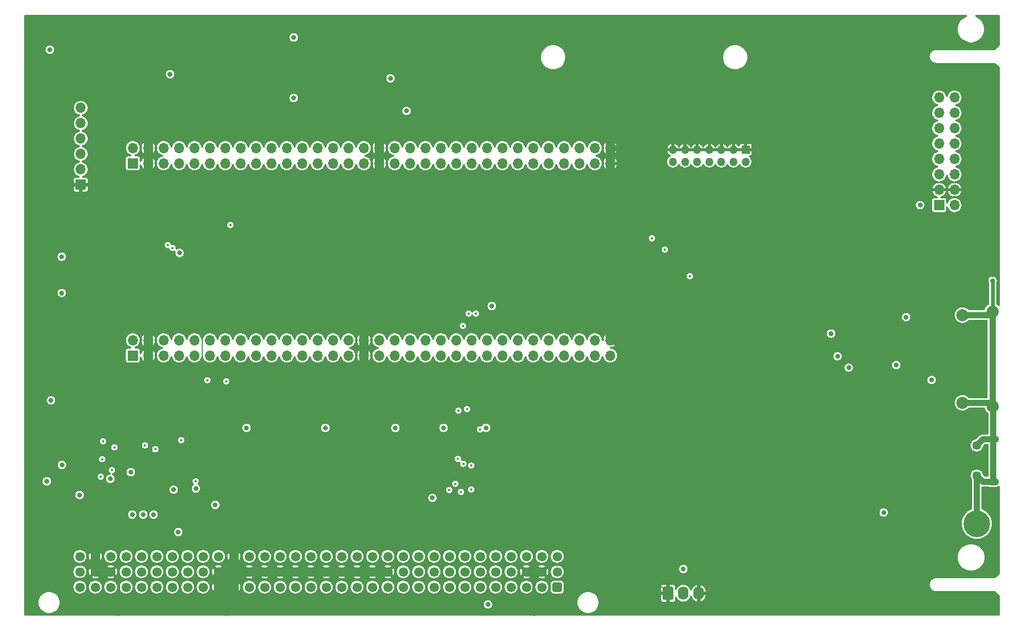
<source format=gbr>
G04 #@! TF.GenerationSoftware,KiCad,Pcbnew,5.1.9+dfsg1-1~bpo10+1*
G04 #@! TF.CreationDate,2023-03-18T11:52:40+01:00*
G04 #@! TF.ProjectId,nubus-to-ztex,6e756275-732d-4746-9f2d-7a7465782e6b,rev?*
G04 #@! TF.SameCoordinates,Original*
G04 #@! TF.FileFunction,Copper,L2,Inr*
G04 #@! TF.FilePolarity,Positive*
%FSLAX46Y46*%
G04 Gerber Fmt 4.6, Leading zero omitted, Abs format (unit mm)*
G04 Created by KiCad (PCBNEW 5.1.9+dfsg1-1~bpo10+1) date 2023-03-18 11:52:40*
%MOMM*%
%LPD*%
G01*
G04 APERTURE LIST*
G04 #@! TA.AperFunction,ComponentPad*
%ADD10O,1.700000X1.700000*%
G04 #@! TD*
G04 #@! TA.AperFunction,ComponentPad*
%ADD11R,1.700000X1.700000*%
G04 #@! TD*
G04 #@! TA.AperFunction,ComponentPad*
%ADD12O,1.350000X1.350000*%
G04 #@! TD*
G04 #@! TA.AperFunction,ComponentPad*
%ADD13R,1.350000X1.350000*%
G04 #@! TD*
G04 #@! TA.AperFunction,ComponentPad*
%ADD14C,4.400000*%
G04 #@! TD*
G04 #@! TA.AperFunction,ComponentPad*
%ADD15C,1.450000*%
G04 #@! TD*
G04 #@! TA.AperFunction,ComponentPad*
%ADD16O,1.900000X1.200000*%
G04 #@! TD*
G04 #@! TA.AperFunction,ComponentPad*
%ADD17O,1.740000X2.200000*%
G04 #@! TD*
G04 #@! TA.AperFunction,ComponentPad*
%ADD18C,2.000000*%
G04 #@! TD*
G04 #@! TA.AperFunction,ComponentPad*
%ADD19C,1.550000*%
G04 #@! TD*
G04 #@! TA.AperFunction,ViaPad*
%ADD20C,0.800000*%
G04 #@! TD*
G04 #@! TA.AperFunction,ViaPad*
%ADD21C,0.450000*%
G04 #@! TD*
G04 #@! TA.AperFunction,Conductor*
%ADD22C,1.500000*%
G04 #@! TD*
G04 #@! TA.AperFunction,Conductor*
%ADD23C,0.152400*%
G04 #@! TD*
G04 #@! TA.AperFunction,Conductor*
%ADD24C,1.000000*%
G04 #@! TD*
G04 #@! TA.AperFunction,Conductor*
%ADD25C,0.800000*%
G04 #@! TD*
G04 #@! TA.AperFunction,Conductor*
%ADD26C,0.500000*%
G04 #@! TD*
G04 #@! TA.AperFunction,Conductor*
%ADD27C,0.200000*%
G04 #@! TD*
G04 #@! TA.AperFunction,Conductor*
%ADD28C,0.600000*%
G04 #@! TD*
G04 #@! TA.AperFunction,Conductor*
%ADD29C,0.300000*%
G04 #@! TD*
G04 #@! TA.AperFunction,Conductor*
%ADD30C,0.100000*%
G04 #@! TD*
G04 APERTURE END LIST*
D10*
X265540000Y-19110000D03*
X263000000Y-19110000D03*
X265540000Y-21650000D03*
X263000000Y-21650000D03*
X265540000Y-24190000D03*
X263000000Y-24190000D03*
X265540000Y-26730000D03*
X263000000Y-26730000D03*
X265540000Y-29270000D03*
X263000000Y-29270000D03*
X265540000Y-31810000D03*
X263000000Y-31810000D03*
X265540000Y-34350000D03*
X263000000Y-34350000D03*
X265540000Y-36890000D03*
D11*
X263000000Y-36890000D03*
D12*
X219080000Y-29730000D03*
X219080000Y-27730000D03*
X221080000Y-29730000D03*
X221080000Y-27730000D03*
X223080000Y-29730000D03*
X223080000Y-27730000D03*
X225080000Y-29730000D03*
X225080000Y-27730000D03*
X227080000Y-29730000D03*
X227080000Y-27730000D03*
X229080000Y-29730000D03*
X229080000Y-27730000D03*
X231080000Y-29730000D03*
D13*
X231080000Y-27730000D03*
D11*
X121400000Y-33528000D03*
D10*
X121400000Y-30988000D03*
X121400000Y-28448000D03*
X121400000Y-25908000D03*
X121400000Y-23368000D03*
X121400000Y-20828000D03*
D14*
X269197500Y-89500000D03*
D15*
X269197500Y-81570000D03*
X269197500Y-76570000D03*
D16*
X271897500Y-82570000D03*
X271897500Y-75570000D03*
G04 #@! TA.AperFunction,ComponentPad*
G36*
G01*
X217390000Y-101850001D02*
X217390000Y-100149999D01*
G75*
G02*
X217639999Y-99900000I249999J0D01*
G01*
X218880001Y-99900000D01*
G75*
G02*
X219130000Y-100149999I0J-249999D01*
G01*
X219130000Y-101850001D01*
G75*
G02*
X218880001Y-102100000I-249999J0D01*
G01*
X217639999Y-102100000D01*
G75*
G02*
X217390000Y-101850001I0J249999D01*
G01*
G37*
G04 #@! TD.AperFunction*
D17*
X220800000Y-101000000D03*
X223340000Y-101000000D03*
D11*
X130000000Y-30000000D03*
D10*
X130000000Y-27460000D03*
X132540000Y-30000000D03*
X132540000Y-27460000D03*
X135080000Y-30000000D03*
X135080000Y-27460000D03*
X137620000Y-30000000D03*
X137620000Y-27460000D03*
X140160000Y-30000000D03*
X140160000Y-27460000D03*
X142700000Y-30000000D03*
X142700000Y-27460000D03*
X145240000Y-30000000D03*
X145240000Y-27460000D03*
X147780000Y-30000000D03*
X147780000Y-27460000D03*
X150320000Y-30000000D03*
X150320000Y-27460000D03*
X152860000Y-30000000D03*
X152860000Y-27460000D03*
X155400000Y-30000000D03*
X155400000Y-27460000D03*
X157940000Y-30000000D03*
X157940000Y-27460000D03*
X160480000Y-30000000D03*
X160480000Y-27460000D03*
X163020000Y-30000000D03*
X163020000Y-27460000D03*
X165560000Y-30000000D03*
X165560000Y-27460000D03*
X168100000Y-30000000D03*
X168100000Y-27460000D03*
X170640000Y-30000000D03*
X170640000Y-27460000D03*
X173180000Y-30000000D03*
X173180000Y-27460000D03*
X175720000Y-30000000D03*
X175720000Y-27460000D03*
X178260000Y-30000000D03*
X178260000Y-27460000D03*
X180800000Y-30000000D03*
X180800000Y-27460000D03*
X183340000Y-30000000D03*
X183340000Y-27460000D03*
X185880000Y-30000000D03*
X185880000Y-27460000D03*
X188420000Y-30000000D03*
X188420000Y-27460000D03*
X190960000Y-30000000D03*
X190960000Y-27460000D03*
X193500000Y-30000000D03*
X193500000Y-27460000D03*
X196040000Y-30000000D03*
X196040000Y-27460000D03*
X198580000Y-30000000D03*
X198580000Y-27460000D03*
X201120000Y-30000000D03*
X201120000Y-27460000D03*
X203660000Y-30000000D03*
X203660000Y-27460000D03*
X206200000Y-30000000D03*
X206200000Y-27460000D03*
X208740000Y-30000000D03*
X208740000Y-27460000D03*
D18*
X271800000Y-70150000D03*
X271800000Y-54450000D03*
X266850000Y-69550000D03*
X266850000Y-55050000D03*
G04 #@! TA.AperFunction,ComponentPad*
G36*
G01*
X200775000Y-99474998D02*
X200775000Y-100525002D01*
G75*
G02*
X200525002Y-100775000I-249998J0D01*
G01*
X199474998Y-100775000D01*
G75*
G02*
X199225000Y-100525002I0J249998D01*
G01*
X199225000Y-99474998D01*
G75*
G02*
X199474998Y-99225000I249998J0D01*
G01*
X200525002Y-99225000D01*
G75*
G02*
X200775000Y-99474998I0J-249998D01*
G01*
G37*
G04 #@! TD.AperFunction*
D19*
X197460000Y-100000000D03*
X194920000Y-100000000D03*
X192380000Y-100000000D03*
X189840000Y-100000000D03*
X187300000Y-100000000D03*
X184760000Y-100000000D03*
X182220000Y-100000000D03*
X179680000Y-100000000D03*
X177140000Y-100000000D03*
X174600000Y-100000000D03*
X172060000Y-100000000D03*
X169520000Y-100000000D03*
X166980000Y-100000000D03*
X164440000Y-100000000D03*
X161900000Y-100000000D03*
X159360000Y-100000000D03*
X156820000Y-100000000D03*
X154280000Y-100000000D03*
X151740000Y-100000000D03*
X149200000Y-100000000D03*
X146660000Y-100000000D03*
X144120000Y-100000000D03*
X141580000Y-100000000D03*
X139040000Y-100000000D03*
X136500000Y-100000000D03*
X133960000Y-100000000D03*
X131420000Y-100000000D03*
X128880000Y-100000000D03*
X126340000Y-100000000D03*
X123800000Y-100000000D03*
X121260000Y-100000000D03*
X200000000Y-97460000D03*
X197460000Y-97460000D03*
X194920000Y-97460000D03*
X192380000Y-97460000D03*
X189840000Y-97460000D03*
X187300000Y-97460000D03*
X184760000Y-97460000D03*
X182220000Y-97460000D03*
X179680000Y-97460000D03*
X177140000Y-97460000D03*
X174600000Y-97460000D03*
X172060000Y-97460000D03*
X169520000Y-97460000D03*
X166980000Y-97460000D03*
X164440000Y-97460000D03*
X161900000Y-97460000D03*
X159360000Y-97460000D03*
X156820000Y-97460000D03*
X154280000Y-97460000D03*
X151740000Y-97460000D03*
X149200000Y-97460000D03*
X146660000Y-97460000D03*
X144120000Y-97460000D03*
X141580000Y-97460000D03*
X139040000Y-97460000D03*
X136500000Y-97460000D03*
X133960000Y-97460000D03*
X131420000Y-97460000D03*
X128880000Y-97460000D03*
X126340000Y-97460000D03*
X123800000Y-97460000D03*
X121260000Y-97460000D03*
X200000000Y-94920000D03*
X197460000Y-94920000D03*
X194920000Y-94920000D03*
X192380000Y-94920000D03*
X189840000Y-94920000D03*
X187300000Y-94920000D03*
X184760000Y-94920000D03*
X182220000Y-94920000D03*
X179680000Y-94920000D03*
X177140000Y-94920000D03*
X174600000Y-94920000D03*
X172060000Y-94920000D03*
X169520000Y-94920000D03*
X166980000Y-94920000D03*
X164440000Y-94920000D03*
X161900000Y-94920000D03*
X159360000Y-94920000D03*
X156820000Y-94920000D03*
X154280000Y-94920000D03*
X151740000Y-94920000D03*
X149200000Y-94920000D03*
X146660000Y-94920000D03*
X144120000Y-94920000D03*
X141580000Y-94920000D03*
X139040000Y-94920000D03*
X136500000Y-94920000D03*
X133960000Y-94920000D03*
X131420000Y-94920000D03*
X128880000Y-94920000D03*
X126340000Y-94920000D03*
X123800000Y-94920000D03*
X121260000Y-94920000D03*
D10*
X208740000Y-59210000D03*
X208740000Y-61750000D03*
X206200000Y-59210000D03*
X206200000Y-61750000D03*
X203660000Y-59210000D03*
X203660000Y-61750000D03*
X201120000Y-59210000D03*
X201120000Y-61750000D03*
X198580000Y-59210000D03*
X198580000Y-61750000D03*
X196040000Y-59210000D03*
X196040000Y-61750000D03*
X193500000Y-59210000D03*
X193500000Y-61750000D03*
X190960000Y-59210000D03*
X190960000Y-61750000D03*
X188420000Y-59210000D03*
X188420000Y-61750000D03*
X185880000Y-59210000D03*
X185880000Y-61750000D03*
X183340000Y-59210000D03*
X183340000Y-61750000D03*
X180800000Y-59210000D03*
X180800000Y-61750000D03*
X178260000Y-59210000D03*
X178260000Y-61750000D03*
X175720000Y-59210000D03*
X175720000Y-61750000D03*
X173180000Y-59210000D03*
X173180000Y-61750000D03*
X170640000Y-59210000D03*
X170640000Y-61750000D03*
X168100000Y-59210000D03*
X168100000Y-61750000D03*
X165560000Y-59210000D03*
X165560000Y-61750000D03*
X163020000Y-59210000D03*
X163020000Y-61750000D03*
X160480000Y-59210000D03*
X160480000Y-61750000D03*
X157940000Y-59210000D03*
X157940000Y-61750000D03*
X155400000Y-59210000D03*
X155400000Y-61750000D03*
X152860000Y-59210000D03*
X152860000Y-61750000D03*
X150320000Y-59210000D03*
X150320000Y-61750000D03*
X147780000Y-59210000D03*
X147780000Y-61750000D03*
X145240000Y-59210000D03*
X145240000Y-61750000D03*
X142700000Y-59210000D03*
X142700000Y-61750000D03*
X140160000Y-59210000D03*
X140160000Y-61750000D03*
X137620000Y-59210000D03*
X137620000Y-61750000D03*
X135080000Y-59210000D03*
X135080000Y-61750000D03*
X132540000Y-59210000D03*
X132540000Y-61750000D03*
X130000000Y-59210000D03*
D11*
X130000000Y-61750000D03*
D20*
X155357500Y-78180000D03*
X267000000Y-51000000D03*
X222740000Y-36800000D03*
X234000000Y-34000000D03*
X174500000Y-71000000D03*
X194880000Y-35760000D03*
X208740000Y-50800000D03*
X215540000Y-27460000D03*
X116300000Y-16437500D03*
X268000000Y-58050000D03*
X149900000Y-71000000D03*
D21*
X145300000Y-90050000D03*
D20*
X189500000Y-71000000D03*
X186786371Y-50762953D03*
X118534670Y-98720000D03*
D21*
X115200000Y-90730000D03*
D20*
X152880000Y-42180000D03*
X181586371Y-48162953D03*
X268000000Y-65550000D03*
X187000000Y-83100000D03*
X183850000Y-73462500D03*
X256220000Y-61875000D03*
X135250000Y-70800000D03*
X139252400Y-47600000D03*
X268000000Y-61050000D03*
X262640000Y-79355000D03*
X140070000Y-71650000D03*
X168650000Y-91575000D03*
D21*
X267730000Y-79355000D03*
X145400000Y-88100000D03*
D20*
X163000000Y-71000000D03*
X163305000Y-18100000D03*
X149555000Y-18100000D03*
X158100000Y-92000000D03*
X207500000Y-71000000D03*
X132800000Y-79640000D03*
D21*
X131100000Y-77215000D03*
D20*
X252900000Y-82730000D03*
X264200000Y-67357500D03*
X194857500Y-79750000D03*
D21*
X115200000Y-87480000D03*
D20*
X176480000Y-33630000D03*
X140070000Y-65480000D03*
X181586371Y-53962953D03*
X165000000Y-8080000D03*
X236450000Y-82730000D03*
X145125000Y-50200000D03*
X256010000Y-87920000D03*
X148200000Y-86800000D03*
X117200000Y-84780000D03*
X179800000Y-92480000D03*
X123800000Y-93000000D03*
X115670000Y-40410000D03*
X190611371Y-50675453D03*
D21*
X168357500Y-79750000D03*
D20*
X228090000Y-60250000D03*
X168820000Y-45760000D03*
X168357500Y-78180000D03*
D21*
X139300000Y-87450000D03*
D20*
X255040000Y-53812500D03*
X246062500Y-59100000D03*
X255500000Y-58625000D03*
X158127500Y-19200000D03*
X179857500Y-79750000D03*
X127900000Y-72015000D03*
D21*
X115200000Y-89430000D03*
D20*
X267720000Y-77180000D03*
X196200000Y-92480000D03*
X244180000Y-99750000D03*
X137500000Y-89312500D03*
X158730000Y-9200000D03*
X147900000Y-8080000D03*
X259850000Y-35315000D03*
X259850000Y-14000000D03*
X234000000Y-14000000D03*
X125722000Y-33528000D03*
X228670000Y-36800000D03*
X143040000Y-68680000D03*
X268560000Y-51000000D03*
X267000000Y-49425000D03*
X224457500Y-95500000D03*
X156725000Y-81300000D03*
D21*
X155357500Y-79750000D03*
D20*
X169725000Y-81300000D03*
X123840134Y-42199866D03*
X175135000Y-19775000D03*
X267000000Y-46930000D03*
X167210000Y-18100000D03*
D21*
X221870000Y-48620000D03*
D20*
X161750000Y-73687500D03*
X172485673Y-15948535D03*
X257550000Y-55387500D03*
X188250000Y-73687500D03*
X136727523Y-83900000D03*
X137700000Y-44789641D03*
X248080000Y-63750000D03*
X126287500Y-82100000D03*
X156530000Y-19200000D03*
X156530000Y-9200000D03*
X115812500Y-82500000D03*
X148750000Y-73687500D03*
X140387500Y-83700000D03*
X118300000Y-79800000D03*
X143600000Y-86400000D03*
X245170000Y-58110000D03*
X137500000Y-90887500D03*
X116300000Y-11212500D03*
X116500000Y-69150000D03*
X173300000Y-73700000D03*
X118265134Y-45400000D03*
X121200000Y-84780000D03*
X181250000Y-73687500D03*
X118265134Y-51400000D03*
X136140000Y-15272793D03*
X189211371Y-53562953D03*
X129652500Y-81000000D03*
X179412661Y-85255497D03*
X259850000Y-36890000D03*
X175135000Y-21325000D03*
X253850000Y-87660000D03*
X246230000Y-61872500D03*
X131697842Y-88000000D03*
X129897842Y-88000000D03*
X133421568Y-88014972D03*
X188575000Y-102850000D03*
X220800000Y-97000000D03*
D21*
X184418601Y-56831399D03*
X183600000Y-78800000D03*
X184150000Y-84250000D03*
X186600000Y-54800000D03*
X187263411Y-73930000D03*
X185400000Y-54800000D03*
X185800000Y-83875000D03*
X185800000Y-79900000D03*
X137965000Y-75700000D03*
X132000000Y-76565000D03*
X136541399Y-43958601D03*
X135750000Y-43500000D03*
X146070000Y-40170000D03*
D20*
X271800000Y-49380000D03*
D21*
X217750000Y-44250000D03*
X215625000Y-42375000D03*
X133700000Y-77215000D03*
X145387500Y-66000000D03*
X140375000Y-82475000D03*
X142300000Y-65800000D03*
X125066330Y-75900000D03*
X126550000Y-80675000D03*
X124712500Y-81750000D03*
X126975000Y-76905000D03*
X124925000Y-78850000D03*
X182200161Y-83950161D03*
X183200000Y-82900000D03*
X184500000Y-79600000D03*
X185110000Y-70590000D03*
X183710000Y-70850000D03*
D20*
X261760000Y-65782500D03*
X255920000Y-63320000D03*
D22*
X208740000Y-30000000D02*
X208740000Y-27460000D01*
X208740000Y-27460000D02*
X208740000Y-24760000D01*
X208740000Y-30000000D02*
X208740000Y-32560000D01*
D23*
X208740000Y-32560000D02*
X198080000Y-32560000D01*
X198080000Y-32560000D02*
X194880000Y-35760000D01*
X194880000Y-35760000D02*
X194750000Y-35890000D01*
D24*
X215540000Y-27460000D02*
X208740000Y-27460000D01*
D23*
X179800000Y-92480000D02*
X169555000Y-92480000D01*
D25*
X168820000Y-52500000D02*
X168820000Y-45760000D01*
D26*
X196200000Y-97460000D02*
X196200000Y-92480000D01*
X123800000Y-97460000D02*
X122540000Y-98720000D01*
D23*
X115200000Y-89430000D02*
X115200000Y-87480000D01*
X132540000Y-23462500D02*
X132540000Y-23660000D01*
D26*
X196200000Y-89100000D02*
X196200000Y-82592500D01*
D23*
X155250000Y-79750000D02*
X155357500Y-79750000D01*
D25*
X168820000Y-55760000D02*
X168820000Y-52500000D01*
D23*
X228090000Y-60250000D02*
X244912500Y-60250000D01*
X212100000Y-60250000D02*
X228090000Y-60250000D01*
D25*
X168100000Y-56480000D02*
X168820000Y-55760000D01*
D23*
X149555000Y-18100000D02*
X138100000Y-18100000D01*
X168100000Y-74012500D02*
X168357500Y-74270000D01*
X168720000Y-52600000D02*
X168820000Y-52500000D01*
D26*
X168250000Y-92250000D02*
X168250001Y-91974999D01*
X168250001Y-91974999D02*
X168650000Y-91575000D01*
D22*
X123800000Y-97460000D02*
X123800000Y-94920000D01*
D23*
X139300000Y-87450000D02*
X137500000Y-89250000D01*
X194857500Y-79750000D02*
X203560000Y-71047500D01*
X203560000Y-71047500D02*
X203560000Y-71000000D01*
D26*
X153025000Y-97460000D02*
X153025000Y-92075000D01*
D22*
X170640000Y-27460000D02*
X170640000Y-25000000D01*
D23*
X191507500Y-83100000D02*
X194857500Y-79750000D01*
X187000000Y-83100000D02*
X191507500Y-83100000D01*
X168357500Y-74270000D02*
X168357500Y-78180000D01*
D22*
X164440000Y-97460000D02*
X166980000Y-97460000D01*
D23*
X163000000Y-71000000D02*
X168100000Y-71000000D01*
X196200000Y-92480000D02*
X179800000Y-92480000D01*
X132800000Y-79640000D02*
X132800000Y-84612500D01*
X132800000Y-84612500D02*
X137500000Y-89312500D01*
X169555000Y-92480000D02*
X169049999Y-91974999D01*
X169049999Y-91974999D02*
X168650000Y-91575000D01*
X267730000Y-77190000D02*
X267720000Y-77180000D01*
X115200000Y-90730000D02*
X115200000Y-95425330D01*
X117200000Y-72200000D02*
X117200000Y-72200000D01*
X123500000Y-65900000D02*
X127500000Y-65900000D01*
X148200000Y-86800000D02*
X155250000Y-79750000D01*
D22*
X132540000Y-47600000D02*
X132540000Y-52520000D01*
X132540000Y-52520000D02*
X132540000Y-59210000D01*
D23*
X131600000Y-65900000D02*
X132540000Y-64960000D01*
X132410000Y-52390000D02*
X132540000Y-52520000D01*
D22*
X156820000Y-97460000D02*
X158100000Y-97460000D01*
D23*
X211060000Y-59210000D02*
X212100000Y-60250000D01*
D22*
X170640000Y-40360000D02*
X170640000Y-33630000D01*
D23*
X170640000Y-33630000D02*
X176480000Y-33630000D01*
D22*
X168100000Y-61750000D02*
X168100000Y-71000000D01*
D26*
X118534670Y-98720000D02*
X122540000Y-98720000D01*
D23*
X149900000Y-71000000D02*
X163000000Y-71000000D01*
D22*
X153025000Y-97460000D02*
X154280000Y-97460000D01*
D23*
X135250000Y-67670000D02*
X132540000Y-64960000D01*
D22*
X132540000Y-27460000D02*
X132540000Y-23660000D01*
X132540000Y-61750000D02*
X132540000Y-64960000D01*
D23*
X115200000Y-90730000D02*
X115200000Y-89430000D01*
D22*
X163175000Y-97460000D02*
X164440000Y-97460000D01*
D26*
X163175000Y-97460000D02*
X163175000Y-91975000D01*
X168820000Y-42180000D02*
X152880000Y-42180000D01*
D23*
X132950000Y-42180000D02*
X132540000Y-42590000D01*
X134035000Y-72015000D02*
X135250000Y-70800000D01*
X196170000Y-104500000D02*
X145390000Y-104500000D01*
X145125000Y-50200000D02*
X142525000Y-47600000D01*
X142525000Y-47600000D02*
X139252400Y-47600000D01*
D26*
X152880000Y-42180000D02*
X132950000Y-42180000D01*
D22*
X132540000Y-33600000D02*
X132540000Y-42590000D01*
D23*
X158760000Y-8080000D02*
X147900000Y-8080000D01*
X170617047Y-53962953D02*
X181586371Y-53962953D01*
X186873871Y-50675453D02*
X186786371Y-50762953D01*
X264200000Y-67357500D02*
X266007500Y-65550000D01*
X266007500Y-65550000D02*
X268000000Y-65550000D01*
X264200000Y-67357500D02*
X263800001Y-67757499D01*
X189500000Y-71000000D02*
X202250000Y-71000000D01*
X183850000Y-73462500D02*
X186312500Y-71000000D01*
X137500000Y-89250000D02*
X137500000Y-89312500D01*
X146660000Y-91410000D02*
X145300000Y-90050000D01*
D22*
X144120000Y-100000000D02*
X144120000Y-97460000D01*
D23*
X147900000Y-8080000D02*
X147900000Y-16445000D01*
X147900000Y-16445000D02*
X149555000Y-18100000D01*
D25*
X168820000Y-45760000D02*
X168820000Y-42180000D01*
D23*
X256010000Y-87920000D02*
X244180000Y-99750000D01*
X256220000Y-61875000D02*
X256220000Y-59345000D01*
D22*
X161900000Y-97460000D02*
X163175000Y-97460000D01*
D23*
X186786371Y-50762953D02*
X184786371Y-50762953D01*
X184786371Y-50762953D02*
X181586371Y-53962953D01*
X268000000Y-65550000D02*
X268000000Y-58050000D01*
D26*
X123800000Y-97460000D02*
X122530000Y-96190000D01*
X158100000Y-97460000D02*
X158100000Y-92000000D01*
D22*
X132540000Y-30000000D02*
X132540000Y-33600000D01*
D23*
X196200000Y-82592500D02*
X196200000Y-81092500D01*
X196200000Y-81092500D02*
X194857500Y-79750000D01*
X168820000Y-55760000D02*
X170617047Y-53962953D01*
X117200000Y-72200000D02*
X123500000Y-65900000D01*
X186312500Y-71000000D02*
X189500000Y-71000000D01*
D22*
X159360000Y-97460000D02*
X161900000Y-97460000D01*
D23*
X127900000Y-72015000D02*
X134035000Y-72015000D01*
X255040000Y-58165000D02*
X255500000Y-58625000D01*
X207500000Y-71000000D02*
X207500000Y-71000000D01*
D26*
X118534670Y-98720000D02*
X118534670Y-98720000D01*
D22*
X132540000Y-42590000D02*
X132540000Y-47600000D01*
X146660000Y-94920000D02*
X146660000Y-92000000D01*
D23*
X239420000Y-104510000D02*
X198510000Y-104510000D01*
D26*
X153025000Y-97460000D02*
X153025000Y-102475000D01*
D23*
X117200000Y-84780000D02*
X117200000Y-72200000D01*
D22*
X123800000Y-94920000D02*
X123800000Y-93000000D01*
D23*
X262640000Y-79355000D02*
X267730000Y-79355000D01*
X263800001Y-67757499D02*
X263800001Y-73260001D01*
X263800001Y-73260001D02*
X267320001Y-76780001D01*
X138100000Y-18100000D02*
X132540000Y-23660000D01*
X165000000Y-8080000D02*
X158760000Y-8080000D01*
X202250000Y-71000000D02*
X203560000Y-71000000D01*
X203560000Y-71000000D02*
X207500000Y-71000000D01*
D22*
X144120000Y-100000000D02*
X144120000Y-103230000D01*
D23*
X145300000Y-90050000D02*
X145300000Y-88200000D01*
X141430000Y-64120000D02*
X141430000Y-53895000D01*
D25*
X168100000Y-71000000D02*
X168100000Y-74012500D01*
D23*
X131237500Y-77352500D02*
X131100000Y-77215000D01*
D22*
X196200000Y-97460000D02*
X194920000Y-97460000D01*
X144120000Y-97460000D02*
X146660000Y-97460000D01*
D26*
X144120000Y-103230000D02*
X145390000Y-104500000D01*
D22*
X149200000Y-97460000D02*
X151740000Y-97460000D01*
D23*
X155357500Y-79750000D02*
X168357500Y-79750000D01*
X208740000Y-57660000D02*
X208740000Y-58007919D01*
X210000000Y-59210000D02*
X211060000Y-59210000D01*
X198510000Y-104510000D02*
X198500000Y-104500000D01*
X176480000Y-33630000D02*
X176480000Y-33630000D01*
D22*
X170640000Y-33630000D02*
X170640000Y-30000000D01*
D23*
X252900000Y-82730000D02*
X236450000Y-82730000D01*
D22*
X169520000Y-97460000D02*
X172060000Y-97460000D01*
X132540000Y-27460000D02*
X132540000Y-30000000D01*
X170640000Y-27460000D02*
X170640000Y-30000000D01*
D23*
X115200000Y-87480000D02*
X115200000Y-86780000D01*
D22*
X146660000Y-100000000D02*
X146660000Y-103230000D01*
X146660000Y-100000000D02*
X146660000Y-97460000D01*
D23*
X116300000Y-16437500D02*
X125317500Y-16437500D01*
X125317500Y-16437500D02*
X132540000Y-23660000D01*
X140070000Y-71650000D02*
X140070000Y-76930000D01*
X212100000Y-66400000D02*
X207500000Y-71000000D01*
D22*
X197460000Y-97460000D02*
X196200000Y-97460000D01*
D23*
X140070000Y-65480000D02*
X140070000Y-65480000D01*
X115200000Y-86780000D02*
X117200000Y-84780000D01*
X140070000Y-76930000D02*
X137360000Y-79640000D01*
X137360000Y-79640000D02*
X132800000Y-79640000D01*
X179857500Y-79750000D02*
X168357500Y-79750000D01*
X198500000Y-104500000D02*
X196170000Y-104500000D01*
X141430000Y-53895000D02*
X145125000Y-50200000D01*
X140070000Y-65480000D02*
X141430000Y-64120000D01*
D26*
X127600000Y-98720000D02*
X127600000Y-104500000D01*
D23*
X256010000Y-87920000D02*
X256010000Y-85840000D01*
X246062500Y-59100000D02*
X255025000Y-59100000D01*
X255025000Y-59100000D02*
X255500000Y-58625000D01*
X127499999Y-65900001D02*
X127500000Y-65900000D01*
X170640000Y-30000000D02*
X170640000Y-31202081D01*
X127500000Y-65900000D02*
X131600000Y-65900000D01*
X256220000Y-59345000D02*
X255500000Y-58625000D01*
D22*
X146660000Y-97460000D02*
X149200000Y-97460000D01*
X151740000Y-97460000D02*
X153025000Y-97460000D01*
D26*
X196200000Y-92480000D02*
X196200000Y-89100000D01*
D23*
X181586371Y-53962953D02*
X181586371Y-48162953D01*
X119480000Y-96190000D02*
X115964670Y-96190000D01*
D26*
X122530000Y-96190000D02*
X119480000Y-96190000D01*
D22*
X124896015Y-97460000D02*
X126340000Y-97460000D01*
D23*
X212100000Y-60250000D02*
X212100000Y-66400000D01*
D22*
X168100000Y-59210000D02*
X168100000Y-61750000D01*
X154280000Y-97460000D02*
X156820000Y-97460000D01*
D26*
X163175000Y-97460000D02*
X163175000Y-102425000D01*
D23*
X135250000Y-70800000D02*
X135250000Y-67670000D01*
X262640000Y-79355000D02*
X256275000Y-79355000D01*
X158730000Y-8110000D02*
X158760000Y-8080000D01*
X158127500Y-19200000D02*
X159227500Y-18100000D01*
X159227500Y-18100000D02*
X163305000Y-18100000D01*
D26*
X168250000Y-97460000D02*
X168250000Y-92250000D01*
D22*
X166980000Y-97460000D02*
X168250000Y-97460000D01*
D23*
X149555000Y-18100000D02*
X159227500Y-18100000D01*
X244912500Y-60250000D02*
X246062500Y-59100000D01*
X139252400Y-47600000D02*
X132540000Y-47600000D01*
X256010000Y-85840000D02*
X252900000Y-82730000D01*
D26*
X197460000Y-97460000D02*
X198730000Y-96190000D01*
D22*
X146660000Y-97460000D02*
X146660000Y-94920000D01*
D23*
X267320001Y-76780001D02*
X267720000Y-77180000D01*
X256275000Y-79355000D02*
X252900000Y-82730000D01*
X145400000Y-88100000D02*
X146900000Y-88100000D01*
D26*
X126340000Y-97460000D02*
X127600000Y-98720000D01*
D23*
X255040000Y-53812500D02*
X255040000Y-58165000D01*
X135649999Y-69900001D02*
X140070000Y-65480000D01*
X135250000Y-70800000D02*
X135649999Y-70400001D01*
X135649999Y-70400001D02*
X135649999Y-69900001D01*
X202250000Y-71000000D02*
X202400000Y-71000000D01*
D22*
X146660000Y-100000000D02*
X144120000Y-100000000D01*
D23*
X146900000Y-88100000D02*
X148200000Y-86800000D01*
D22*
X168100000Y-59210000D02*
X168100000Y-56480000D01*
D26*
X168250000Y-97460000D02*
X168250000Y-102000000D01*
D22*
X168250000Y-97460000D02*
X169520000Y-97460000D01*
D23*
X168357500Y-78180000D02*
X168357500Y-79750000D01*
X170640000Y-31202081D02*
X170688000Y-31250081D01*
D22*
X123800000Y-97460000D02*
X124896015Y-97460000D01*
D23*
X140070000Y-65480000D02*
X140070000Y-71650000D01*
D25*
X168820000Y-42180000D02*
X170640000Y-40360000D01*
D22*
X208740000Y-59210000D02*
X210000000Y-59210000D01*
D23*
X145300000Y-88200000D02*
X145400000Y-88100000D01*
D26*
X158100000Y-97460000D02*
X158100000Y-102800000D01*
D23*
X190611371Y-50675453D02*
X186873871Y-50675453D01*
X145390000Y-104500000D02*
X127600000Y-104500000D01*
X132440000Y-33500000D02*
X132540000Y-33600000D01*
X267730000Y-79355000D02*
X267730000Y-77190000D01*
X115200000Y-95425330D02*
X115964670Y-96190000D01*
D22*
X132540000Y-61750000D02*
X132540000Y-59210000D01*
D23*
X146660000Y-93260000D02*
X146660000Y-91410000D01*
D22*
X208740000Y-59210000D02*
X208740000Y-58007919D01*
D23*
X115964670Y-96190000D02*
X118534670Y-98760000D01*
X196170000Y-97490000D02*
X196200000Y-97460000D01*
D26*
X196170000Y-97490000D02*
X196170000Y-104500000D01*
D22*
X158100000Y-97460000D02*
X159360000Y-97460000D01*
D23*
X158730000Y-9200000D02*
X158730000Y-8110000D01*
X244180000Y-99750000D02*
X239420000Y-104510000D01*
D26*
X146660000Y-103230000D02*
X145390000Y-104500000D01*
D23*
X208740000Y-58007919D02*
X208740000Y-50800000D01*
X192750000Y-33630000D02*
X194880000Y-35760000D01*
X176480000Y-33630000D02*
X192750000Y-33630000D01*
X190611371Y-40028629D02*
X194880000Y-35760000D01*
X190611371Y-50675453D02*
X190611371Y-40028629D01*
X208740000Y-50800000D02*
X208740000Y-32560000D01*
X256000000Y-14010000D02*
X256000000Y-14010000D01*
X234000000Y-34000000D02*
X234000000Y-14000000D01*
X234000000Y-14000000D02*
X256000000Y-14000000D01*
X259850000Y-14000000D02*
X259850000Y-35315000D01*
X118840000Y-40410000D02*
X125722000Y-33528000D01*
X115670000Y-40410000D02*
X118840000Y-40410000D01*
X132468000Y-33528000D02*
X132540000Y-33600000D01*
X125722000Y-33528000D02*
X132468000Y-33528000D01*
X208740000Y-50800000D02*
X222740000Y-36800000D01*
X231200000Y-36800000D02*
X234000000Y-34000000D01*
X222740000Y-36800000D02*
X228670000Y-36800000D01*
X228670000Y-36800000D02*
X231200000Y-36800000D01*
X140070000Y-71650000D02*
X143040000Y-68680000D01*
X259427500Y-49425000D02*
X255040000Y-53812500D01*
D26*
X212350000Y-96190000D02*
X198730000Y-96190000D01*
D23*
X155357500Y-79750000D02*
X155357500Y-78180000D01*
X213450000Y-96190000D02*
X218260000Y-101000000D01*
X212350000Y-96190000D02*
X213450000Y-96190000D01*
X213040000Y-95500000D02*
X212350000Y-96190000D01*
X224457500Y-95500000D02*
X213040000Y-95500000D01*
X236450000Y-83507500D02*
X224457500Y-95500000D01*
X236450000Y-82730000D02*
X236450000Y-83507500D01*
D27*
X117459866Y-42199866D02*
X115670000Y-40410000D01*
X123840134Y-42199866D02*
X117459866Y-42199866D01*
X170640000Y-23920000D02*
X170640000Y-25000000D01*
X256000000Y-14000000D02*
X259850000Y-14000000D01*
X163305000Y-18100000D02*
X167210000Y-18100000D01*
X173460000Y-18100000D02*
X175135000Y-19775000D01*
X167210000Y-18100000D02*
X173460000Y-18100000D01*
D24*
X271200000Y-55050000D02*
X271800000Y-54450000D01*
X266850000Y-55050000D02*
X271200000Y-55050000D01*
X271800000Y-54450000D02*
X271800000Y-70150000D01*
X271200000Y-69550000D02*
X271800000Y-70150000D01*
X266850000Y-69550000D02*
X271200000Y-69550000D01*
X270197500Y-82570000D02*
X269197500Y-81570000D01*
X271897500Y-82570000D02*
X270197500Y-82570000D01*
X270197500Y-75570000D02*
X271897500Y-75570000D01*
X269197500Y-76570000D02*
X270197500Y-75570000D01*
X271897500Y-82570000D02*
X271897500Y-75570000D01*
D23*
X271897500Y-71247500D02*
X271887500Y-71237500D01*
X266840000Y-55040000D02*
X266850000Y-55050000D01*
D24*
X271897500Y-70247500D02*
X271800000Y-70150000D01*
X271897500Y-75570000D02*
X271897500Y-70247500D01*
D28*
X271800000Y-54450000D02*
X271800000Y-49380000D01*
D24*
X269197500Y-89500000D02*
X269197500Y-81570000D01*
D29*
X267154575Y-5761895D02*
X266772348Y-6017290D01*
X266447290Y-6342348D01*
X266191895Y-6724575D01*
X266015975Y-7149282D01*
X265926292Y-7600150D01*
X265926292Y-8059850D01*
X266015975Y-8510718D01*
X266191895Y-8935425D01*
X266447290Y-9317652D01*
X266772348Y-9642710D01*
X267154575Y-9898105D01*
X267579282Y-10074025D01*
X268030150Y-10163708D01*
X268489850Y-10163708D01*
X268940718Y-10074025D01*
X269365425Y-9898105D01*
X269747652Y-9642710D01*
X270072710Y-9317652D01*
X270328105Y-8935425D01*
X270504025Y-8510718D01*
X270593708Y-8059850D01*
X270593708Y-7600150D01*
X270504025Y-7149282D01*
X270328105Y-6724575D01*
X270072710Y-6342348D01*
X269747652Y-6017290D01*
X269365425Y-5761895D01*
X269095287Y-5650000D01*
X272805000Y-5650000D01*
X272805001Y-10462536D01*
X272162539Y-11105000D01*
X262474212Y-11105000D01*
X262448079Y-11107574D01*
X262438992Y-11107574D01*
X262431702Y-11108340D01*
X262295938Y-11123569D01*
X262249407Y-11133460D01*
X262202722Y-11142703D01*
X262195720Y-11144871D01*
X262065499Y-11186179D01*
X262021741Y-11204934D01*
X261977767Y-11223058D01*
X261971325Y-11226542D01*
X261971322Y-11226543D01*
X261971319Y-11226545D01*
X261851601Y-11292361D01*
X261812366Y-11319226D01*
X261772708Y-11345575D01*
X261767060Y-11350247D01*
X261662406Y-11438062D01*
X261629113Y-11472060D01*
X261595349Y-11505589D01*
X261590716Y-11511269D01*
X261505112Y-11617739D01*
X261479038Y-11657585D01*
X261452451Y-11697001D01*
X261449009Y-11703473D01*
X261385715Y-11824543D01*
X261367893Y-11868653D01*
X261349449Y-11912530D01*
X261347331Y-11919548D01*
X261308759Y-12050605D01*
X261299847Y-12097324D01*
X261290275Y-12143956D01*
X261289560Y-12151251D01*
X261277178Y-12287304D01*
X261277510Y-12334881D01*
X261277177Y-12382468D01*
X261277893Y-12389763D01*
X261292173Y-12525631D01*
X261301738Y-12572227D01*
X261310658Y-12618987D01*
X261312777Y-12626004D01*
X261353176Y-12756510D01*
X261371612Y-12800367D01*
X261389439Y-12844492D01*
X261392881Y-12850964D01*
X261457859Y-12971138D01*
X261484461Y-13010578D01*
X261510520Y-13050400D01*
X261515153Y-13056081D01*
X261602235Y-13161346D01*
X261636019Y-13194895D01*
X261669294Y-13228874D01*
X261674942Y-13233547D01*
X261780812Y-13319892D01*
X261820450Y-13346227D01*
X261859707Y-13373107D01*
X261866155Y-13376593D01*
X261986780Y-13440730D01*
X262030761Y-13458858D01*
X262074505Y-13477607D01*
X262081507Y-13479774D01*
X262212292Y-13519261D01*
X262258951Y-13528500D01*
X262305516Y-13538398D01*
X262312806Y-13539164D01*
X262448770Y-13552495D01*
X262448780Y-13552495D01*
X262474212Y-13555000D01*
X272162539Y-13555000D01*
X272805001Y-14197464D01*
X272805001Y-53404391D01*
X272724321Y-53323711D01*
X272550000Y-53207234D01*
X272550000Y-49787505D01*
X272553260Y-49782626D01*
X272617335Y-49627936D01*
X272650000Y-49463718D01*
X272650000Y-49296282D01*
X272617335Y-49132064D01*
X272553260Y-48977374D01*
X272460238Y-48838156D01*
X272341844Y-48719762D01*
X272202626Y-48626740D01*
X272047936Y-48562665D01*
X271883718Y-48530000D01*
X271716282Y-48530000D01*
X271552064Y-48562665D01*
X271397374Y-48626740D01*
X271258156Y-48719762D01*
X271139762Y-48838156D01*
X271046740Y-48977374D01*
X270982665Y-49132064D01*
X270950000Y-49296282D01*
X270950000Y-49463718D01*
X270982665Y-49627936D01*
X271046740Y-49782626D01*
X271050001Y-49787506D01*
X271050000Y-53207234D01*
X270875679Y-53323711D01*
X270673711Y-53525679D01*
X270515027Y-53763167D01*
X270405723Y-54027051D01*
X270391212Y-54100000D01*
X267950610Y-54100000D01*
X267774321Y-53923711D01*
X267536833Y-53765027D01*
X267272949Y-53655723D01*
X266992813Y-53600000D01*
X266707187Y-53600000D01*
X266427051Y-53655723D01*
X266163167Y-53765027D01*
X265925679Y-53923711D01*
X265723711Y-54125679D01*
X265565027Y-54363167D01*
X265455723Y-54627051D01*
X265400000Y-54907187D01*
X265400000Y-55192813D01*
X265455723Y-55472949D01*
X265565027Y-55736833D01*
X265723711Y-55974321D01*
X265925679Y-56176289D01*
X266163167Y-56334973D01*
X266427051Y-56444277D01*
X266707187Y-56500000D01*
X266992813Y-56500000D01*
X267272949Y-56444277D01*
X267536833Y-56334973D01*
X267774321Y-56176289D01*
X267950610Y-56000000D01*
X270850000Y-56000000D01*
X270850001Y-68600000D01*
X267950610Y-68600000D01*
X267774321Y-68423711D01*
X267536833Y-68265027D01*
X267272949Y-68155723D01*
X266992813Y-68100000D01*
X266707187Y-68100000D01*
X266427051Y-68155723D01*
X266163167Y-68265027D01*
X265925679Y-68423711D01*
X265723711Y-68625679D01*
X265565027Y-68863167D01*
X265455723Y-69127051D01*
X265400000Y-69407187D01*
X265400000Y-69692813D01*
X265455723Y-69972949D01*
X265565027Y-70236833D01*
X265723711Y-70474321D01*
X265925679Y-70676289D01*
X266163167Y-70834973D01*
X266427051Y-70944277D01*
X266707187Y-71000000D01*
X266992813Y-71000000D01*
X267272949Y-70944277D01*
X267536833Y-70834973D01*
X267774321Y-70676289D01*
X267950610Y-70500000D01*
X270391212Y-70500000D01*
X270405723Y-70572949D01*
X270515027Y-70836833D01*
X270673711Y-71074321D01*
X270875679Y-71276289D01*
X270947501Y-71324279D01*
X270947500Y-74620000D01*
X270244157Y-74620000D01*
X270197500Y-74615405D01*
X270150843Y-74620000D01*
X270150835Y-74620000D01*
X270027220Y-74632175D01*
X270011267Y-74633746D01*
X269832191Y-74688068D01*
X269743977Y-74735220D01*
X269667155Y-74776282D01*
X269522499Y-74894999D01*
X269492750Y-74931248D01*
X269015894Y-75408104D01*
X268854765Y-75440155D01*
X268640929Y-75528729D01*
X268448481Y-75657318D01*
X268284818Y-75820981D01*
X268156229Y-76013429D01*
X268067655Y-76227265D01*
X268022500Y-76454273D01*
X268022500Y-76685727D01*
X268067655Y-76912735D01*
X268156229Y-77126571D01*
X268284818Y-77319019D01*
X268448481Y-77482682D01*
X268640929Y-77611271D01*
X268854765Y-77699845D01*
X269081773Y-77745000D01*
X269313227Y-77745000D01*
X269540235Y-77699845D01*
X269754071Y-77611271D01*
X269946519Y-77482682D01*
X270110182Y-77319019D01*
X270238771Y-77126571D01*
X270327345Y-76912735D01*
X270359396Y-76751606D01*
X270591002Y-76520000D01*
X270947501Y-76520000D01*
X270947500Y-81620000D01*
X270591002Y-81620000D01*
X270359396Y-81388394D01*
X270327345Y-81227265D01*
X270238771Y-81013429D01*
X270110182Y-80820981D01*
X269946519Y-80657318D01*
X269754071Y-80528729D01*
X269540235Y-80440155D01*
X269313227Y-80395000D01*
X269081773Y-80395000D01*
X268854765Y-80440155D01*
X268640929Y-80528729D01*
X268448481Y-80657318D01*
X268284818Y-80820981D01*
X268156229Y-81013429D01*
X268067655Y-81227265D01*
X268022500Y-81454273D01*
X268022500Y-81685727D01*
X268067655Y-81912735D01*
X268156229Y-82126571D01*
X268247501Y-82263170D01*
X268247500Y-87025164D01*
X267942254Y-87151601D01*
X267508224Y-87441611D01*
X267139111Y-87810724D01*
X266849101Y-88244754D01*
X266649338Y-88727024D01*
X266547500Y-89238998D01*
X266547500Y-89761002D01*
X266649338Y-90272976D01*
X266849101Y-90755246D01*
X267139111Y-91189276D01*
X267508224Y-91558389D01*
X267942254Y-91848399D01*
X268424524Y-92048162D01*
X268936498Y-92150000D01*
X269458502Y-92150000D01*
X269970476Y-92048162D01*
X270452746Y-91848399D01*
X270886776Y-91558389D01*
X271255889Y-91189276D01*
X271545899Y-90755246D01*
X271745662Y-90272976D01*
X271847500Y-89761002D01*
X271847500Y-89238998D01*
X271745662Y-88727024D01*
X271545899Y-88244754D01*
X271255889Y-87810724D01*
X270886776Y-87441611D01*
X270452746Y-87151601D01*
X270147500Y-87025164D01*
X270147500Y-83519672D01*
X270150835Y-83520000D01*
X270150843Y-83520000D01*
X270197500Y-83524595D01*
X270244157Y-83520000D01*
X271097402Y-83520000D01*
X271143738Y-83544767D01*
X271341664Y-83604807D01*
X271495922Y-83620000D01*
X272299078Y-83620000D01*
X272453336Y-83604807D01*
X272651262Y-83544767D01*
X272805000Y-83462592D01*
X272805000Y-97712537D01*
X272162539Y-98355000D01*
X262474212Y-98355000D01*
X262448079Y-98357574D01*
X262438992Y-98357574D01*
X262431702Y-98358340D01*
X262295938Y-98373569D01*
X262249407Y-98383460D01*
X262202722Y-98392703D01*
X262195720Y-98394871D01*
X262065499Y-98436179D01*
X262021741Y-98454934D01*
X261977767Y-98473058D01*
X261971325Y-98476542D01*
X261971322Y-98476543D01*
X261971319Y-98476545D01*
X261851601Y-98542361D01*
X261812366Y-98569226D01*
X261772708Y-98595575D01*
X261767060Y-98600247D01*
X261662406Y-98688062D01*
X261629113Y-98722060D01*
X261595349Y-98755589D01*
X261590716Y-98761269D01*
X261505112Y-98867739D01*
X261479038Y-98907585D01*
X261452451Y-98947001D01*
X261449009Y-98953473D01*
X261385715Y-99074543D01*
X261367893Y-99118653D01*
X261349449Y-99162530D01*
X261347331Y-99169548D01*
X261308759Y-99300605D01*
X261299847Y-99347324D01*
X261290275Y-99393956D01*
X261289560Y-99401251D01*
X261277178Y-99537304D01*
X261277510Y-99584881D01*
X261277177Y-99632468D01*
X261277893Y-99639763D01*
X261292173Y-99775631D01*
X261301738Y-99822227D01*
X261310658Y-99868987D01*
X261312777Y-99876004D01*
X261353176Y-100006510D01*
X261371612Y-100050367D01*
X261389439Y-100094492D01*
X261392881Y-100100964D01*
X261457859Y-100221138D01*
X261484461Y-100260578D01*
X261510520Y-100300400D01*
X261515153Y-100306081D01*
X261602235Y-100411346D01*
X261636019Y-100444895D01*
X261669294Y-100478874D01*
X261674942Y-100483547D01*
X261780812Y-100569892D01*
X261820450Y-100596227D01*
X261859707Y-100623107D01*
X261866155Y-100626593D01*
X261986780Y-100690730D01*
X262030761Y-100708858D01*
X262074505Y-100727607D01*
X262081507Y-100729774D01*
X262212292Y-100769261D01*
X262258951Y-100778500D01*
X262305516Y-100788398D01*
X262312806Y-100789164D01*
X262448770Y-100802495D01*
X262448780Y-100802495D01*
X262474212Y-100805000D01*
X272162539Y-100805000D01*
X272805001Y-101447464D01*
X272805000Y-104555000D01*
X112255000Y-104555000D01*
X112255000Y-102355329D01*
X114305000Y-102355329D01*
X114305000Y-102724671D01*
X114377056Y-103086917D01*
X114518397Y-103428145D01*
X114723593Y-103735243D01*
X114984757Y-103996407D01*
X115291855Y-104201603D01*
X115633083Y-104342944D01*
X115995329Y-104415000D01*
X116364671Y-104415000D01*
X116726917Y-104342944D01*
X117068145Y-104201603D01*
X117375243Y-103996407D01*
X117636407Y-103735243D01*
X117841603Y-103428145D01*
X117982944Y-103086917D01*
X118046722Y-102766282D01*
X187725000Y-102766282D01*
X187725000Y-102933718D01*
X187757665Y-103097936D01*
X187821740Y-103252626D01*
X187914762Y-103391844D01*
X188033156Y-103510238D01*
X188172374Y-103603260D01*
X188327064Y-103667335D01*
X188491282Y-103700000D01*
X188658718Y-103700000D01*
X188822936Y-103667335D01*
X188977626Y-103603260D01*
X189116844Y-103510238D01*
X189235238Y-103391844D01*
X189328260Y-103252626D01*
X189392335Y-103097936D01*
X189425000Y-102933718D01*
X189425000Y-102766282D01*
X189392335Y-102602064D01*
X189328260Y-102447374D01*
X189266758Y-102355329D01*
X203205000Y-102355329D01*
X203205000Y-102724671D01*
X203277056Y-103086917D01*
X203418397Y-103428145D01*
X203623593Y-103735243D01*
X203884757Y-103996407D01*
X204191855Y-104201603D01*
X204533083Y-104342944D01*
X204895329Y-104415000D01*
X205264671Y-104415000D01*
X205626917Y-104342944D01*
X205968145Y-104201603D01*
X206275243Y-103996407D01*
X206536407Y-103735243D01*
X206741603Y-103428145D01*
X206882944Y-103086917D01*
X206955000Y-102724671D01*
X206955000Y-102355329D01*
X206904212Y-102100000D01*
X216937823Y-102100000D01*
X216946511Y-102188215D01*
X216972243Y-102273041D01*
X217014029Y-102351216D01*
X217070263Y-102419737D01*
X217138784Y-102475971D01*
X217216959Y-102517757D01*
X217301785Y-102543489D01*
X217390000Y-102552177D01*
X218043500Y-102550000D01*
X218156000Y-102437500D01*
X218156000Y-101104000D01*
X217052500Y-101104000D01*
X216940000Y-101216500D01*
X216937823Y-102100000D01*
X206904212Y-102100000D01*
X206882944Y-101993083D01*
X206741603Y-101651855D01*
X206536407Y-101344757D01*
X206275243Y-101083593D01*
X205968145Y-100878397D01*
X205626917Y-100737056D01*
X205264671Y-100665000D01*
X204895329Y-100665000D01*
X204533083Y-100737056D01*
X204191855Y-100878397D01*
X203884757Y-101083593D01*
X203623593Y-101344757D01*
X203418397Y-101651855D01*
X203277056Y-101993083D01*
X203205000Y-102355329D01*
X189266758Y-102355329D01*
X189235238Y-102308156D01*
X189116844Y-102189762D01*
X188977626Y-102096740D01*
X188822936Y-102032665D01*
X188658718Y-102000000D01*
X188491282Y-102000000D01*
X188327064Y-102032665D01*
X188172374Y-102096740D01*
X188033156Y-102189762D01*
X187914762Y-102308156D01*
X187821740Y-102447374D01*
X187757665Y-102602064D01*
X187725000Y-102766282D01*
X118046722Y-102766282D01*
X118055000Y-102724671D01*
X118055000Y-102355329D01*
X117982944Y-101993083D01*
X117841603Y-101651855D01*
X117636407Y-101344757D01*
X117375243Y-101083593D01*
X117068145Y-100878397D01*
X116726917Y-100737056D01*
X116364671Y-100665000D01*
X115995329Y-100665000D01*
X115633083Y-100737056D01*
X115291855Y-100878397D01*
X114984757Y-101083593D01*
X114723593Y-101344757D01*
X114518397Y-101651855D01*
X114377056Y-101993083D01*
X114305000Y-102355329D01*
X112255000Y-102355329D01*
X112255000Y-99879348D01*
X120035000Y-99879348D01*
X120035000Y-100120652D01*
X120082076Y-100357319D01*
X120174419Y-100580255D01*
X120308481Y-100780892D01*
X120479108Y-100951519D01*
X120679745Y-101085581D01*
X120902681Y-101177924D01*
X121139348Y-101225000D01*
X121380652Y-101225000D01*
X121617319Y-101177924D01*
X121840255Y-101085581D01*
X122040892Y-100951519D01*
X122211519Y-100780892D01*
X122345581Y-100580255D01*
X122437924Y-100357319D01*
X122485000Y-100120652D01*
X122485000Y-99879348D01*
X122575000Y-99879348D01*
X122575000Y-100120652D01*
X122622076Y-100357319D01*
X122714419Y-100580255D01*
X122848481Y-100780892D01*
X123019108Y-100951519D01*
X123219745Y-101085581D01*
X123442681Y-101177924D01*
X123679348Y-101225000D01*
X123920652Y-101225000D01*
X124157319Y-101177924D01*
X124380255Y-101085581D01*
X124580892Y-100951519D01*
X124751519Y-100780892D01*
X124885581Y-100580255D01*
X124977924Y-100357319D01*
X125025000Y-100120652D01*
X125025000Y-99879348D01*
X125115000Y-99879348D01*
X125115000Y-100120652D01*
X125162076Y-100357319D01*
X125254419Y-100580255D01*
X125388481Y-100780892D01*
X125559108Y-100951519D01*
X125759745Y-101085581D01*
X125982681Y-101177924D01*
X126219348Y-101225000D01*
X126460652Y-101225000D01*
X126697319Y-101177924D01*
X126920255Y-101085581D01*
X127120892Y-100951519D01*
X127291519Y-100780892D01*
X127425581Y-100580255D01*
X127517924Y-100357319D01*
X127565000Y-100120652D01*
X127565000Y-99879348D01*
X127655000Y-99879348D01*
X127655000Y-100120652D01*
X127702076Y-100357319D01*
X127794419Y-100580255D01*
X127928481Y-100780892D01*
X128099108Y-100951519D01*
X128299745Y-101085581D01*
X128522681Y-101177924D01*
X128759348Y-101225000D01*
X129000652Y-101225000D01*
X129237319Y-101177924D01*
X129460255Y-101085581D01*
X129660892Y-100951519D01*
X129831519Y-100780892D01*
X129965581Y-100580255D01*
X130057924Y-100357319D01*
X130105000Y-100120652D01*
X130105000Y-99879348D01*
X130195000Y-99879348D01*
X130195000Y-100120652D01*
X130242076Y-100357319D01*
X130334419Y-100580255D01*
X130468481Y-100780892D01*
X130639108Y-100951519D01*
X130839745Y-101085581D01*
X131062681Y-101177924D01*
X131299348Y-101225000D01*
X131540652Y-101225000D01*
X131777319Y-101177924D01*
X132000255Y-101085581D01*
X132200892Y-100951519D01*
X132371519Y-100780892D01*
X132505581Y-100580255D01*
X132597924Y-100357319D01*
X132645000Y-100120652D01*
X132645000Y-99879348D01*
X132735000Y-99879348D01*
X132735000Y-100120652D01*
X132782076Y-100357319D01*
X132874419Y-100580255D01*
X133008481Y-100780892D01*
X133179108Y-100951519D01*
X133379745Y-101085581D01*
X133602681Y-101177924D01*
X133839348Y-101225000D01*
X134080652Y-101225000D01*
X134317319Y-101177924D01*
X134540255Y-101085581D01*
X134740892Y-100951519D01*
X134911519Y-100780892D01*
X135045581Y-100580255D01*
X135137924Y-100357319D01*
X135185000Y-100120652D01*
X135185000Y-99879348D01*
X135275000Y-99879348D01*
X135275000Y-100120652D01*
X135322076Y-100357319D01*
X135414419Y-100580255D01*
X135548481Y-100780892D01*
X135719108Y-100951519D01*
X135919745Y-101085581D01*
X136142681Y-101177924D01*
X136379348Y-101225000D01*
X136620652Y-101225000D01*
X136857319Y-101177924D01*
X137080255Y-101085581D01*
X137280892Y-100951519D01*
X137451519Y-100780892D01*
X137585581Y-100580255D01*
X137677924Y-100357319D01*
X137725000Y-100120652D01*
X137725000Y-99879348D01*
X137815000Y-99879348D01*
X137815000Y-100120652D01*
X137862076Y-100357319D01*
X137954419Y-100580255D01*
X138088481Y-100780892D01*
X138259108Y-100951519D01*
X138459745Y-101085581D01*
X138682681Y-101177924D01*
X138919348Y-101225000D01*
X139160652Y-101225000D01*
X139397319Y-101177924D01*
X139620255Y-101085581D01*
X139820892Y-100951519D01*
X139991519Y-100780892D01*
X140125581Y-100580255D01*
X140217924Y-100357319D01*
X140265000Y-100120652D01*
X140265000Y-99879348D01*
X140355000Y-99879348D01*
X140355000Y-100120652D01*
X140402076Y-100357319D01*
X140494419Y-100580255D01*
X140628481Y-100780892D01*
X140799108Y-100951519D01*
X140999745Y-101085581D01*
X141222681Y-101177924D01*
X141459348Y-101225000D01*
X141700652Y-101225000D01*
X141937319Y-101177924D01*
X142160255Y-101085581D01*
X142360892Y-100951519D01*
X142451451Y-100860960D01*
X143406118Y-100860960D01*
X143483204Y-101053410D01*
X143700950Y-101157402D01*
X143934800Y-101216915D01*
X144175767Y-101229664D01*
X144414591Y-101195157D01*
X144642094Y-101114721D01*
X144756796Y-101053410D01*
X144833882Y-100860960D01*
X145946118Y-100860960D01*
X146023204Y-101053410D01*
X146240950Y-101157402D01*
X146474800Y-101216915D01*
X146715767Y-101229664D01*
X146954591Y-101195157D01*
X147182094Y-101114721D01*
X147296796Y-101053410D01*
X147373882Y-100860960D01*
X146660000Y-100147078D01*
X145946118Y-100860960D01*
X144833882Y-100860960D01*
X144120000Y-100147078D01*
X143406118Y-100860960D01*
X142451451Y-100860960D01*
X142531519Y-100780892D01*
X142665581Y-100580255D01*
X142757924Y-100357319D01*
X142805000Y-100120652D01*
X142805000Y-100055767D01*
X142890336Y-100055767D01*
X142924843Y-100294591D01*
X143005279Y-100522094D01*
X143066590Y-100636796D01*
X143259040Y-100713882D01*
X143972922Y-100000000D01*
X144267078Y-100000000D01*
X144980960Y-100713882D01*
X145173410Y-100636796D01*
X145277402Y-100419050D01*
X145336915Y-100185200D01*
X145343762Y-100055767D01*
X145430336Y-100055767D01*
X145464843Y-100294591D01*
X145545279Y-100522094D01*
X145606590Y-100636796D01*
X145799040Y-100713882D01*
X146512922Y-100000000D01*
X146807078Y-100000000D01*
X147520960Y-100713882D01*
X147713410Y-100636796D01*
X147817402Y-100419050D01*
X147876915Y-100185200D01*
X147889664Y-99944233D01*
X147880289Y-99879348D01*
X147975000Y-99879348D01*
X147975000Y-100120652D01*
X148022076Y-100357319D01*
X148114419Y-100580255D01*
X148248481Y-100780892D01*
X148419108Y-100951519D01*
X148619745Y-101085581D01*
X148842681Y-101177924D01*
X149079348Y-101225000D01*
X149320652Y-101225000D01*
X149557319Y-101177924D01*
X149780255Y-101085581D01*
X149980892Y-100951519D01*
X150151519Y-100780892D01*
X150285581Y-100580255D01*
X150377924Y-100357319D01*
X150425000Y-100120652D01*
X150425000Y-99879348D01*
X150515000Y-99879348D01*
X150515000Y-100120652D01*
X150562076Y-100357319D01*
X150654419Y-100580255D01*
X150788481Y-100780892D01*
X150959108Y-100951519D01*
X151159745Y-101085581D01*
X151382681Y-101177924D01*
X151619348Y-101225000D01*
X151860652Y-101225000D01*
X152097319Y-101177924D01*
X152320255Y-101085581D01*
X152520892Y-100951519D01*
X152691519Y-100780892D01*
X152825581Y-100580255D01*
X152917924Y-100357319D01*
X152965000Y-100120652D01*
X152965000Y-99879348D01*
X153055000Y-99879348D01*
X153055000Y-100120652D01*
X153102076Y-100357319D01*
X153194419Y-100580255D01*
X153328481Y-100780892D01*
X153499108Y-100951519D01*
X153699745Y-101085581D01*
X153922681Y-101177924D01*
X154159348Y-101225000D01*
X154400652Y-101225000D01*
X154637319Y-101177924D01*
X154860255Y-101085581D01*
X155060892Y-100951519D01*
X155231519Y-100780892D01*
X155365581Y-100580255D01*
X155457924Y-100357319D01*
X155505000Y-100120652D01*
X155505000Y-99879348D01*
X155595000Y-99879348D01*
X155595000Y-100120652D01*
X155642076Y-100357319D01*
X155734419Y-100580255D01*
X155868481Y-100780892D01*
X156039108Y-100951519D01*
X156239745Y-101085581D01*
X156462681Y-101177924D01*
X156699348Y-101225000D01*
X156940652Y-101225000D01*
X157177319Y-101177924D01*
X157400255Y-101085581D01*
X157600892Y-100951519D01*
X157771519Y-100780892D01*
X157905581Y-100580255D01*
X157997924Y-100357319D01*
X158045000Y-100120652D01*
X158045000Y-99879348D01*
X158135000Y-99879348D01*
X158135000Y-100120652D01*
X158182076Y-100357319D01*
X158274419Y-100580255D01*
X158408481Y-100780892D01*
X158579108Y-100951519D01*
X158779745Y-101085581D01*
X159002681Y-101177924D01*
X159239348Y-101225000D01*
X159480652Y-101225000D01*
X159717319Y-101177924D01*
X159940255Y-101085581D01*
X160140892Y-100951519D01*
X160311519Y-100780892D01*
X160445581Y-100580255D01*
X160537924Y-100357319D01*
X160585000Y-100120652D01*
X160585000Y-99879348D01*
X160675000Y-99879348D01*
X160675000Y-100120652D01*
X160722076Y-100357319D01*
X160814419Y-100580255D01*
X160948481Y-100780892D01*
X161119108Y-100951519D01*
X161319745Y-101085581D01*
X161542681Y-101177924D01*
X161779348Y-101225000D01*
X162020652Y-101225000D01*
X162257319Y-101177924D01*
X162480255Y-101085581D01*
X162680892Y-100951519D01*
X162851519Y-100780892D01*
X162985581Y-100580255D01*
X163077924Y-100357319D01*
X163125000Y-100120652D01*
X163125000Y-99879348D01*
X163215000Y-99879348D01*
X163215000Y-100120652D01*
X163262076Y-100357319D01*
X163354419Y-100580255D01*
X163488481Y-100780892D01*
X163659108Y-100951519D01*
X163859745Y-101085581D01*
X164082681Y-101177924D01*
X164319348Y-101225000D01*
X164560652Y-101225000D01*
X164797319Y-101177924D01*
X165020255Y-101085581D01*
X165220892Y-100951519D01*
X165391519Y-100780892D01*
X165525581Y-100580255D01*
X165617924Y-100357319D01*
X165665000Y-100120652D01*
X165665000Y-99879348D01*
X165755000Y-99879348D01*
X165755000Y-100120652D01*
X165802076Y-100357319D01*
X165894419Y-100580255D01*
X166028481Y-100780892D01*
X166199108Y-100951519D01*
X166399745Y-101085581D01*
X166622681Y-101177924D01*
X166859348Y-101225000D01*
X167100652Y-101225000D01*
X167337319Y-101177924D01*
X167560255Y-101085581D01*
X167760892Y-100951519D01*
X167931519Y-100780892D01*
X168065581Y-100580255D01*
X168157924Y-100357319D01*
X168205000Y-100120652D01*
X168205000Y-99879348D01*
X168295000Y-99879348D01*
X168295000Y-100120652D01*
X168342076Y-100357319D01*
X168434419Y-100580255D01*
X168568481Y-100780892D01*
X168739108Y-100951519D01*
X168939745Y-101085581D01*
X169162681Y-101177924D01*
X169399348Y-101225000D01*
X169640652Y-101225000D01*
X169877319Y-101177924D01*
X170100255Y-101085581D01*
X170300892Y-100951519D01*
X170471519Y-100780892D01*
X170605581Y-100580255D01*
X170697924Y-100357319D01*
X170745000Y-100120652D01*
X170745000Y-99879348D01*
X170835000Y-99879348D01*
X170835000Y-100120652D01*
X170882076Y-100357319D01*
X170974419Y-100580255D01*
X171108481Y-100780892D01*
X171279108Y-100951519D01*
X171479745Y-101085581D01*
X171702681Y-101177924D01*
X171939348Y-101225000D01*
X172180652Y-101225000D01*
X172417319Y-101177924D01*
X172640255Y-101085581D01*
X172840892Y-100951519D01*
X173011519Y-100780892D01*
X173145581Y-100580255D01*
X173237924Y-100357319D01*
X173285000Y-100120652D01*
X173285000Y-99879348D01*
X173375000Y-99879348D01*
X173375000Y-100120652D01*
X173422076Y-100357319D01*
X173514419Y-100580255D01*
X173648481Y-100780892D01*
X173819108Y-100951519D01*
X174019745Y-101085581D01*
X174242681Y-101177924D01*
X174479348Y-101225000D01*
X174720652Y-101225000D01*
X174957319Y-101177924D01*
X175180255Y-101085581D01*
X175380892Y-100951519D01*
X175551519Y-100780892D01*
X175685581Y-100580255D01*
X175777924Y-100357319D01*
X175825000Y-100120652D01*
X175825000Y-99879348D01*
X175915000Y-99879348D01*
X175915000Y-100120652D01*
X175962076Y-100357319D01*
X176054419Y-100580255D01*
X176188481Y-100780892D01*
X176359108Y-100951519D01*
X176559745Y-101085581D01*
X176782681Y-101177924D01*
X177019348Y-101225000D01*
X177260652Y-101225000D01*
X177497319Y-101177924D01*
X177720255Y-101085581D01*
X177920892Y-100951519D01*
X178091519Y-100780892D01*
X178225581Y-100580255D01*
X178317924Y-100357319D01*
X178365000Y-100120652D01*
X178365000Y-99879348D01*
X178455000Y-99879348D01*
X178455000Y-100120652D01*
X178502076Y-100357319D01*
X178594419Y-100580255D01*
X178728481Y-100780892D01*
X178899108Y-100951519D01*
X179099745Y-101085581D01*
X179322681Y-101177924D01*
X179559348Y-101225000D01*
X179800652Y-101225000D01*
X180037319Y-101177924D01*
X180260255Y-101085581D01*
X180460892Y-100951519D01*
X180631519Y-100780892D01*
X180765581Y-100580255D01*
X180857924Y-100357319D01*
X180905000Y-100120652D01*
X180905000Y-99879348D01*
X180995000Y-99879348D01*
X180995000Y-100120652D01*
X181042076Y-100357319D01*
X181134419Y-100580255D01*
X181268481Y-100780892D01*
X181439108Y-100951519D01*
X181639745Y-101085581D01*
X181862681Y-101177924D01*
X182099348Y-101225000D01*
X182340652Y-101225000D01*
X182577319Y-101177924D01*
X182800255Y-101085581D01*
X183000892Y-100951519D01*
X183171519Y-100780892D01*
X183305581Y-100580255D01*
X183397924Y-100357319D01*
X183445000Y-100120652D01*
X183445000Y-99879348D01*
X183535000Y-99879348D01*
X183535000Y-100120652D01*
X183582076Y-100357319D01*
X183674419Y-100580255D01*
X183808481Y-100780892D01*
X183979108Y-100951519D01*
X184179745Y-101085581D01*
X184402681Y-101177924D01*
X184639348Y-101225000D01*
X184880652Y-101225000D01*
X185117319Y-101177924D01*
X185340255Y-101085581D01*
X185540892Y-100951519D01*
X185711519Y-100780892D01*
X185845581Y-100580255D01*
X185937924Y-100357319D01*
X185985000Y-100120652D01*
X185985000Y-99879348D01*
X186075000Y-99879348D01*
X186075000Y-100120652D01*
X186122076Y-100357319D01*
X186214419Y-100580255D01*
X186348481Y-100780892D01*
X186519108Y-100951519D01*
X186719745Y-101085581D01*
X186942681Y-101177924D01*
X187179348Y-101225000D01*
X187420652Y-101225000D01*
X187657319Y-101177924D01*
X187880255Y-101085581D01*
X188080892Y-100951519D01*
X188251519Y-100780892D01*
X188385581Y-100580255D01*
X188477924Y-100357319D01*
X188525000Y-100120652D01*
X188525000Y-99879348D01*
X188615000Y-99879348D01*
X188615000Y-100120652D01*
X188662076Y-100357319D01*
X188754419Y-100580255D01*
X188888481Y-100780892D01*
X189059108Y-100951519D01*
X189259745Y-101085581D01*
X189482681Y-101177924D01*
X189719348Y-101225000D01*
X189960652Y-101225000D01*
X190197319Y-101177924D01*
X190420255Y-101085581D01*
X190620892Y-100951519D01*
X190791519Y-100780892D01*
X190925581Y-100580255D01*
X191017924Y-100357319D01*
X191065000Y-100120652D01*
X191065000Y-99879348D01*
X191155000Y-99879348D01*
X191155000Y-100120652D01*
X191202076Y-100357319D01*
X191294419Y-100580255D01*
X191428481Y-100780892D01*
X191599108Y-100951519D01*
X191799745Y-101085581D01*
X192022681Y-101177924D01*
X192259348Y-101225000D01*
X192500652Y-101225000D01*
X192737319Y-101177924D01*
X192960255Y-101085581D01*
X193160892Y-100951519D01*
X193331519Y-100780892D01*
X193465581Y-100580255D01*
X193557924Y-100357319D01*
X193605000Y-100120652D01*
X193605000Y-99879348D01*
X193695000Y-99879348D01*
X193695000Y-100120652D01*
X193742076Y-100357319D01*
X193834419Y-100580255D01*
X193968481Y-100780892D01*
X194139108Y-100951519D01*
X194339745Y-101085581D01*
X194562681Y-101177924D01*
X194799348Y-101225000D01*
X195040652Y-101225000D01*
X195277319Y-101177924D01*
X195500255Y-101085581D01*
X195700892Y-100951519D01*
X195871519Y-100780892D01*
X196005581Y-100580255D01*
X196097924Y-100357319D01*
X196145000Y-100120652D01*
X196145000Y-99879348D01*
X196235000Y-99879348D01*
X196235000Y-100120652D01*
X196282076Y-100357319D01*
X196374419Y-100580255D01*
X196508481Y-100780892D01*
X196679108Y-100951519D01*
X196879745Y-101085581D01*
X197102681Y-101177924D01*
X197339348Y-101225000D01*
X197580652Y-101225000D01*
X197817319Y-101177924D01*
X198040255Y-101085581D01*
X198240892Y-100951519D01*
X198411519Y-100780892D01*
X198545581Y-100580255D01*
X198637924Y-100357319D01*
X198685000Y-100120652D01*
X198685000Y-99879348D01*
X198637924Y-99642681D01*
X198568468Y-99474998D01*
X198772823Y-99474998D01*
X198772823Y-100525002D01*
X198786315Y-100661990D01*
X198826273Y-100793713D01*
X198891161Y-100915110D01*
X198978485Y-101021515D01*
X199084890Y-101108839D01*
X199206287Y-101173727D01*
X199338010Y-101213685D01*
X199474998Y-101227177D01*
X200525002Y-101227177D01*
X200661990Y-101213685D01*
X200793713Y-101173727D01*
X200915110Y-101108839D01*
X201021515Y-101021515D01*
X201108839Y-100915110D01*
X201173727Y-100793713D01*
X201213685Y-100661990D01*
X201227177Y-100525002D01*
X201227177Y-99900000D01*
X216937823Y-99900000D01*
X216940000Y-100783500D01*
X217052500Y-100896000D01*
X218156000Y-100896000D01*
X218156000Y-99562500D01*
X218364000Y-99562500D01*
X218364000Y-100896000D01*
X218384000Y-100896000D01*
X218384000Y-101104000D01*
X218364000Y-101104000D01*
X218364000Y-102437500D01*
X218476500Y-102550000D01*
X219130000Y-102552177D01*
X219218215Y-102543489D01*
X219303041Y-102517757D01*
X219381216Y-102475971D01*
X219449737Y-102419737D01*
X219505971Y-102351216D01*
X219547757Y-102273041D01*
X219573489Y-102188215D01*
X219582177Y-102100000D01*
X219581315Y-101750188D01*
X219697150Y-101966901D01*
X219862104Y-102167897D01*
X220063100Y-102332850D01*
X220292415Y-102455421D01*
X220541236Y-102530900D01*
X220800000Y-102556386D01*
X221058765Y-102530900D01*
X221307586Y-102455421D01*
X221536901Y-102332850D01*
X221737897Y-102167897D01*
X221902850Y-101966901D01*
X222025421Y-101737585D01*
X222068291Y-101596260D01*
X222160278Y-101831226D01*
X222300239Y-102049826D01*
X222480158Y-102236921D01*
X222693120Y-102385320D01*
X222930941Y-102489321D01*
X223031429Y-102513427D01*
X223236000Y-102433013D01*
X223236000Y-101104000D01*
X223444000Y-101104000D01*
X223444000Y-102433013D01*
X223648571Y-102513427D01*
X223749059Y-102489321D01*
X223986880Y-102385320D01*
X224199842Y-102236921D01*
X224379761Y-102049826D01*
X224519722Y-101831226D01*
X224614347Y-101589521D01*
X224660000Y-101334000D01*
X224660000Y-101104000D01*
X223444000Y-101104000D01*
X223236000Y-101104000D01*
X223216000Y-101104000D01*
X223216000Y-100896000D01*
X223236000Y-100896000D01*
X223236000Y-99566987D01*
X223444000Y-99566987D01*
X223444000Y-100896000D01*
X224660000Y-100896000D01*
X224660000Y-100666000D01*
X224614347Y-100410479D01*
X224519722Y-100168774D01*
X224379761Y-99950174D01*
X224199842Y-99763079D01*
X223986880Y-99614680D01*
X223749059Y-99510679D01*
X223648571Y-99486573D01*
X223444000Y-99566987D01*
X223236000Y-99566987D01*
X223031429Y-99486573D01*
X222930941Y-99510679D01*
X222693120Y-99614680D01*
X222480158Y-99763079D01*
X222300239Y-99950174D01*
X222160278Y-100168774D01*
X222068292Y-100403739D01*
X222025421Y-100262414D01*
X221902850Y-100033099D01*
X221737897Y-99832103D01*
X221536900Y-99667150D01*
X221307585Y-99544579D01*
X221058764Y-99469100D01*
X220800000Y-99443614D01*
X220541235Y-99469100D01*
X220292414Y-99544579D01*
X220063099Y-99667150D01*
X219862103Y-99832103D01*
X219697150Y-100033100D01*
X219581315Y-100249813D01*
X219582177Y-99900000D01*
X219573489Y-99811785D01*
X219547757Y-99726959D01*
X219505971Y-99648784D01*
X219449737Y-99580263D01*
X219381216Y-99524029D01*
X219303041Y-99482243D01*
X219218215Y-99456511D01*
X219130000Y-99447823D01*
X218476500Y-99450000D01*
X218364000Y-99562500D01*
X218156000Y-99562500D01*
X218043500Y-99450000D01*
X217390000Y-99447823D01*
X217301785Y-99456511D01*
X217216959Y-99482243D01*
X217138784Y-99524029D01*
X217070263Y-99580263D01*
X217014029Y-99648784D01*
X216972243Y-99726959D01*
X216946511Y-99811785D01*
X216937823Y-99900000D01*
X201227177Y-99900000D01*
X201227177Y-99474998D01*
X201213685Y-99338010D01*
X201173727Y-99206287D01*
X201108839Y-99084890D01*
X201021515Y-98978485D01*
X200915110Y-98891161D01*
X200793713Y-98826273D01*
X200661990Y-98786315D01*
X200525002Y-98772823D01*
X199474998Y-98772823D01*
X199338010Y-98786315D01*
X199206287Y-98826273D01*
X199084890Y-98891161D01*
X198978485Y-98978485D01*
X198891161Y-99084890D01*
X198826273Y-99206287D01*
X198786315Y-99338010D01*
X198772823Y-99474998D01*
X198568468Y-99474998D01*
X198545581Y-99419745D01*
X198411519Y-99219108D01*
X198240892Y-99048481D01*
X198040255Y-98914419D01*
X197817319Y-98822076D01*
X197580652Y-98775000D01*
X197339348Y-98775000D01*
X197102681Y-98822076D01*
X196879745Y-98914419D01*
X196679108Y-99048481D01*
X196508481Y-99219108D01*
X196374419Y-99419745D01*
X196282076Y-99642681D01*
X196235000Y-99879348D01*
X196145000Y-99879348D01*
X196097924Y-99642681D01*
X196005581Y-99419745D01*
X195871519Y-99219108D01*
X195700892Y-99048481D01*
X195500255Y-98914419D01*
X195277319Y-98822076D01*
X195040652Y-98775000D01*
X194799348Y-98775000D01*
X194562681Y-98822076D01*
X194339745Y-98914419D01*
X194139108Y-99048481D01*
X193968481Y-99219108D01*
X193834419Y-99419745D01*
X193742076Y-99642681D01*
X193695000Y-99879348D01*
X193605000Y-99879348D01*
X193557924Y-99642681D01*
X193465581Y-99419745D01*
X193331519Y-99219108D01*
X193160892Y-99048481D01*
X192960255Y-98914419D01*
X192737319Y-98822076D01*
X192500652Y-98775000D01*
X192259348Y-98775000D01*
X192022681Y-98822076D01*
X191799745Y-98914419D01*
X191599108Y-99048481D01*
X191428481Y-99219108D01*
X191294419Y-99419745D01*
X191202076Y-99642681D01*
X191155000Y-99879348D01*
X191065000Y-99879348D01*
X191017924Y-99642681D01*
X190925581Y-99419745D01*
X190791519Y-99219108D01*
X190620892Y-99048481D01*
X190420255Y-98914419D01*
X190197319Y-98822076D01*
X189960652Y-98775000D01*
X189719348Y-98775000D01*
X189482681Y-98822076D01*
X189259745Y-98914419D01*
X189059108Y-99048481D01*
X188888481Y-99219108D01*
X188754419Y-99419745D01*
X188662076Y-99642681D01*
X188615000Y-99879348D01*
X188525000Y-99879348D01*
X188477924Y-99642681D01*
X188385581Y-99419745D01*
X188251519Y-99219108D01*
X188080892Y-99048481D01*
X187880255Y-98914419D01*
X187657319Y-98822076D01*
X187420652Y-98775000D01*
X187179348Y-98775000D01*
X186942681Y-98822076D01*
X186719745Y-98914419D01*
X186519108Y-99048481D01*
X186348481Y-99219108D01*
X186214419Y-99419745D01*
X186122076Y-99642681D01*
X186075000Y-99879348D01*
X185985000Y-99879348D01*
X185937924Y-99642681D01*
X185845581Y-99419745D01*
X185711519Y-99219108D01*
X185540892Y-99048481D01*
X185340255Y-98914419D01*
X185117319Y-98822076D01*
X184880652Y-98775000D01*
X184639348Y-98775000D01*
X184402681Y-98822076D01*
X184179745Y-98914419D01*
X183979108Y-99048481D01*
X183808481Y-99219108D01*
X183674419Y-99419745D01*
X183582076Y-99642681D01*
X183535000Y-99879348D01*
X183445000Y-99879348D01*
X183397924Y-99642681D01*
X183305581Y-99419745D01*
X183171519Y-99219108D01*
X183000892Y-99048481D01*
X182800255Y-98914419D01*
X182577319Y-98822076D01*
X182340652Y-98775000D01*
X182099348Y-98775000D01*
X181862681Y-98822076D01*
X181639745Y-98914419D01*
X181439108Y-99048481D01*
X181268481Y-99219108D01*
X181134419Y-99419745D01*
X181042076Y-99642681D01*
X180995000Y-99879348D01*
X180905000Y-99879348D01*
X180857924Y-99642681D01*
X180765581Y-99419745D01*
X180631519Y-99219108D01*
X180460892Y-99048481D01*
X180260255Y-98914419D01*
X180037319Y-98822076D01*
X179800652Y-98775000D01*
X179559348Y-98775000D01*
X179322681Y-98822076D01*
X179099745Y-98914419D01*
X178899108Y-99048481D01*
X178728481Y-99219108D01*
X178594419Y-99419745D01*
X178502076Y-99642681D01*
X178455000Y-99879348D01*
X178365000Y-99879348D01*
X178317924Y-99642681D01*
X178225581Y-99419745D01*
X178091519Y-99219108D01*
X177920892Y-99048481D01*
X177720255Y-98914419D01*
X177497319Y-98822076D01*
X177260652Y-98775000D01*
X177019348Y-98775000D01*
X176782681Y-98822076D01*
X176559745Y-98914419D01*
X176359108Y-99048481D01*
X176188481Y-99219108D01*
X176054419Y-99419745D01*
X175962076Y-99642681D01*
X175915000Y-99879348D01*
X175825000Y-99879348D01*
X175777924Y-99642681D01*
X175685581Y-99419745D01*
X175551519Y-99219108D01*
X175380892Y-99048481D01*
X175180255Y-98914419D01*
X174957319Y-98822076D01*
X174720652Y-98775000D01*
X174479348Y-98775000D01*
X174242681Y-98822076D01*
X174019745Y-98914419D01*
X173819108Y-99048481D01*
X173648481Y-99219108D01*
X173514419Y-99419745D01*
X173422076Y-99642681D01*
X173375000Y-99879348D01*
X173285000Y-99879348D01*
X173237924Y-99642681D01*
X173145581Y-99419745D01*
X173011519Y-99219108D01*
X172840892Y-99048481D01*
X172640255Y-98914419D01*
X172417319Y-98822076D01*
X172180652Y-98775000D01*
X171939348Y-98775000D01*
X171702681Y-98822076D01*
X171479745Y-98914419D01*
X171279108Y-99048481D01*
X171108481Y-99219108D01*
X170974419Y-99419745D01*
X170882076Y-99642681D01*
X170835000Y-99879348D01*
X170745000Y-99879348D01*
X170697924Y-99642681D01*
X170605581Y-99419745D01*
X170471519Y-99219108D01*
X170300892Y-99048481D01*
X170100255Y-98914419D01*
X169877319Y-98822076D01*
X169640652Y-98775000D01*
X169399348Y-98775000D01*
X169162681Y-98822076D01*
X168939745Y-98914419D01*
X168739108Y-99048481D01*
X168568481Y-99219108D01*
X168434419Y-99419745D01*
X168342076Y-99642681D01*
X168295000Y-99879348D01*
X168205000Y-99879348D01*
X168157924Y-99642681D01*
X168065581Y-99419745D01*
X167931519Y-99219108D01*
X167760892Y-99048481D01*
X167560255Y-98914419D01*
X167337319Y-98822076D01*
X167100652Y-98775000D01*
X166859348Y-98775000D01*
X166622681Y-98822076D01*
X166399745Y-98914419D01*
X166199108Y-99048481D01*
X166028481Y-99219108D01*
X165894419Y-99419745D01*
X165802076Y-99642681D01*
X165755000Y-99879348D01*
X165665000Y-99879348D01*
X165617924Y-99642681D01*
X165525581Y-99419745D01*
X165391519Y-99219108D01*
X165220892Y-99048481D01*
X165020255Y-98914419D01*
X164797319Y-98822076D01*
X164560652Y-98775000D01*
X164319348Y-98775000D01*
X164082681Y-98822076D01*
X163859745Y-98914419D01*
X163659108Y-99048481D01*
X163488481Y-99219108D01*
X163354419Y-99419745D01*
X163262076Y-99642681D01*
X163215000Y-99879348D01*
X163125000Y-99879348D01*
X163077924Y-99642681D01*
X162985581Y-99419745D01*
X162851519Y-99219108D01*
X162680892Y-99048481D01*
X162480255Y-98914419D01*
X162257319Y-98822076D01*
X162020652Y-98775000D01*
X161779348Y-98775000D01*
X161542681Y-98822076D01*
X161319745Y-98914419D01*
X161119108Y-99048481D01*
X160948481Y-99219108D01*
X160814419Y-99419745D01*
X160722076Y-99642681D01*
X160675000Y-99879348D01*
X160585000Y-99879348D01*
X160537924Y-99642681D01*
X160445581Y-99419745D01*
X160311519Y-99219108D01*
X160140892Y-99048481D01*
X159940255Y-98914419D01*
X159717319Y-98822076D01*
X159480652Y-98775000D01*
X159239348Y-98775000D01*
X159002681Y-98822076D01*
X158779745Y-98914419D01*
X158579108Y-99048481D01*
X158408481Y-99219108D01*
X158274419Y-99419745D01*
X158182076Y-99642681D01*
X158135000Y-99879348D01*
X158045000Y-99879348D01*
X157997924Y-99642681D01*
X157905581Y-99419745D01*
X157771519Y-99219108D01*
X157600892Y-99048481D01*
X157400255Y-98914419D01*
X157177319Y-98822076D01*
X156940652Y-98775000D01*
X156699348Y-98775000D01*
X156462681Y-98822076D01*
X156239745Y-98914419D01*
X156039108Y-99048481D01*
X155868481Y-99219108D01*
X155734419Y-99419745D01*
X155642076Y-99642681D01*
X155595000Y-99879348D01*
X155505000Y-99879348D01*
X155457924Y-99642681D01*
X155365581Y-99419745D01*
X155231519Y-99219108D01*
X155060892Y-99048481D01*
X154860255Y-98914419D01*
X154637319Y-98822076D01*
X154400652Y-98775000D01*
X154159348Y-98775000D01*
X153922681Y-98822076D01*
X153699745Y-98914419D01*
X153499108Y-99048481D01*
X153328481Y-99219108D01*
X153194419Y-99419745D01*
X153102076Y-99642681D01*
X153055000Y-99879348D01*
X152965000Y-99879348D01*
X152917924Y-99642681D01*
X152825581Y-99419745D01*
X152691519Y-99219108D01*
X152520892Y-99048481D01*
X152320255Y-98914419D01*
X152097319Y-98822076D01*
X151860652Y-98775000D01*
X151619348Y-98775000D01*
X151382681Y-98822076D01*
X151159745Y-98914419D01*
X150959108Y-99048481D01*
X150788481Y-99219108D01*
X150654419Y-99419745D01*
X150562076Y-99642681D01*
X150515000Y-99879348D01*
X150425000Y-99879348D01*
X150377924Y-99642681D01*
X150285581Y-99419745D01*
X150151519Y-99219108D01*
X149980892Y-99048481D01*
X149780255Y-98914419D01*
X149557319Y-98822076D01*
X149320652Y-98775000D01*
X149079348Y-98775000D01*
X148842681Y-98822076D01*
X148619745Y-98914419D01*
X148419108Y-99048481D01*
X148248481Y-99219108D01*
X148114419Y-99419745D01*
X148022076Y-99642681D01*
X147975000Y-99879348D01*
X147880289Y-99879348D01*
X147855157Y-99705409D01*
X147774721Y-99477906D01*
X147713410Y-99363204D01*
X147520960Y-99286118D01*
X146807078Y-100000000D01*
X146512922Y-100000000D01*
X145799040Y-99286118D01*
X145606590Y-99363204D01*
X145502598Y-99580950D01*
X145443085Y-99814800D01*
X145430336Y-100055767D01*
X145343762Y-100055767D01*
X145349664Y-99944233D01*
X145315157Y-99705409D01*
X145234721Y-99477906D01*
X145173410Y-99363204D01*
X144980960Y-99286118D01*
X144267078Y-100000000D01*
X143972922Y-100000000D01*
X143259040Y-99286118D01*
X143066590Y-99363204D01*
X142962598Y-99580950D01*
X142903085Y-99814800D01*
X142890336Y-100055767D01*
X142805000Y-100055767D01*
X142805000Y-99879348D01*
X142757924Y-99642681D01*
X142665581Y-99419745D01*
X142531519Y-99219108D01*
X142451451Y-99139040D01*
X143406118Y-99139040D01*
X144120000Y-99852922D01*
X144833882Y-99139040D01*
X145946118Y-99139040D01*
X146660000Y-99852922D01*
X147373882Y-99139040D01*
X147296796Y-98946590D01*
X147079050Y-98842598D01*
X146845200Y-98783085D01*
X146604233Y-98770336D01*
X146365409Y-98804843D01*
X146137906Y-98885279D01*
X146023204Y-98946590D01*
X145946118Y-99139040D01*
X144833882Y-99139040D01*
X144756796Y-98946590D01*
X144539050Y-98842598D01*
X144305200Y-98783085D01*
X144064233Y-98770336D01*
X143825409Y-98804843D01*
X143597906Y-98885279D01*
X143483204Y-98946590D01*
X143406118Y-99139040D01*
X142451451Y-99139040D01*
X142360892Y-99048481D01*
X142160255Y-98914419D01*
X141937319Y-98822076D01*
X141700652Y-98775000D01*
X141459348Y-98775000D01*
X141222681Y-98822076D01*
X140999745Y-98914419D01*
X140799108Y-99048481D01*
X140628481Y-99219108D01*
X140494419Y-99419745D01*
X140402076Y-99642681D01*
X140355000Y-99879348D01*
X140265000Y-99879348D01*
X140217924Y-99642681D01*
X140125581Y-99419745D01*
X139991519Y-99219108D01*
X139820892Y-99048481D01*
X139620255Y-98914419D01*
X139397319Y-98822076D01*
X139160652Y-98775000D01*
X138919348Y-98775000D01*
X138682681Y-98822076D01*
X138459745Y-98914419D01*
X138259108Y-99048481D01*
X138088481Y-99219108D01*
X137954419Y-99419745D01*
X137862076Y-99642681D01*
X137815000Y-99879348D01*
X137725000Y-99879348D01*
X137677924Y-99642681D01*
X137585581Y-99419745D01*
X137451519Y-99219108D01*
X137280892Y-99048481D01*
X137080255Y-98914419D01*
X136857319Y-98822076D01*
X136620652Y-98775000D01*
X136379348Y-98775000D01*
X136142681Y-98822076D01*
X135919745Y-98914419D01*
X135719108Y-99048481D01*
X135548481Y-99219108D01*
X135414419Y-99419745D01*
X135322076Y-99642681D01*
X135275000Y-99879348D01*
X135185000Y-99879348D01*
X135137924Y-99642681D01*
X135045581Y-99419745D01*
X134911519Y-99219108D01*
X134740892Y-99048481D01*
X134540255Y-98914419D01*
X134317319Y-98822076D01*
X134080652Y-98775000D01*
X133839348Y-98775000D01*
X133602681Y-98822076D01*
X133379745Y-98914419D01*
X133179108Y-99048481D01*
X133008481Y-99219108D01*
X132874419Y-99419745D01*
X132782076Y-99642681D01*
X132735000Y-99879348D01*
X132645000Y-99879348D01*
X132597924Y-99642681D01*
X132505581Y-99419745D01*
X132371519Y-99219108D01*
X132200892Y-99048481D01*
X132000255Y-98914419D01*
X131777319Y-98822076D01*
X131540652Y-98775000D01*
X131299348Y-98775000D01*
X131062681Y-98822076D01*
X130839745Y-98914419D01*
X130639108Y-99048481D01*
X130468481Y-99219108D01*
X130334419Y-99419745D01*
X130242076Y-99642681D01*
X130195000Y-99879348D01*
X130105000Y-99879348D01*
X130057924Y-99642681D01*
X129965581Y-99419745D01*
X129831519Y-99219108D01*
X129660892Y-99048481D01*
X129460255Y-98914419D01*
X129237319Y-98822076D01*
X129000652Y-98775000D01*
X128759348Y-98775000D01*
X128522681Y-98822076D01*
X128299745Y-98914419D01*
X128099108Y-99048481D01*
X127928481Y-99219108D01*
X127794419Y-99419745D01*
X127702076Y-99642681D01*
X127655000Y-99879348D01*
X127565000Y-99879348D01*
X127517924Y-99642681D01*
X127425581Y-99419745D01*
X127291519Y-99219108D01*
X127120892Y-99048481D01*
X126920255Y-98914419D01*
X126697319Y-98822076D01*
X126460652Y-98775000D01*
X126219348Y-98775000D01*
X125982681Y-98822076D01*
X125759745Y-98914419D01*
X125559108Y-99048481D01*
X125388481Y-99219108D01*
X125254419Y-99419745D01*
X125162076Y-99642681D01*
X125115000Y-99879348D01*
X125025000Y-99879348D01*
X124977924Y-99642681D01*
X124885581Y-99419745D01*
X124751519Y-99219108D01*
X124580892Y-99048481D01*
X124380255Y-98914419D01*
X124157319Y-98822076D01*
X123920652Y-98775000D01*
X123679348Y-98775000D01*
X123442681Y-98822076D01*
X123219745Y-98914419D01*
X123019108Y-99048481D01*
X122848481Y-99219108D01*
X122714419Y-99419745D01*
X122622076Y-99642681D01*
X122575000Y-99879348D01*
X122485000Y-99879348D01*
X122437924Y-99642681D01*
X122345581Y-99419745D01*
X122211519Y-99219108D01*
X122040892Y-99048481D01*
X121840255Y-98914419D01*
X121617319Y-98822076D01*
X121380652Y-98775000D01*
X121139348Y-98775000D01*
X120902681Y-98822076D01*
X120679745Y-98914419D01*
X120479108Y-99048481D01*
X120308481Y-99219108D01*
X120174419Y-99419745D01*
X120082076Y-99642681D01*
X120035000Y-99879348D01*
X112255000Y-99879348D01*
X112255000Y-97339348D01*
X120035000Y-97339348D01*
X120035000Y-97580652D01*
X120082076Y-97817319D01*
X120174419Y-98040255D01*
X120308481Y-98240892D01*
X120479108Y-98411519D01*
X120679745Y-98545581D01*
X120902681Y-98637924D01*
X121139348Y-98685000D01*
X121380652Y-98685000D01*
X121617319Y-98637924D01*
X121840255Y-98545581D01*
X122040892Y-98411519D01*
X122131451Y-98320960D01*
X123086118Y-98320960D01*
X123163204Y-98513410D01*
X123380950Y-98617402D01*
X123614800Y-98676915D01*
X123855767Y-98689664D01*
X124094591Y-98655157D01*
X124322094Y-98574721D01*
X124436796Y-98513410D01*
X124513882Y-98320960D01*
X125626118Y-98320960D01*
X125703204Y-98513410D01*
X125920950Y-98617402D01*
X126154800Y-98676915D01*
X126395767Y-98689664D01*
X126634591Y-98655157D01*
X126862094Y-98574721D01*
X126976796Y-98513410D01*
X127053882Y-98320960D01*
X126340000Y-97607078D01*
X125626118Y-98320960D01*
X124513882Y-98320960D01*
X123800000Y-97607078D01*
X123086118Y-98320960D01*
X122131451Y-98320960D01*
X122211519Y-98240892D01*
X122345581Y-98040255D01*
X122437924Y-97817319D01*
X122485000Y-97580652D01*
X122485000Y-97515767D01*
X122570336Y-97515767D01*
X122604843Y-97754591D01*
X122685279Y-97982094D01*
X122746590Y-98096796D01*
X122939040Y-98173882D01*
X123652922Y-97460000D01*
X123947078Y-97460000D01*
X124660960Y-98173882D01*
X124853410Y-98096796D01*
X124957402Y-97879050D01*
X125016915Y-97645200D01*
X125023762Y-97515767D01*
X125110336Y-97515767D01*
X125144843Y-97754591D01*
X125225279Y-97982094D01*
X125286590Y-98096796D01*
X125479040Y-98173882D01*
X126192922Y-97460000D01*
X126487078Y-97460000D01*
X127200960Y-98173882D01*
X127393410Y-98096796D01*
X127497402Y-97879050D01*
X127556915Y-97645200D01*
X127569664Y-97404233D01*
X127560289Y-97339348D01*
X127655000Y-97339348D01*
X127655000Y-97580652D01*
X127702076Y-97817319D01*
X127794419Y-98040255D01*
X127928481Y-98240892D01*
X128099108Y-98411519D01*
X128299745Y-98545581D01*
X128522681Y-98637924D01*
X128759348Y-98685000D01*
X129000652Y-98685000D01*
X129237319Y-98637924D01*
X129460255Y-98545581D01*
X129660892Y-98411519D01*
X129831519Y-98240892D01*
X129965581Y-98040255D01*
X130057924Y-97817319D01*
X130105000Y-97580652D01*
X130105000Y-97339348D01*
X130195000Y-97339348D01*
X130195000Y-97580652D01*
X130242076Y-97817319D01*
X130334419Y-98040255D01*
X130468481Y-98240892D01*
X130639108Y-98411519D01*
X130839745Y-98545581D01*
X131062681Y-98637924D01*
X131299348Y-98685000D01*
X131540652Y-98685000D01*
X131777319Y-98637924D01*
X132000255Y-98545581D01*
X132200892Y-98411519D01*
X132371519Y-98240892D01*
X132505581Y-98040255D01*
X132597924Y-97817319D01*
X132645000Y-97580652D01*
X132645000Y-97339348D01*
X132735000Y-97339348D01*
X132735000Y-97580652D01*
X132782076Y-97817319D01*
X132874419Y-98040255D01*
X133008481Y-98240892D01*
X133179108Y-98411519D01*
X133379745Y-98545581D01*
X133602681Y-98637924D01*
X133839348Y-98685000D01*
X134080652Y-98685000D01*
X134317319Y-98637924D01*
X134540255Y-98545581D01*
X134740892Y-98411519D01*
X134911519Y-98240892D01*
X135045581Y-98040255D01*
X135137924Y-97817319D01*
X135185000Y-97580652D01*
X135185000Y-97339348D01*
X135275000Y-97339348D01*
X135275000Y-97580652D01*
X135322076Y-97817319D01*
X135414419Y-98040255D01*
X135548481Y-98240892D01*
X135719108Y-98411519D01*
X135919745Y-98545581D01*
X136142681Y-98637924D01*
X136379348Y-98685000D01*
X136620652Y-98685000D01*
X136857319Y-98637924D01*
X137080255Y-98545581D01*
X137280892Y-98411519D01*
X137451519Y-98240892D01*
X137585581Y-98040255D01*
X137677924Y-97817319D01*
X137725000Y-97580652D01*
X137725000Y-97339348D01*
X137815000Y-97339348D01*
X137815000Y-97580652D01*
X137862076Y-97817319D01*
X137954419Y-98040255D01*
X138088481Y-98240892D01*
X138259108Y-98411519D01*
X138459745Y-98545581D01*
X138682681Y-98637924D01*
X138919348Y-98685000D01*
X139160652Y-98685000D01*
X139397319Y-98637924D01*
X139620255Y-98545581D01*
X139820892Y-98411519D01*
X139991519Y-98240892D01*
X140125581Y-98040255D01*
X140217924Y-97817319D01*
X140265000Y-97580652D01*
X140265000Y-97339348D01*
X140355000Y-97339348D01*
X140355000Y-97580652D01*
X140402076Y-97817319D01*
X140494419Y-98040255D01*
X140628481Y-98240892D01*
X140799108Y-98411519D01*
X140999745Y-98545581D01*
X141222681Y-98637924D01*
X141459348Y-98685000D01*
X141700652Y-98685000D01*
X141937319Y-98637924D01*
X142160255Y-98545581D01*
X142360892Y-98411519D01*
X142451451Y-98320960D01*
X143406118Y-98320960D01*
X143483204Y-98513410D01*
X143700950Y-98617402D01*
X143934800Y-98676915D01*
X144175767Y-98689664D01*
X144414591Y-98655157D01*
X144642094Y-98574721D01*
X144756796Y-98513410D01*
X144833882Y-98320960D01*
X145946118Y-98320960D01*
X146023204Y-98513410D01*
X146240950Y-98617402D01*
X146474800Y-98676915D01*
X146715767Y-98689664D01*
X146954591Y-98655157D01*
X147182094Y-98574721D01*
X147296796Y-98513410D01*
X147373882Y-98320960D01*
X148486118Y-98320960D01*
X148563204Y-98513410D01*
X148780950Y-98617402D01*
X149014800Y-98676915D01*
X149255767Y-98689664D01*
X149494591Y-98655157D01*
X149722094Y-98574721D01*
X149836796Y-98513410D01*
X149913882Y-98320960D01*
X151026118Y-98320960D01*
X151103204Y-98513410D01*
X151320950Y-98617402D01*
X151554800Y-98676915D01*
X151795767Y-98689664D01*
X152034591Y-98655157D01*
X152262094Y-98574721D01*
X152376796Y-98513410D01*
X152453882Y-98320960D01*
X153566118Y-98320960D01*
X153643204Y-98513410D01*
X153860950Y-98617402D01*
X154094800Y-98676915D01*
X154335767Y-98689664D01*
X154574591Y-98655157D01*
X154802094Y-98574721D01*
X154916796Y-98513410D01*
X154993882Y-98320960D01*
X156106118Y-98320960D01*
X156183204Y-98513410D01*
X156400950Y-98617402D01*
X156634800Y-98676915D01*
X156875767Y-98689664D01*
X157114591Y-98655157D01*
X157342094Y-98574721D01*
X157456796Y-98513410D01*
X157533882Y-98320960D01*
X158646118Y-98320960D01*
X158723204Y-98513410D01*
X158940950Y-98617402D01*
X159174800Y-98676915D01*
X159415767Y-98689664D01*
X159654591Y-98655157D01*
X159882094Y-98574721D01*
X159996796Y-98513410D01*
X160073882Y-98320960D01*
X161186118Y-98320960D01*
X161263204Y-98513410D01*
X161480950Y-98617402D01*
X161714800Y-98676915D01*
X161955767Y-98689664D01*
X162194591Y-98655157D01*
X162422094Y-98574721D01*
X162536796Y-98513410D01*
X162613882Y-98320960D01*
X163726118Y-98320960D01*
X163803204Y-98513410D01*
X164020950Y-98617402D01*
X164254800Y-98676915D01*
X164495767Y-98689664D01*
X164734591Y-98655157D01*
X164962094Y-98574721D01*
X165076796Y-98513410D01*
X165153882Y-98320960D01*
X166266118Y-98320960D01*
X166343204Y-98513410D01*
X166560950Y-98617402D01*
X166794800Y-98676915D01*
X167035767Y-98689664D01*
X167274591Y-98655157D01*
X167502094Y-98574721D01*
X167616796Y-98513410D01*
X167693882Y-98320960D01*
X168806118Y-98320960D01*
X168883204Y-98513410D01*
X169100950Y-98617402D01*
X169334800Y-98676915D01*
X169575767Y-98689664D01*
X169814591Y-98655157D01*
X170042094Y-98574721D01*
X170156796Y-98513410D01*
X170233882Y-98320960D01*
X171346118Y-98320960D01*
X171423204Y-98513410D01*
X171640950Y-98617402D01*
X171874800Y-98676915D01*
X172115767Y-98689664D01*
X172354591Y-98655157D01*
X172582094Y-98574721D01*
X172696796Y-98513410D01*
X172773882Y-98320960D01*
X172060000Y-97607078D01*
X171346118Y-98320960D01*
X170233882Y-98320960D01*
X169520000Y-97607078D01*
X168806118Y-98320960D01*
X167693882Y-98320960D01*
X166980000Y-97607078D01*
X166266118Y-98320960D01*
X165153882Y-98320960D01*
X164440000Y-97607078D01*
X163726118Y-98320960D01*
X162613882Y-98320960D01*
X161900000Y-97607078D01*
X161186118Y-98320960D01*
X160073882Y-98320960D01*
X159360000Y-97607078D01*
X158646118Y-98320960D01*
X157533882Y-98320960D01*
X156820000Y-97607078D01*
X156106118Y-98320960D01*
X154993882Y-98320960D01*
X154280000Y-97607078D01*
X153566118Y-98320960D01*
X152453882Y-98320960D01*
X151740000Y-97607078D01*
X151026118Y-98320960D01*
X149913882Y-98320960D01*
X149200000Y-97607078D01*
X148486118Y-98320960D01*
X147373882Y-98320960D01*
X146660000Y-97607078D01*
X145946118Y-98320960D01*
X144833882Y-98320960D01*
X144120000Y-97607078D01*
X143406118Y-98320960D01*
X142451451Y-98320960D01*
X142531519Y-98240892D01*
X142665581Y-98040255D01*
X142757924Y-97817319D01*
X142805000Y-97580652D01*
X142805000Y-97515767D01*
X142890336Y-97515767D01*
X142924843Y-97754591D01*
X143005279Y-97982094D01*
X143066590Y-98096796D01*
X143259040Y-98173882D01*
X143972922Y-97460000D01*
X144267078Y-97460000D01*
X144980960Y-98173882D01*
X145173410Y-98096796D01*
X145277402Y-97879050D01*
X145336915Y-97645200D01*
X145343762Y-97515767D01*
X145430336Y-97515767D01*
X145464843Y-97754591D01*
X145545279Y-97982094D01*
X145606590Y-98096796D01*
X145799040Y-98173882D01*
X146512922Y-97460000D01*
X146807078Y-97460000D01*
X147520960Y-98173882D01*
X147713410Y-98096796D01*
X147817402Y-97879050D01*
X147876915Y-97645200D01*
X147883762Y-97515767D01*
X147970336Y-97515767D01*
X148004843Y-97754591D01*
X148085279Y-97982094D01*
X148146590Y-98096796D01*
X148339040Y-98173882D01*
X149052922Y-97460000D01*
X149347078Y-97460000D01*
X150060960Y-98173882D01*
X150253410Y-98096796D01*
X150357402Y-97879050D01*
X150416915Y-97645200D01*
X150423762Y-97515767D01*
X150510336Y-97515767D01*
X150544843Y-97754591D01*
X150625279Y-97982094D01*
X150686590Y-98096796D01*
X150879040Y-98173882D01*
X151592922Y-97460000D01*
X151887078Y-97460000D01*
X152600960Y-98173882D01*
X152793410Y-98096796D01*
X152897402Y-97879050D01*
X152956915Y-97645200D01*
X152963762Y-97515767D01*
X153050336Y-97515767D01*
X153084843Y-97754591D01*
X153165279Y-97982094D01*
X153226590Y-98096796D01*
X153419040Y-98173882D01*
X154132922Y-97460000D01*
X154427078Y-97460000D01*
X155140960Y-98173882D01*
X155333410Y-98096796D01*
X155437402Y-97879050D01*
X155496915Y-97645200D01*
X155503762Y-97515767D01*
X155590336Y-97515767D01*
X155624843Y-97754591D01*
X155705279Y-97982094D01*
X155766590Y-98096796D01*
X155959040Y-98173882D01*
X156672922Y-97460000D01*
X156967078Y-97460000D01*
X157680960Y-98173882D01*
X157873410Y-98096796D01*
X157977402Y-97879050D01*
X158036915Y-97645200D01*
X158043762Y-97515767D01*
X158130336Y-97515767D01*
X158164843Y-97754591D01*
X158245279Y-97982094D01*
X158306590Y-98096796D01*
X158499040Y-98173882D01*
X159212922Y-97460000D01*
X159507078Y-97460000D01*
X160220960Y-98173882D01*
X160413410Y-98096796D01*
X160517402Y-97879050D01*
X160576915Y-97645200D01*
X160583762Y-97515767D01*
X160670336Y-97515767D01*
X160704843Y-97754591D01*
X160785279Y-97982094D01*
X160846590Y-98096796D01*
X161039040Y-98173882D01*
X161752922Y-97460000D01*
X162047078Y-97460000D01*
X162760960Y-98173882D01*
X162953410Y-98096796D01*
X163057402Y-97879050D01*
X163116915Y-97645200D01*
X163123762Y-97515767D01*
X163210336Y-97515767D01*
X163244843Y-97754591D01*
X163325279Y-97982094D01*
X163386590Y-98096796D01*
X163579040Y-98173882D01*
X164292922Y-97460000D01*
X164587078Y-97460000D01*
X165300960Y-98173882D01*
X165493410Y-98096796D01*
X165597402Y-97879050D01*
X165656915Y-97645200D01*
X165663762Y-97515767D01*
X165750336Y-97515767D01*
X165784843Y-97754591D01*
X165865279Y-97982094D01*
X165926590Y-98096796D01*
X166119040Y-98173882D01*
X166832922Y-97460000D01*
X167127078Y-97460000D01*
X167840960Y-98173882D01*
X168033410Y-98096796D01*
X168137402Y-97879050D01*
X168196915Y-97645200D01*
X168203762Y-97515767D01*
X168290336Y-97515767D01*
X168324843Y-97754591D01*
X168405279Y-97982094D01*
X168466590Y-98096796D01*
X168659040Y-98173882D01*
X169372922Y-97460000D01*
X169667078Y-97460000D01*
X170380960Y-98173882D01*
X170573410Y-98096796D01*
X170677402Y-97879050D01*
X170736915Y-97645200D01*
X170743762Y-97515767D01*
X170830336Y-97515767D01*
X170864843Y-97754591D01*
X170945279Y-97982094D01*
X171006590Y-98096796D01*
X171199040Y-98173882D01*
X171912922Y-97460000D01*
X172207078Y-97460000D01*
X172920960Y-98173882D01*
X173113410Y-98096796D01*
X173217402Y-97879050D01*
X173276915Y-97645200D01*
X173289664Y-97404233D01*
X173280289Y-97339348D01*
X173375000Y-97339348D01*
X173375000Y-97580652D01*
X173422076Y-97817319D01*
X173514419Y-98040255D01*
X173648481Y-98240892D01*
X173819108Y-98411519D01*
X174019745Y-98545581D01*
X174242681Y-98637924D01*
X174479348Y-98685000D01*
X174720652Y-98685000D01*
X174957319Y-98637924D01*
X175180255Y-98545581D01*
X175380892Y-98411519D01*
X175551519Y-98240892D01*
X175685581Y-98040255D01*
X175777924Y-97817319D01*
X175825000Y-97580652D01*
X175825000Y-97339348D01*
X175915000Y-97339348D01*
X175915000Y-97580652D01*
X175962076Y-97817319D01*
X176054419Y-98040255D01*
X176188481Y-98240892D01*
X176359108Y-98411519D01*
X176559745Y-98545581D01*
X176782681Y-98637924D01*
X177019348Y-98685000D01*
X177260652Y-98685000D01*
X177497319Y-98637924D01*
X177720255Y-98545581D01*
X177920892Y-98411519D01*
X178091519Y-98240892D01*
X178225581Y-98040255D01*
X178317924Y-97817319D01*
X178365000Y-97580652D01*
X178365000Y-97339348D01*
X178455000Y-97339348D01*
X178455000Y-97580652D01*
X178502076Y-97817319D01*
X178594419Y-98040255D01*
X178728481Y-98240892D01*
X178899108Y-98411519D01*
X179099745Y-98545581D01*
X179322681Y-98637924D01*
X179559348Y-98685000D01*
X179800652Y-98685000D01*
X180037319Y-98637924D01*
X180260255Y-98545581D01*
X180460892Y-98411519D01*
X180631519Y-98240892D01*
X180765581Y-98040255D01*
X180857924Y-97817319D01*
X180905000Y-97580652D01*
X180905000Y-97339348D01*
X180995000Y-97339348D01*
X180995000Y-97580652D01*
X181042076Y-97817319D01*
X181134419Y-98040255D01*
X181268481Y-98240892D01*
X181439108Y-98411519D01*
X181639745Y-98545581D01*
X181862681Y-98637924D01*
X182099348Y-98685000D01*
X182340652Y-98685000D01*
X182577319Y-98637924D01*
X182800255Y-98545581D01*
X183000892Y-98411519D01*
X183171519Y-98240892D01*
X183305581Y-98040255D01*
X183397924Y-97817319D01*
X183445000Y-97580652D01*
X183445000Y-97339348D01*
X183535000Y-97339348D01*
X183535000Y-97580652D01*
X183582076Y-97817319D01*
X183674419Y-98040255D01*
X183808481Y-98240892D01*
X183979108Y-98411519D01*
X184179745Y-98545581D01*
X184402681Y-98637924D01*
X184639348Y-98685000D01*
X184880652Y-98685000D01*
X185117319Y-98637924D01*
X185340255Y-98545581D01*
X185540892Y-98411519D01*
X185711519Y-98240892D01*
X185845581Y-98040255D01*
X185937924Y-97817319D01*
X185985000Y-97580652D01*
X185985000Y-97339348D01*
X186075000Y-97339348D01*
X186075000Y-97580652D01*
X186122076Y-97817319D01*
X186214419Y-98040255D01*
X186348481Y-98240892D01*
X186519108Y-98411519D01*
X186719745Y-98545581D01*
X186942681Y-98637924D01*
X187179348Y-98685000D01*
X187420652Y-98685000D01*
X187657319Y-98637924D01*
X187880255Y-98545581D01*
X188080892Y-98411519D01*
X188251519Y-98240892D01*
X188385581Y-98040255D01*
X188477924Y-97817319D01*
X188525000Y-97580652D01*
X188525000Y-97339348D01*
X188615000Y-97339348D01*
X188615000Y-97580652D01*
X188662076Y-97817319D01*
X188754419Y-98040255D01*
X188888481Y-98240892D01*
X189059108Y-98411519D01*
X189259745Y-98545581D01*
X189482681Y-98637924D01*
X189719348Y-98685000D01*
X189960652Y-98685000D01*
X190197319Y-98637924D01*
X190420255Y-98545581D01*
X190620892Y-98411519D01*
X190791519Y-98240892D01*
X190925581Y-98040255D01*
X191017924Y-97817319D01*
X191065000Y-97580652D01*
X191065000Y-97339348D01*
X191155000Y-97339348D01*
X191155000Y-97580652D01*
X191202076Y-97817319D01*
X191294419Y-98040255D01*
X191428481Y-98240892D01*
X191599108Y-98411519D01*
X191799745Y-98545581D01*
X192022681Y-98637924D01*
X192259348Y-98685000D01*
X192500652Y-98685000D01*
X192737319Y-98637924D01*
X192960255Y-98545581D01*
X193160892Y-98411519D01*
X193251451Y-98320960D01*
X194206118Y-98320960D01*
X194283204Y-98513410D01*
X194500950Y-98617402D01*
X194734800Y-98676915D01*
X194975767Y-98689664D01*
X195214591Y-98655157D01*
X195442094Y-98574721D01*
X195556796Y-98513410D01*
X195633882Y-98320960D01*
X196746118Y-98320960D01*
X196823204Y-98513410D01*
X197040950Y-98617402D01*
X197274800Y-98676915D01*
X197515767Y-98689664D01*
X197754591Y-98655157D01*
X197982094Y-98574721D01*
X198096796Y-98513410D01*
X198173882Y-98320960D01*
X197460000Y-97607078D01*
X196746118Y-98320960D01*
X195633882Y-98320960D01*
X194920000Y-97607078D01*
X194206118Y-98320960D01*
X193251451Y-98320960D01*
X193331519Y-98240892D01*
X193465581Y-98040255D01*
X193557924Y-97817319D01*
X193605000Y-97580652D01*
X193605000Y-97515767D01*
X193690336Y-97515767D01*
X193724843Y-97754591D01*
X193805279Y-97982094D01*
X193866590Y-98096796D01*
X194059040Y-98173882D01*
X194772922Y-97460000D01*
X195067078Y-97460000D01*
X195780960Y-98173882D01*
X195973410Y-98096796D01*
X196077402Y-97879050D01*
X196136915Y-97645200D01*
X196143762Y-97515767D01*
X196230336Y-97515767D01*
X196264843Y-97754591D01*
X196345279Y-97982094D01*
X196406590Y-98096796D01*
X196599040Y-98173882D01*
X197312922Y-97460000D01*
X197607078Y-97460000D01*
X198320960Y-98173882D01*
X198513410Y-98096796D01*
X198617402Y-97879050D01*
X198676915Y-97645200D01*
X198689664Y-97404233D01*
X198680289Y-97339348D01*
X198775000Y-97339348D01*
X198775000Y-97580652D01*
X198822076Y-97817319D01*
X198914419Y-98040255D01*
X199048481Y-98240892D01*
X199219108Y-98411519D01*
X199419745Y-98545581D01*
X199642681Y-98637924D01*
X199879348Y-98685000D01*
X200120652Y-98685000D01*
X200357319Y-98637924D01*
X200580255Y-98545581D01*
X200780892Y-98411519D01*
X200951519Y-98240892D01*
X201085581Y-98040255D01*
X201177924Y-97817319D01*
X201225000Y-97580652D01*
X201225000Y-97339348D01*
X201177924Y-97102681D01*
X201100716Y-96916282D01*
X219950000Y-96916282D01*
X219950000Y-97083718D01*
X219982665Y-97247936D01*
X220046740Y-97402626D01*
X220139762Y-97541844D01*
X220258156Y-97660238D01*
X220397374Y-97753260D01*
X220552064Y-97817335D01*
X220716282Y-97850000D01*
X220883718Y-97850000D01*
X221047936Y-97817335D01*
X221202626Y-97753260D01*
X221341844Y-97660238D01*
X221460238Y-97541844D01*
X221553260Y-97402626D01*
X221617335Y-97247936D01*
X221650000Y-97083718D01*
X221650000Y-96916282D01*
X221617335Y-96752064D01*
X221553260Y-96597374D01*
X221460238Y-96458156D01*
X221341844Y-96339762D01*
X221202626Y-96246740D01*
X221047936Y-96182665D01*
X220883718Y-96150000D01*
X220716282Y-96150000D01*
X220552064Y-96182665D01*
X220397374Y-96246740D01*
X220258156Y-96339762D01*
X220139762Y-96458156D01*
X220046740Y-96597374D01*
X219982665Y-96752064D01*
X219950000Y-96916282D01*
X201100716Y-96916282D01*
X201085581Y-96879745D01*
X200951519Y-96679108D01*
X200780892Y-96508481D01*
X200580255Y-96374419D01*
X200357319Y-96282076D01*
X200120652Y-96235000D01*
X199879348Y-96235000D01*
X199642681Y-96282076D01*
X199419745Y-96374419D01*
X199219108Y-96508481D01*
X199048481Y-96679108D01*
X198914419Y-96879745D01*
X198822076Y-97102681D01*
X198775000Y-97339348D01*
X198680289Y-97339348D01*
X198655157Y-97165409D01*
X198574721Y-96937906D01*
X198513410Y-96823204D01*
X198320960Y-96746118D01*
X197607078Y-97460000D01*
X197312922Y-97460000D01*
X196599040Y-96746118D01*
X196406590Y-96823204D01*
X196302598Y-97040950D01*
X196243085Y-97274800D01*
X196230336Y-97515767D01*
X196143762Y-97515767D01*
X196149664Y-97404233D01*
X196115157Y-97165409D01*
X196034721Y-96937906D01*
X195973410Y-96823204D01*
X195780960Y-96746118D01*
X195067078Y-97460000D01*
X194772922Y-97460000D01*
X194059040Y-96746118D01*
X193866590Y-96823204D01*
X193762598Y-97040950D01*
X193703085Y-97274800D01*
X193690336Y-97515767D01*
X193605000Y-97515767D01*
X193605000Y-97339348D01*
X193557924Y-97102681D01*
X193465581Y-96879745D01*
X193331519Y-96679108D01*
X193251451Y-96599040D01*
X194206118Y-96599040D01*
X194920000Y-97312922D01*
X195633882Y-96599040D01*
X196746118Y-96599040D01*
X197460000Y-97312922D01*
X198173882Y-96599040D01*
X198096796Y-96406590D01*
X197879050Y-96302598D01*
X197645200Y-96243085D01*
X197404233Y-96230336D01*
X197165409Y-96264843D01*
X196937906Y-96345279D01*
X196823204Y-96406590D01*
X196746118Y-96599040D01*
X195633882Y-96599040D01*
X195556796Y-96406590D01*
X195339050Y-96302598D01*
X195105200Y-96243085D01*
X194864233Y-96230336D01*
X194625409Y-96264843D01*
X194397906Y-96345279D01*
X194283204Y-96406590D01*
X194206118Y-96599040D01*
X193251451Y-96599040D01*
X193160892Y-96508481D01*
X192960255Y-96374419D01*
X192737319Y-96282076D01*
X192500652Y-96235000D01*
X192259348Y-96235000D01*
X192022681Y-96282076D01*
X191799745Y-96374419D01*
X191599108Y-96508481D01*
X191428481Y-96679108D01*
X191294419Y-96879745D01*
X191202076Y-97102681D01*
X191155000Y-97339348D01*
X191065000Y-97339348D01*
X191017924Y-97102681D01*
X190925581Y-96879745D01*
X190791519Y-96679108D01*
X190620892Y-96508481D01*
X190420255Y-96374419D01*
X190197319Y-96282076D01*
X189960652Y-96235000D01*
X189719348Y-96235000D01*
X189482681Y-96282076D01*
X189259745Y-96374419D01*
X189059108Y-96508481D01*
X188888481Y-96679108D01*
X188754419Y-96879745D01*
X188662076Y-97102681D01*
X188615000Y-97339348D01*
X188525000Y-97339348D01*
X188477924Y-97102681D01*
X188385581Y-96879745D01*
X188251519Y-96679108D01*
X188080892Y-96508481D01*
X187880255Y-96374419D01*
X187657319Y-96282076D01*
X187420652Y-96235000D01*
X187179348Y-96235000D01*
X186942681Y-96282076D01*
X186719745Y-96374419D01*
X186519108Y-96508481D01*
X186348481Y-96679108D01*
X186214419Y-96879745D01*
X186122076Y-97102681D01*
X186075000Y-97339348D01*
X185985000Y-97339348D01*
X185937924Y-97102681D01*
X185845581Y-96879745D01*
X185711519Y-96679108D01*
X185540892Y-96508481D01*
X185340255Y-96374419D01*
X185117319Y-96282076D01*
X184880652Y-96235000D01*
X184639348Y-96235000D01*
X184402681Y-96282076D01*
X184179745Y-96374419D01*
X183979108Y-96508481D01*
X183808481Y-96679108D01*
X183674419Y-96879745D01*
X183582076Y-97102681D01*
X183535000Y-97339348D01*
X183445000Y-97339348D01*
X183397924Y-97102681D01*
X183305581Y-96879745D01*
X183171519Y-96679108D01*
X183000892Y-96508481D01*
X182800255Y-96374419D01*
X182577319Y-96282076D01*
X182340652Y-96235000D01*
X182099348Y-96235000D01*
X181862681Y-96282076D01*
X181639745Y-96374419D01*
X181439108Y-96508481D01*
X181268481Y-96679108D01*
X181134419Y-96879745D01*
X181042076Y-97102681D01*
X180995000Y-97339348D01*
X180905000Y-97339348D01*
X180857924Y-97102681D01*
X180765581Y-96879745D01*
X180631519Y-96679108D01*
X180460892Y-96508481D01*
X180260255Y-96374419D01*
X180037319Y-96282076D01*
X179800652Y-96235000D01*
X179559348Y-96235000D01*
X179322681Y-96282076D01*
X179099745Y-96374419D01*
X178899108Y-96508481D01*
X178728481Y-96679108D01*
X178594419Y-96879745D01*
X178502076Y-97102681D01*
X178455000Y-97339348D01*
X178365000Y-97339348D01*
X178317924Y-97102681D01*
X178225581Y-96879745D01*
X178091519Y-96679108D01*
X177920892Y-96508481D01*
X177720255Y-96374419D01*
X177497319Y-96282076D01*
X177260652Y-96235000D01*
X177019348Y-96235000D01*
X176782681Y-96282076D01*
X176559745Y-96374419D01*
X176359108Y-96508481D01*
X176188481Y-96679108D01*
X176054419Y-96879745D01*
X175962076Y-97102681D01*
X175915000Y-97339348D01*
X175825000Y-97339348D01*
X175777924Y-97102681D01*
X175685581Y-96879745D01*
X175551519Y-96679108D01*
X175380892Y-96508481D01*
X175180255Y-96374419D01*
X174957319Y-96282076D01*
X174720652Y-96235000D01*
X174479348Y-96235000D01*
X174242681Y-96282076D01*
X174019745Y-96374419D01*
X173819108Y-96508481D01*
X173648481Y-96679108D01*
X173514419Y-96879745D01*
X173422076Y-97102681D01*
X173375000Y-97339348D01*
X173280289Y-97339348D01*
X173255157Y-97165409D01*
X173174721Y-96937906D01*
X173113410Y-96823204D01*
X172920960Y-96746118D01*
X172207078Y-97460000D01*
X171912922Y-97460000D01*
X171199040Y-96746118D01*
X171006590Y-96823204D01*
X170902598Y-97040950D01*
X170843085Y-97274800D01*
X170830336Y-97515767D01*
X170743762Y-97515767D01*
X170749664Y-97404233D01*
X170715157Y-97165409D01*
X170634721Y-96937906D01*
X170573410Y-96823204D01*
X170380960Y-96746118D01*
X169667078Y-97460000D01*
X169372922Y-97460000D01*
X168659040Y-96746118D01*
X168466590Y-96823204D01*
X168362598Y-97040950D01*
X168303085Y-97274800D01*
X168290336Y-97515767D01*
X168203762Y-97515767D01*
X168209664Y-97404233D01*
X168175157Y-97165409D01*
X168094721Y-96937906D01*
X168033410Y-96823204D01*
X167840960Y-96746118D01*
X167127078Y-97460000D01*
X166832922Y-97460000D01*
X166119040Y-96746118D01*
X165926590Y-96823204D01*
X165822598Y-97040950D01*
X165763085Y-97274800D01*
X165750336Y-97515767D01*
X165663762Y-97515767D01*
X165669664Y-97404233D01*
X165635157Y-97165409D01*
X165554721Y-96937906D01*
X165493410Y-96823204D01*
X165300960Y-96746118D01*
X164587078Y-97460000D01*
X164292922Y-97460000D01*
X163579040Y-96746118D01*
X163386590Y-96823204D01*
X163282598Y-97040950D01*
X163223085Y-97274800D01*
X163210336Y-97515767D01*
X163123762Y-97515767D01*
X163129664Y-97404233D01*
X163095157Y-97165409D01*
X163014721Y-96937906D01*
X162953410Y-96823204D01*
X162760960Y-96746118D01*
X162047078Y-97460000D01*
X161752922Y-97460000D01*
X161039040Y-96746118D01*
X160846590Y-96823204D01*
X160742598Y-97040950D01*
X160683085Y-97274800D01*
X160670336Y-97515767D01*
X160583762Y-97515767D01*
X160589664Y-97404233D01*
X160555157Y-97165409D01*
X160474721Y-96937906D01*
X160413410Y-96823204D01*
X160220960Y-96746118D01*
X159507078Y-97460000D01*
X159212922Y-97460000D01*
X158499040Y-96746118D01*
X158306590Y-96823204D01*
X158202598Y-97040950D01*
X158143085Y-97274800D01*
X158130336Y-97515767D01*
X158043762Y-97515767D01*
X158049664Y-97404233D01*
X158015157Y-97165409D01*
X157934721Y-96937906D01*
X157873410Y-96823204D01*
X157680960Y-96746118D01*
X156967078Y-97460000D01*
X156672922Y-97460000D01*
X155959040Y-96746118D01*
X155766590Y-96823204D01*
X155662598Y-97040950D01*
X155603085Y-97274800D01*
X155590336Y-97515767D01*
X155503762Y-97515767D01*
X155509664Y-97404233D01*
X155475157Y-97165409D01*
X155394721Y-96937906D01*
X155333410Y-96823204D01*
X155140960Y-96746118D01*
X154427078Y-97460000D01*
X154132922Y-97460000D01*
X153419040Y-96746118D01*
X153226590Y-96823204D01*
X153122598Y-97040950D01*
X153063085Y-97274800D01*
X153050336Y-97515767D01*
X152963762Y-97515767D01*
X152969664Y-97404233D01*
X152935157Y-97165409D01*
X152854721Y-96937906D01*
X152793410Y-96823204D01*
X152600960Y-96746118D01*
X151887078Y-97460000D01*
X151592922Y-97460000D01*
X150879040Y-96746118D01*
X150686590Y-96823204D01*
X150582598Y-97040950D01*
X150523085Y-97274800D01*
X150510336Y-97515767D01*
X150423762Y-97515767D01*
X150429664Y-97404233D01*
X150395157Y-97165409D01*
X150314721Y-96937906D01*
X150253410Y-96823204D01*
X150060960Y-96746118D01*
X149347078Y-97460000D01*
X149052922Y-97460000D01*
X148339040Y-96746118D01*
X148146590Y-96823204D01*
X148042598Y-97040950D01*
X147983085Y-97274800D01*
X147970336Y-97515767D01*
X147883762Y-97515767D01*
X147889664Y-97404233D01*
X147855157Y-97165409D01*
X147774721Y-96937906D01*
X147713410Y-96823204D01*
X147520960Y-96746118D01*
X146807078Y-97460000D01*
X146512922Y-97460000D01*
X145799040Y-96746118D01*
X145606590Y-96823204D01*
X145502598Y-97040950D01*
X145443085Y-97274800D01*
X145430336Y-97515767D01*
X145343762Y-97515767D01*
X145349664Y-97404233D01*
X145315157Y-97165409D01*
X145234721Y-96937906D01*
X145173410Y-96823204D01*
X144980960Y-96746118D01*
X144267078Y-97460000D01*
X143972922Y-97460000D01*
X143259040Y-96746118D01*
X143066590Y-96823204D01*
X142962598Y-97040950D01*
X142903085Y-97274800D01*
X142890336Y-97515767D01*
X142805000Y-97515767D01*
X142805000Y-97339348D01*
X142757924Y-97102681D01*
X142665581Y-96879745D01*
X142531519Y-96679108D01*
X142451451Y-96599040D01*
X143406118Y-96599040D01*
X144120000Y-97312922D01*
X144833882Y-96599040D01*
X145946118Y-96599040D01*
X146660000Y-97312922D01*
X147373882Y-96599040D01*
X148486118Y-96599040D01*
X149200000Y-97312922D01*
X149913882Y-96599040D01*
X151026118Y-96599040D01*
X151740000Y-97312922D01*
X152453882Y-96599040D01*
X153566118Y-96599040D01*
X154280000Y-97312922D01*
X154993882Y-96599040D01*
X156106118Y-96599040D01*
X156820000Y-97312922D01*
X157533882Y-96599040D01*
X158646118Y-96599040D01*
X159360000Y-97312922D01*
X160073882Y-96599040D01*
X161186118Y-96599040D01*
X161900000Y-97312922D01*
X162613882Y-96599040D01*
X163726118Y-96599040D01*
X164440000Y-97312922D01*
X165153882Y-96599040D01*
X166266118Y-96599040D01*
X166980000Y-97312922D01*
X167693882Y-96599040D01*
X168806118Y-96599040D01*
X169520000Y-97312922D01*
X170233882Y-96599040D01*
X171346118Y-96599040D01*
X172060000Y-97312922D01*
X172773882Y-96599040D01*
X172696796Y-96406590D01*
X172479050Y-96302598D01*
X172245200Y-96243085D01*
X172004233Y-96230336D01*
X171765409Y-96264843D01*
X171537906Y-96345279D01*
X171423204Y-96406590D01*
X171346118Y-96599040D01*
X170233882Y-96599040D01*
X170156796Y-96406590D01*
X169939050Y-96302598D01*
X169705200Y-96243085D01*
X169464233Y-96230336D01*
X169225409Y-96264843D01*
X168997906Y-96345279D01*
X168883204Y-96406590D01*
X168806118Y-96599040D01*
X167693882Y-96599040D01*
X167616796Y-96406590D01*
X167399050Y-96302598D01*
X167165200Y-96243085D01*
X166924233Y-96230336D01*
X166685409Y-96264843D01*
X166457906Y-96345279D01*
X166343204Y-96406590D01*
X166266118Y-96599040D01*
X165153882Y-96599040D01*
X165076796Y-96406590D01*
X164859050Y-96302598D01*
X164625200Y-96243085D01*
X164384233Y-96230336D01*
X164145409Y-96264843D01*
X163917906Y-96345279D01*
X163803204Y-96406590D01*
X163726118Y-96599040D01*
X162613882Y-96599040D01*
X162536796Y-96406590D01*
X162319050Y-96302598D01*
X162085200Y-96243085D01*
X161844233Y-96230336D01*
X161605409Y-96264843D01*
X161377906Y-96345279D01*
X161263204Y-96406590D01*
X161186118Y-96599040D01*
X160073882Y-96599040D01*
X159996796Y-96406590D01*
X159779050Y-96302598D01*
X159545200Y-96243085D01*
X159304233Y-96230336D01*
X159065409Y-96264843D01*
X158837906Y-96345279D01*
X158723204Y-96406590D01*
X158646118Y-96599040D01*
X157533882Y-96599040D01*
X157456796Y-96406590D01*
X157239050Y-96302598D01*
X157005200Y-96243085D01*
X156764233Y-96230336D01*
X156525409Y-96264843D01*
X156297906Y-96345279D01*
X156183204Y-96406590D01*
X156106118Y-96599040D01*
X154993882Y-96599040D01*
X154916796Y-96406590D01*
X154699050Y-96302598D01*
X154465200Y-96243085D01*
X154224233Y-96230336D01*
X153985409Y-96264843D01*
X153757906Y-96345279D01*
X153643204Y-96406590D01*
X153566118Y-96599040D01*
X152453882Y-96599040D01*
X152376796Y-96406590D01*
X152159050Y-96302598D01*
X151925200Y-96243085D01*
X151684233Y-96230336D01*
X151445409Y-96264843D01*
X151217906Y-96345279D01*
X151103204Y-96406590D01*
X151026118Y-96599040D01*
X149913882Y-96599040D01*
X149836796Y-96406590D01*
X149619050Y-96302598D01*
X149385200Y-96243085D01*
X149144233Y-96230336D01*
X148905409Y-96264843D01*
X148677906Y-96345279D01*
X148563204Y-96406590D01*
X148486118Y-96599040D01*
X147373882Y-96599040D01*
X147296796Y-96406590D01*
X147079050Y-96302598D01*
X146845200Y-96243085D01*
X146604233Y-96230336D01*
X146365409Y-96264843D01*
X146137906Y-96345279D01*
X146023204Y-96406590D01*
X145946118Y-96599040D01*
X144833882Y-96599040D01*
X144756796Y-96406590D01*
X144539050Y-96302598D01*
X144305200Y-96243085D01*
X144064233Y-96230336D01*
X143825409Y-96264843D01*
X143597906Y-96345279D01*
X143483204Y-96406590D01*
X143406118Y-96599040D01*
X142451451Y-96599040D01*
X142360892Y-96508481D01*
X142160255Y-96374419D01*
X141937319Y-96282076D01*
X141700652Y-96235000D01*
X141459348Y-96235000D01*
X141222681Y-96282076D01*
X140999745Y-96374419D01*
X140799108Y-96508481D01*
X140628481Y-96679108D01*
X140494419Y-96879745D01*
X140402076Y-97102681D01*
X140355000Y-97339348D01*
X140265000Y-97339348D01*
X140217924Y-97102681D01*
X140125581Y-96879745D01*
X139991519Y-96679108D01*
X139820892Y-96508481D01*
X139620255Y-96374419D01*
X139397319Y-96282076D01*
X139160652Y-96235000D01*
X138919348Y-96235000D01*
X138682681Y-96282076D01*
X138459745Y-96374419D01*
X138259108Y-96508481D01*
X138088481Y-96679108D01*
X137954419Y-96879745D01*
X137862076Y-97102681D01*
X137815000Y-97339348D01*
X137725000Y-97339348D01*
X137677924Y-97102681D01*
X137585581Y-96879745D01*
X137451519Y-96679108D01*
X137280892Y-96508481D01*
X137080255Y-96374419D01*
X136857319Y-96282076D01*
X136620652Y-96235000D01*
X136379348Y-96235000D01*
X136142681Y-96282076D01*
X135919745Y-96374419D01*
X135719108Y-96508481D01*
X135548481Y-96679108D01*
X135414419Y-96879745D01*
X135322076Y-97102681D01*
X135275000Y-97339348D01*
X135185000Y-97339348D01*
X135137924Y-97102681D01*
X135045581Y-96879745D01*
X134911519Y-96679108D01*
X134740892Y-96508481D01*
X134540255Y-96374419D01*
X134317319Y-96282076D01*
X134080652Y-96235000D01*
X133839348Y-96235000D01*
X133602681Y-96282076D01*
X133379745Y-96374419D01*
X133179108Y-96508481D01*
X133008481Y-96679108D01*
X132874419Y-96879745D01*
X132782076Y-97102681D01*
X132735000Y-97339348D01*
X132645000Y-97339348D01*
X132597924Y-97102681D01*
X132505581Y-96879745D01*
X132371519Y-96679108D01*
X132200892Y-96508481D01*
X132000255Y-96374419D01*
X131777319Y-96282076D01*
X131540652Y-96235000D01*
X131299348Y-96235000D01*
X131062681Y-96282076D01*
X130839745Y-96374419D01*
X130639108Y-96508481D01*
X130468481Y-96679108D01*
X130334419Y-96879745D01*
X130242076Y-97102681D01*
X130195000Y-97339348D01*
X130105000Y-97339348D01*
X130057924Y-97102681D01*
X129965581Y-96879745D01*
X129831519Y-96679108D01*
X129660892Y-96508481D01*
X129460255Y-96374419D01*
X129237319Y-96282076D01*
X129000652Y-96235000D01*
X128759348Y-96235000D01*
X128522681Y-96282076D01*
X128299745Y-96374419D01*
X128099108Y-96508481D01*
X127928481Y-96679108D01*
X127794419Y-96879745D01*
X127702076Y-97102681D01*
X127655000Y-97339348D01*
X127560289Y-97339348D01*
X127535157Y-97165409D01*
X127454721Y-96937906D01*
X127393410Y-96823204D01*
X127200960Y-96746118D01*
X126487078Y-97460000D01*
X126192922Y-97460000D01*
X125479040Y-96746118D01*
X125286590Y-96823204D01*
X125182598Y-97040950D01*
X125123085Y-97274800D01*
X125110336Y-97515767D01*
X125023762Y-97515767D01*
X125029664Y-97404233D01*
X124995157Y-97165409D01*
X124914721Y-96937906D01*
X124853410Y-96823204D01*
X124660960Y-96746118D01*
X123947078Y-97460000D01*
X123652922Y-97460000D01*
X122939040Y-96746118D01*
X122746590Y-96823204D01*
X122642598Y-97040950D01*
X122583085Y-97274800D01*
X122570336Y-97515767D01*
X122485000Y-97515767D01*
X122485000Y-97339348D01*
X122437924Y-97102681D01*
X122345581Y-96879745D01*
X122211519Y-96679108D01*
X122131451Y-96599040D01*
X123086118Y-96599040D01*
X123800000Y-97312922D01*
X124513882Y-96599040D01*
X125626118Y-96599040D01*
X126340000Y-97312922D01*
X127053882Y-96599040D01*
X126976796Y-96406590D01*
X126759050Y-96302598D01*
X126525200Y-96243085D01*
X126284233Y-96230336D01*
X126045409Y-96264843D01*
X125817906Y-96345279D01*
X125703204Y-96406590D01*
X125626118Y-96599040D01*
X124513882Y-96599040D01*
X124436796Y-96406590D01*
X124219050Y-96302598D01*
X123985200Y-96243085D01*
X123744233Y-96230336D01*
X123505409Y-96264843D01*
X123277906Y-96345279D01*
X123163204Y-96406590D01*
X123086118Y-96599040D01*
X122131451Y-96599040D01*
X122040892Y-96508481D01*
X121840255Y-96374419D01*
X121617319Y-96282076D01*
X121380652Y-96235000D01*
X121139348Y-96235000D01*
X120902681Y-96282076D01*
X120679745Y-96374419D01*
X120479108Y-96508481D01*
X120308481Y-96679108D01*
X120174419Y-96879745D01*
X120082076Y-97102681D01*
X120035000Y-97339348D01*
X112255000Y-97339348D01*
X112255000Y-94799348D01*
X120035000Y-94799348D01*
X120035000Y-95040652D01*
X120082076Y-95277319D01*
X120174419Y-95500255D01*
X120308481Y-95700892D01*
X120479108Y-95871519D01*
X120679745Y-96005581D01*
X120902681Y-96097924D01*
X121139348Y-96145000D01*
X121380652Y-96145000D01*
X121617319Y-96097924D01*
X121840255Y-96005581D01*
X122040892Y-95871519D01*
X122131451Y-95780960D01*
X123086118Y-95780960D01*
X123163204Y-95973410D01*
X123380950Y-96077402D01*
X123614800Y-96136915D01*
X123855767Y-96149664D01*
X124094591Y-96115157D01*
X124322094Y-96034721D01*
X124436796Y-95973410D01*
X124513882Y-95780960D01*
X123800000Y-95067078D01*
X123086118Y-95780960D01*
X122131451Y-95780960D01*
X122211519Y-95700892D01*
X122345581Y-95500255D01*
X122437924Y-95277319D01*
X122485000Y-95040652D01*
X122485000Y-94975767D01*
X122570336Y-94975767D01*
X122604843Y-95214591D01*
X122685279Y-95442094D01*
X122746590Y-95556796D01*
X122939040Y-95633882D01*
X123652922Y-94920000D01*
X123947078Y-94920000D01*
X124660960Y-95633882D01*
X124853410Y-95556796D01*
X124957402Y-95339050D01*
X125016915Y-95105200D01*
X125029664Y-94864233D01*
X125020289Y-94799348D01*
X125115000Y-94799348D01*
X125115000Y-95040652D01*
X125162076Y-95277319D01*
X125254419Y-95500255D01*
X125388481Y-95700892D01*
X125559108Y-95871519D01*
X125759745Y-96005581D01*
X125982681Y-96097924D01*
X126219348Y-96145000D01*
X126460652Y-96145000D01*
X126697319Y-96097924D01*
X126920255Y-96005581D01*
X127120892Y-95871519D01*
X127291519Y-95700892D01*
X127425581Y-95500255D01*
X127517924Y-95277319D01*
X127565000Y-95040652D01*
X127565000Y-94799348D01*
X127655000Y-94799348D01*
X127655000Y-95040652D01*
X127702076Y-95277319D01*
X127794419Y-95500255D01*
X127928481Y-95700892D01*
X128099108Y-95871519D01*
X128299745Y-96005581D01*
X128522681Y-96097924D01*
X128759348Y-96145000D01*
X129000652Y-96145000D01*
X129237319Y-96097924D01*
X129460255Y-96005581D01*
X129660892Y-95871519D01*
X129831519Y-95700892D01*
X129965581Y-95500255D01*
X130057924Y-95277319D01*
X130105000Y-95040652D01*
X130105000Y-94799348D01*
X130195000Y-94799348D01*
X130195000Y-95040652D01*
X130242076Y-95277319D01*
X130334419Y-95500255D01*
X130468481Y-95700892D01*
X130639108Y-95871519D01*
X130839745Y-96005581D01*
X131062681Y-96097924D01*
X131299348Y-96145000D01*
X131540652Y-96145000D01*
X131777319Y-96097924D01*
X132000255Y-96005581D01*
X132200892Y-95871519D01*
X132371519Y-95700892D01*
X132505581Y-95500255D01*
X132597924Y-95277319D01*
X132645000Y-95040652D01*
X132645000Y-94799348D01*
X132735000Y-94799348D01*
X132735000Y-95040652D01*
X132782076Y-95277319D01*
X132874419Y-95500255D01*
X133008481Y-95700892D01*
X133179108Y-95871519D01*
X133379745Y-96005581D01*
X133602681Y-96097924D01*
X133839348Y-96145000D01*
X134080652Y-96145000D01*
X134317319Y-96097924D01*
X134540255Y-96005581D01*
X134740892Y-95871519D01*
X134911519Y-95700892D01*
X135045581Y-95500255D01*
X135137924Y-95277319D01*
X135185000Y-95040652D01*
X135185000Y-94799348D01*
X135275000Y-94799348D01*
X135275000Y-95040652D01*
X135322076Y-95277319D01*
X135414419Y-95500255D01*
X135548481Y-95700892D01*
X135719108Y-95871519D01*
X135919745Y-96005581D01*
X136142681Y-96097924D01*
X136379348Y-96145000D01*
X136620652Y-96145000D01*
X136857319Y-96097924D01*
X137080255Y-96005581D01*
X137280892Y-95871519D01*
X137451519Y-95700892D01*
X137585581Y-95500255D01*
X137677924Y-95277319D01*
X137725000Y-95040652D01*
X137725000Y-94799348D01*
X137815000Y-94799348D01*
X137815000Y-95040652D01*
X137862076Y-95277319D01*
X137954419Y-95500255D01*
X138088481Y-95700892D01*
X138259108Y-95871519D01*
X138459745Y-96005581D01*
X138682681Y-96097924D01*
X138919348Y-96145000D01*
X139160652Y-96145000D01*
X139397319Y-96097924D01*
X139620255Y-96005581D01*
X139820892Y-95871519D01*
X139991519Y-95700892D01*
X140125581Y-95500255D01*
X140217924Y-95277319D01*
X140265000Y-95040652D01*
X140265000Y-94799348D01*
X140355000Y-94799348D01*
X140355000Y-95040652D01*
X140402076Y-95277319D01*
X140494419Y-95500255D01*
X140628481Y-95700892D01*
X140799108Y-95871519D01*
X140999745Y-96005581D01*
X141222681Y-96097924D01*
X141459348Y-96145000D01*
X141700652Y-96145000D01*
X141937319Y-96097924D01*
X142160255Y-96005581D01*
X142360892Y-95871519D01*
X142531519Y-95700892D01*
X142665581Y-95500255D01*
X142757924Y-95277319D01*
X142805000Y-95040652D01*
X142805000Y-94799348D01*
X142895000Y-94799348D01*
X142895000Y-95040652D01*
X142942076Y-95277319D01*
X143034419Y-95500255D01*
X143168481Y-95700892D01*
X143339108Y-95871519D01*
X143539745Y-96005581D01*
X143762681Y-96097924D01*
X143999348Y-96145000D01*
X144240652Y-96145000D01*
X144477319Y-96097924D01*
X144700255Y-96005581D01*
X144900892Y-95871519D01*
X144991451Y-95780960D01*
X145946118Y-95780960D01*
X146023204Y-95973410D01*
X146240950Y-96077402D01*
X146474800Y-96136915D01*
X146715767Y-96149664D01*
X146954591Y-96115157D01*
X147182094Y-96034721D01*
X147296796Y-95973410D01*
X147373882Y-95780960D01*
X146660000Y-95067078D01*
X145946118Y-95780960D01*
X144991451Y-95780960D01*
X145071519Y-95700892D01*
X145205581Y-95500255D01*
X145297924Y-95277319D01*
X145345000Y-95040652D01*
X145345000Y-94975767D01*
X145430336Y-94975767D01*
X145464843Y-95214591D01*
X145545279Y-95442094D01*
X145606590Y-95556796D01*
X145799040Y-95633882D01*
X146512922Y-94920000D01*
X146807078Y-94920000D01*
X147520960Y-95633882D01*
X147713410Y-95556796D01*
X147817402Y-95339050D01*
X147876915Y-95105200D01*
X147889664Y-94864233D01*
X147880289Y-94799348D01*
X147975000Y-94799348D01*
X147975000Y-95040652D01*
X148022076Y-95277319D01*
X148114419Y-95500255D01*
X148248481Y-95700892D01*
X148419108Y-95871519D01*
X148619745Y-96005581D01*
X148842681Y-96097924D01*
X149079348Y-96145000D01*
X149320652Y-96145000D01*
X149557319Y-96097924D01*
X149780255Y-96005581D01*
X149980892Y-95871519D01*
X150151519Y-95700892D01*
X150285581Y-95500255D01*
X150377924Y-95277319D01*
X150425000Y-95040652D01*
X150425000Y-94799348D01*
X150515000Y-94799348D01*
X150515000Y-95040652D01*
X150562076Y-95277319D01*
X150654419Y-95500255D01*
X150788481Y-95700892D01*
X150959108Y-95871519D01*
X151159745Y-96005581D01*
X151382681Y-96097924D01*
X151619348Y-96145000D01*
X151860652Y-96145000D01*
X152097319Y-96097924D01*
X152320255Y-96005581D01*
X152520892Y-95871519D01*
X152691519Y-95700892D01*
X152825581Y-95500255D01*
X152917924Y-95277319D01*
X152965000Y-95040652D01*
X152965000Y-94799348D01*
X153055000Y-94799348D01*
X153055000Y-95040652D01*
X153102076Y-95277319D01*
X153194419Y-95500255D01*
X153328481Y-95700892D01*
X153499108Y-95871519D01*
X153699745Y-96005581D01*
X153922681Y-96097924D01*
X154159348Y-96145000D01*
X154400652Y-96145000D01*
X154637319Y-96097924D01*
X154860255Y-96005581D01*
X155060892Y-95871519D01*
X155231519Y-95700892D01*
X155365581Y-95500255D01*
X155457924Y-95277319D01*
X155505000Y-95040652D01*
X155505000Y-94799348D01*
X155595000Y-94799348D01*
X155595000Y-95040652D01*
X155642076Y-95277319D01*
X155734419Y-95500255D01*
X155868481Y-95700892D01*
X156039108Y-95871519D01*
X156239745Y-96005581D01*
X156462681Y-96097924D01*
X156699348Y-96145000D01*
X156940652Y-96145000D01*
X157177319Y-96097924D01*
X157400255Y-96005581D01*
X157600892Y-95871519D01*
X157771519Y-95700892D01*
X157905581Y-95500255D01*
X157997924Y-95277319D01*
X158045000Y-95040652D01*
X158045000Y-94799348D01*
X158135000Y-94799348D01*
X158135000Y-95040652D01*
X158182076Y-95277319D01*
X158274419Y-95500255D01*
X158408481Y-95700892D01*
X158579108Y-95871519D01*
X158779745Y-96005581D01*
X159002681Y-96097924D01*
X159239348Y-96145000D01*
X159480652Y-96145000D01*
X159717319Y-96097924D01*
X159940255Y-96005581D01*
X160140892Y-95871519D01*
X160311519Y-95700892D01*
X160445581Y-95500255D01*
X160537924Y-95277319D01*
X160585000Y-95040652D01*
X160585000Y-94799348D01*
X160675000Y-94799348D01*
X160675000Y-95040652D01*
X160722076Y-95277319D01*
X160814419Y-95500255D01*
X160948481Y-95700892D01*
X161119108Y-95871519D01*
X161319745Y-96005581D01*
X161542681Y-96097924D01*
X161779348Y-96145000D01*
X162020652Y-96145000D01*
X162257319Y-96097924D01*
X162480255Y-96005581D01*
X162680892Y-95871519D01*
X162851519Y-95700892D01*
X162985581Y-95500255D01*
X163077924Y-95277319D01*
X163125000Y-95040652D01*
X163125000Y-94799348D01*
X163215000Y-94799348D01*
X163215000Y-95040652D01*
X163262076Y-95277319D01*
X163354419Y-95500255D01*
X163488481Y-95700892D01*
X163659108Y-95871519D01*
X163859745Y-96005581D01*
X164082681Y-96097924D01*
X164319348Y-96145000D01*
X164560652Y-96145000D01*
X164797319Y-96097924D01*
X165020255Y-96005581D01*
X165220892Y-95871519D01*
X165391519Y-95700892D01*
X165525581Y-95500255D01*
X165617924Y-95277319D01*
X165665000Y-95040652D01*
X165665000Y-94799348D01*
X165755000Y-94799348D01*
X165755000Y-95040652D01*
X165802076Y-95277319D01*
X165894419Y-95500255D01*
X166028481Y-95700892D01*
X166199108Y-95871519D01*
X166399745Y-96005581D01*
X166622681Y-96097924D01*
X166859348Y-96145000D01*
X167100652Y-96145000D01*
X167337319Y-96097924D01*
X167560255Y-96005581D01*
X167760892Y-95871519D01*
X167931519Y-95700892D01*
X168065581Y-95500255D01*
X168157924Y-95277319D01*
X168205000Y-95040652D01*
X168205000Y-94799348D01*
X168295000Y-94799348D01*
X168295000Y-95040652D01*
X168342076Y-95277319D01*
X168434419Y-95500255D01*
X168568481Y-95700892D01*
X168739108Y-95871519D01*
X168939745Y-96005581D01*
X169162681Y-96097924D01*
X169399348Y-96145000D01*
X169640652Y-96145000D01*
X169877319Y-96097924D01*
X170100255Y-96005581D01*
X170300892Y-95871519D01*
X170471519Y-95700892D01*
X170605581Y-95500255D01*
X170697924Y-95277319D01*
X170745000Y-95040652D01*
X170745000Y-94799348D01*
X170835000Y-94799348D01*
X170835000Y-95040652D01*
X170882076Y-95277319D01*
X170974419Y-95500255D01*
X171108481Y-95700892D01*
X171279108Y-95871519D01*
X171479745Y-96005581D01*
X171702681Y-96097924D01*
X171939348Y-96145000D01*
X172180652Y-96145000D01*
X172417319Y-96097924D01*
X172640255Y-96005581D01*
X172840892Y-95871519D01*
X173011519Y-95700892D01*
X173145581Y-95500255D01*
X173237924Y-95277319D01*
X173285000Y-95040652D01*
X173285000Y-94799348D01*
X173375000Y-94799348D01*
X173375000Y-95040652D01*
X173422076Y-95277319D01*
X173514419Y-95500255D01*
X173648481Y-95700892D01*
X173819108Y-95871519D01*
X174019745Y-96005581D01*
X174242681Y-96097924D01*
X174479348Y-96145000D01*
X174720652Y-96145000D01*
X174957319Y-96097924D01*
X175180255Y-96005581D01*
X175380892Y-95871519D01*
X175551519Y-95700892D01*
X175685581Y-95500255D01*
X175777924Y-95277319D01*
X175825000Y-95040652D01*
X175825000Y-94799348D01*
X175915000Y-94799348D01*
X175915000Y-95040652D01*
X175962076Y-95277319D01*
X176054419Y-95500255D01*
X176188481Y-95700892D01*
X176359108Y-95871519D01*
X176559745Y-96005581D01*
X176782681Y-96097924D01*
X177019348Y-96145000D01*
X177260652Y-96145000D01*
X177497319Y-96097924D01*
X177720255Y-96005581D01*
X177920892Y-95871519D01*
X178091519Y-95700892D01*
X178225581Y-95500255D01*
X178317924Y-95277319D01*
X178365000Y-95040652D01*
X178365000Y-94799348D01*
X178455000Y-94799348D01*
X178455000Y-95040652D01*
X178502076Y-95277319D01*
X178594419Y-95500255D01*
X178728481Y-95700892D01*
X178899108Y-95871519D01*
X179099745Y-96005581D01*
X179322681Y-96097924D01*
X179559348Y-96145000D01*
X179800652Y-96145000D01*
X180037319Y-96097924D01*
X180260255Y-96005581D01*
X180460892Y-95871519D01*
X180631519Y-95700892D01*
X180765581Y-95500255D01*
X180857924Y-95277319D01*
X180905000Y-95040652D01*
X180905000Y-94799348D01*
X180995000Y-94799348D01*
X180995000Y-95040652D01*
X181042076Y-95277319D01*
X181134419Y-95500255D01*
X181268481Y-95700892D01*
X181439108Y-95871519D01*
X181639745Y-96005581D01*
X181862681Y-96097924D01*
X182099348Y-96145000D01*
X182340652Y-96145000D01*
X182577319Y-96097924D01*
X182800255Y-96005581D01*
X183000892Y-95871519D01*
X183171519Y-95700892D01*
X183305581Y-95500255D01*
X183397924Y-95277319D01*
X183445000Y-95040652D01*
X183445000Y-94799348D01*
X183535000Y-94799348D01*
X183535000Y-95040652D01*
X183582076Y-95277319D01*
X183674419Y-95500255D01*
X183808481Y-95700892D01*
X183979108Y-95871519D01*
X184179745Y-96005581D01*
X184402681Y-96097924D01*
X184639348Y-96145000D01*
X184880652Y-96145000D01*
X185117319Y-96097924D01*
X185340255Y-96005581D01*
X185540892Y-95871519D01*
X185711519Y-95700892D01*
X185845581Y-95500255D01*
X185937924Y-95277319D01*
X185985000Y-95040652D01*
X185985000Y-94799348D01*
X186075000Y-94799348D01*
X186075000Y-95040652D01*
X186122076Y-95277319D01*
X186214419Y-95500255D01*
X186348481Y-95700892D01*
X186519108Y-95871519D01*
X186719745Y-96005581D01*
X186942681Y-96097924D01*
X187179348Y-96145000D01*
X187420652Y-96145000D01*
X187657319Y-96097924D01*
X187880255Y-96005581D01*
X188080892Y-95871519D01*
X188251519Y-95700892D01*
X188385581Y-95500255D01*
X188477924Y-95277319D01*
X188525000Y-95040652D01*
X188525000Y-94799348D01*
X188615000Y-94799348D01*
X188615000Y-95040652D01*
X188662076Y-95277319D01*
X188754419Y-95500255D01*
X188888481Y-95700892D01*
X189059108Y-95871519D01*
X189259745Y-96005581D01*
X189482681Y-96097924D01*
X189719348Y-96145000D01*
X189960652Y-96145000D01*
X190197319Y-96097924D01*
X190420255Y-96005581D01*
X190620892Y-95871519D01*
X190791519Y-95700892D01*
X190925581Y-95500255D01*
X191017924Y-95277319D01*
X191065000Y-95040652D01*
X191065000Y-94799348D01*
X191155000Y-94799348D01*
X191155000Y-95040652D01*
X191202076Y-95277319D01*
X191294419Y-95500255D01*
X191428481Y-95700892D01*
X191599108Y-95871519D01*
X191799745Y-96005581D01*
X192022681Y-96097924D01*
X192259348Y-96145000D01*
X192500652Y-96145000D01*
X192737319Y-96097924D01*
X192960255Y-96005581D01*
X193160892Y-95871519D01*
X193331519Y-95700892D01*
X193465581Y-95500255D01*
X193557924Y-95277319D01*
X193605000Y-95040652D01*
X193605000Y-94799348D01*
X193695000Y-94799348D01*
X193695000Y-95040652D01*
X193742076Y-95277319D01*
X193834419Y-95500255D01*
X193968481Y-95700892D01*
X194139108Y-95871519D01*
X194339745Y-96005581D01*
X194562681Y-96097924D01*
X194799348Y-96145000D01*
X195040652Y-96145000D01*
X195277319Y-96097924D01*
X195500255Y-96005581D01*
X195700892Y-95871519D01*
X195871519Y-95700892D01*
X196005581Y-95500255D01*
X196097924Y-95277319D01*
X196145000Y-95040652D01*
X196145000Y-94799348D01*
X196235000Y-94799348D01*
X196235000Y-95040652D01*
X196282076Y-95277319D01*
X196374419Y-95500255D01*
X196508481Y-95700892D01*
X196679108Y-95871519D01*
X196879745Y-96005581D01*
X197102681Y-96097924D01*
X197339348Y-96145000D01*
X197580652Y-96145000D01*
X197817319Y-96097924D01*
X198040255Y-96005581D01*
X198240892Y-95871519D01*
X198411519Y-95700892D01*
X198545581Y-95500255D01*
X198637924Y-95277319D01*
X198685000Y-95040652D01*
X198685000Y-94799348D01*
X198775000Y-94799348D01*
X198775000Y-95040652D01*
X198822076Y-95277319D01*
X198914419Y-95500255D01*
X199048481Y-95700892D01*
X199219108Y-95871519D01*
X199419745Y-96005581D01*
X199642681Y-96097924D01*
X199879348Y-96145000D01*
X200120652Y-96145000D01*
X200357319Y-96097924D01*
X200580255Y-96005581D01*
X200780892Y-95871519D01*
X200951519Y-95700892D01*
X201085581Y-95500255D01*
X201177924Y-95277319D01*
X201225000Y-95040652D01*
X201225000Y-94847699D01*
X265901412Y-94847699D01*
X265901412Y-95312301D01*
X265992051Y-95767975D01*
X266169847Y-96197210D01*
X266427965Y-96583512D01*
X266756488Y-96912035D01*
X267142790Y-97170153D01*
X267572025Y-97347949D01*
X268027699Y-97438588D01*
X268492301Y-97438588D01*
X268947975Y-97347949D01*
X269377210Y-97170153D01*
X269763512Y-96912035D01*
X270092035Y-96583512D01*
X270350153Y-96197210D01*
X270527949Y-95767975D01*
X270618588Y-95312301D01*
X270618588Y-94847699D01*
X270527949Y-94392025D01*
X270350153Y-93962790D01*
X270092035Y-93576488D01*
X269763512Y-93247965D01*
X269377210Y-92989847D01*
X268947975Y-92812051D01*
X268492301Y-92721412D01*
X268027699Y-92721412D01*
X267572025Y-92812051D01*
X267142790Y-92989847D01*
X266756488Y-93247965D01*
X266427965Y-93576488D01*
X266169847Y-93962790D01*
X265992051Y-94392025D01*
X265901412Y-94847699D01*
X201225000Y-94847699D01*
X201225000Y-94799348D01*
X201177924Y-94562681D01*
X201085581Y-94339745D01*
X200951519Y-94139108D01*
X200780892Y-93968481D01*
X200580255Y-93834419D01*
X200357319Y-93742076D01*
X200120652Y-93695000D01*
X199879348Y-93695000D01*
X199642681Y-93742076D01*
X199419745Y-93834419D01*
X199219108Y-93968481D01*
X199048481Y-94139108D01*
X198914419Y-94339745D01*
X198822076Y-94562681D01*
X198775000Y-94799348D01*
X198685000Y-94799348D01*
X198637924Y-94562681D01*
X198545581Y-94339745D01*
X198411519Y-94139108D01*
X198240892Y-93968481D01*
X198040255Y-93834419D01*
X197817319Y-93742076D01*
X197580652Y-93695000D01*
X197339348Y-93695000D01*
X197102681Y-93742076D01*
X196879745Y-93834419D01*
X196679108Y-93968481D01*
X196508481Y-94139108D01*
X196374419Y-94339745D01*
X196282076Y-94562681D01*
X196235000Y-94799348D01*
X196145000Y-94799348D01*
X196097924Y-94562681D01*
X196005581Y-94339745D01*
X195871519Y-94139108D01*
X195700892Y-93968481D01*
X195500255Y-93834419D01*
X195277319Y-93742076D01*
X195040652Y-93695000D01*
X194799348Y-93695000D01*
X194562681Y-93742076D01*
X194339745Y-93834419D01*
X194139108Y-93968481D01*
X193968481Y-94139108D01*
X193834419Y-94339745D01*
X193742076Y-94562681D01*
X193695000Y-94799348D01*
X193605000Y-94799348D01*
X193557924Y-94562681D01*
X193465581Y-94339745D01*
X193331519Y-94139108D01*
X193160892Y-93968481D01*
X192960255Y-93834419D01*
X192737319Y-93742076D01*
X192500652Y-93695000D01*
X192259348Y-93695000D01*
X192022681Y-93742076D01*
X191799745Y-93834419D01*
X191599108Y-93968481D01*
X191428481Y-94139108D01*
X191294419Y-94339745D01*
X191202076Y-94562681D01*
X191155000Y-94799348D01*
X191065000Y-94799348D01*
X191017924Y-94562681D01*
X190925581Y-94339745D01*
X190791519Y-94139108D01*
X190620892Y-93968481D01*
X190420255Y-93834419D01*
X190197319Y-93742076D01*
X189960652Y-93695000D01*
X189719348Y-93695000D01*
X189482681Y-93742076D01*
X189259745Y-93834419D01*
X189059108Y-93968481D01*
X188888481Y-94139108D01*
X188754419Y-94339745D01*
X188662076Y-94562681D01*
X188615000Y-94799348D01*
X188525000Y-94799348D01*
X188477924Y-94562681D01*
X188385581Y-94339745D01*
X188251519Y-94139108D01*
X188080892Y-93968481D01*
X187880255Y-93834419D01*
X187657319Y-93742076D01*
X187420652Y-93695000D01*
X187179348Y-93695000D01*
X186942681Y-93742076D01*
X186719745Y-93834419D01*
X186519108Y-93968481D01*
X186348481Y-94139108D01*
X186214419Y-94339745D01*
X186122076Y-94562681D01*
X186075000Y-94799348D01*
X185985000Y-94799348D01*
X185937924Y-94562681D01*
X185845581Y-94339745D01*
X185711519Y-94139108D01*
X185540892Y-93968481D01*
X185340255Y-93834419D01*
X185117319Y-93742076D01*
X184880652Y-93695000D01*
X184639348Y-93695000D01*
X184402681Y-93742076D01*
X184179745Y-93834419D01*
X183979108Y-93968481D01*
X183808481Y-94139108D01*
X183674419Y-94339745D01*
X183582076Y-94562681D01*
X183535000Y-94799348D01*
X183445000Y-94799348D01*
X183397924Y-94562681D01*
X183305581Y-94339745D01*
X183171519Y-94139108D01*
X183000892Y-93968481D01*
X182800255Y-93834419D01*
X182577319Y-93742076D01*
X182340652Y-93695000D01*
X182099348Y-93695000D01*
X181862681Y-93742076D01*
X181639745Y-93834419D01*
X181439108Y-93968481D01*
X181268481Y-94139108D01*
X181134419Y-94339745D01*
X181042076Y-94562681D01*
X180995000Y-94799348D01*
X180905000Y-94799348D01*
X180857924Y-94562681D01*
X180765581Y-94339745D01*
X180631519Y-94139108D01*
X180460892Y-93968481D01*
X180260255Y-93834419D01*
X180037319Y-93742076D01*
X179800652Y-93695000D01*
X179559348Y-93695000D01*
X179322681Y-93742076D01*
X179099745Y-93834419D01*
X178899108Y-93968481D01*
X178728481Y-94139108D01*
X178594419Y-94339745D01*
X178502076Y-94562681D01*
X178455000Y-94799348D01*
X178365000Y-94799348D01*
X178317924Y-94562681D01*
X178225581Y-94339745D01*
X178091519Y-94139108D01*
X177920892Y-93968481D01*
X177720255Y-93834419D01*
X177497319Y-93742076D01*
X177260652Y-93695000D01*
X177019348Y-93695000D01*
X176782681Y-93742076D01*
X176559745Y-93834419D01*
X176359108Y-93968481D01*
X176188481Y-94139108D01*
X176054419Y-94339745D01*
X175962076Y-94562681D01*
X175915000Y-94799348D01*
X175825000Y-94799348D01*
X175777924Y-94562681D01*
X175685581Y-94339745D01*
X175551519Y-94139108D01*
X175380892Y-93968481D01*
X175180255Y-93834419D01*
X174957319Y-93742076D01*
X174720652Y-93695000D01*
X174479348Y-93695000D01*
X174242681Y-93742076D01*
X174019745Y-93834419D01*
X173819108Y-93968481D01*
X173648481Y-94139108D01*
X173514419Y-94339745D01*
X173422076Y-94562681D01*
X173375000Y-94799348D01*
X173285000Y-94799348D01*
X173237924Y-94562681D01*
X173145581Y-94339745D01*
X173011519Y-94139108D01*
X172840892Y-93968481D01*
X172640255Y-93834419D01*
X172417319Y-93742076D01*
X172180652Y-93695000D01*
X171939348Y-93695000D01*
X171702681Y-93742076D01*
X171479745Y-93834419D01*
X171279108Y-93968481D01*
X171108481Y-94139108D01*
X170974419Y-94339745D01*
X170882076Y-94562681D01*
X170835000Y-94799348D01*
X170745000Y-94799348D01*
X170697924Y-94562681D01*
X170605581Y-94339745D01*
X170471519Y-94139108D01*
X170300892Y-93968481D01*
X170100255Y-93834419D01*
X169877319Y-93742076D01*
X169640652Y-93695000D01*
X169399348Y-93695000D01*
X169162681Y-93742076D01*
X168939745Y-93834419D01*
X168739108Y-93968481D01*
X168568481Y-94139108D01*
X168434419Y-94339745D01*
X168342076Y-94562681D01*
X168295000Y-94799348D01*
X168205000Y-94799348D01*
X168157924Y-94562681D01*
X168065581Y-94339745D01*
X167931519Y-94139108D01*
X167760892Y-93968481D01*
X167560255Y-93834419D01*
X167337319Y-93742076D01*
X167100652Y-93695000D01*
X166859348Y-93695000D01*
X166622681Y-93742076D01*
X166399745Y-93834419D01*
X166199108Y-93968481D01*
X166028481Y-94139108D01*
X165894419Y-94339745D01*
X165802076Y-94562681D01*
X165755000Y-94799348D01*
X165665000Y-94799348D01*
X165617924Y-94562681D01*
X165525581Y-94339745D01*
X165391519Y-94139108D01*
X165220892Y-93968481D01*
X165020255Y-93834419D01*
X164797319Y-93742076D01*
X164560652Y-93695000D01*
X164319348Y-93695000D01*
X164082681Y-93742076D01*
X163859745Y-93834419D01*
X163659108Y-93968481D01*
X163488481Y-94139108D01*
X163354419Y-94339745D01*
X163262076Y-94562681D01*
X163215000Y-94799348D01*
X163125000Y-94799348D01*
X163077924Y-94562681D01*
X162985581Y-94339745D01*
X162851519Y-94139108D01*
X162680892Y-93968481D01*
X162480255Y-93834419D01*
X162257319Y-93742076D01*
X162020652Y-93695000D01*
X161779348Y-93695000D01*
X161542681Y-93742076D01*
X161319745Y-93834419D01*
X161119108Y-93968481D01*
X160948481Y-94139108D01*
X160814419Y-94339745D01*
X160722076Y-94562681D01*
X160675000Y-94799348D01*
X160585000Y-94799348D01*
X160537924Y-94562681D01*
X160445581Y-94339745D01*
X160311519Y-94139108D01*
X160140892Y-93968481D01*
X159940255Y-93834419D01*
X159717319Y-93742076D01*
X159480652Y-93695000D01*
X159239348Y-93695000D01*
X159002681Y-93742076D01*
X158779745Y-93834419D01*
X158579108Y-93968481D01*
X158408481Y-94139108D01*
X158274419Y-94339745D01*
X158182076Y-94562681D01*
X158135000Y-94799348D01*
X158045000Y-94799348D01*
X157997924Y-94562681D01*
X157905581Y-94339745D01*
X157771519Y-94139108D01*
X157600892Y-93968481D01*
X157400255Y-93834419D01*
X157177319Y-93742076D01*
X156940652Y-93695000D01*
X156699348Y-93695000D01*
X156462681Y-93742076D01*
X156239745Y-93834419D01*
X156039108Y-93968481D01*
X155868481Y-94139108D01*
X155734419Y-94339745D01*
X155642076Y-94562681D01*
X155595000Y-94799348D01*
X155505000Y-94799348D01*
X155457924Y-94562681D01*
X155365581Y-94339745D01*
X155231519Y-94139108D01*
X155060892Y-93968481D01*
X154860255Y-93834419D01*
X154637319Y-93742076D01*
X154400652Y-93695000D01*
X154159348Y-93695000D01*
X153922681Y-93742076D01*
X153699745Y-93834419D01*
X153499108Y-93968481D01*
X153328481Y-94139108D01*
X153194419Y-94339745D01*
X153102076Y-94562681D01*
X153055000Y-94799348D01*
X152965000Y-94799348D01*
X152917924Y-94562681D01*
X152825581Y-94339745D01*
X152691519Y-94139108D01*
X152520892Y-93968481D01*
X152320255Y-93834419D01*
X152097319Y-93742076D01*
X151860652Y-93695000D01*
X151619348Y-93695000D01*
X151382681Y-93742076D01*
X151159745Y-93834419D01*
X150959108Y-93968481D01*
X150788481Y-94139108D01*
X150654419Y-94339745D01*
X150562076Y-94562681D01*
X150515000Y-94799348D01*
X150425000Y-94799348D01*
X150377924Y-94562681D01*
X150285581Y-94339745D01*
X150151519Y-94139108D01*
X149980892Y-93968481D01*
X149780255Y-93834419D01*
X149557319Y-93742076D01*
X149320652Y-93695000D01*
X149079348Y-93695000D01*
X148842681Y-93742076D01*
X148619745Y-93834419D01*
X148419108Y-93968481D01*
X148248481Y-94139108D01*
X148114419Y-94339745D01*
X148022076Y-94562681D01*
X147975000Y-94799348D01*
X147880289Y-94799348D01*
X147855157Y-94625409D01*
X147774721Y-94397906D01*
X147713410Y-94283204D01*
X147520960Y-94206118D01*
X146807078Y-94920000D01*
X146512922Y-94920000D01*
X145799040Y-94206118D01*
X145606590Y-94283204D01*
X145502598Y-94500950D01*
X145443085Y-94734800D01*
X145430336Y-94975767D01*
X145345000Y-94975767D01*
X145345000Y-94799348D01*
X145297924Y-94562681D01*
X145205581Y-94339745D01*
X145071519Y-94139108D01*
X144991451Y-94059040D01*
X145946118Y-94059040D01*
X146660000Y-94772922D01*
X147373882Y-94059040D01*
X147296796Y-93866590D01*
X147079050Y-93762598D01*
X146845200Y-93703085D01*
X146604233Y-93690336D01*
X146365409Y-93724843D01*
X146137906Y-93805279D01*
X146023204Y-93866590D01*
X145946118Y-94059040D01*
X144991451Y-94059040D01*
X144900892Y-93968481D01*
X144700255Y-93834419D01*
X144477319Y-93742076D01*
X144240652Y-93695000D01*
X143999348Y-93695000D01*
X143762681Y-93742076D01*
X143539745Y-93834419D01*
X143339108Y-93968481D01*
X143168481Y-94139108D01*
X143034419Y-94339745D01*
X142942076Y-94562681D01*
X142895000Y-94799348D01*
X142805000Y-94799348D01*
X142757924Y-94562681D01*
X142665581Y-94339745D01*
X142531519Y-94139108D01*
X142360892Y-93968481D01*
X142160255Y-93834419D01*
X141937319Y-93742076D01*
X141700652Y-93695000D01*
X141459348Y-93695000D01*
X141222681Y-93742076D01*
X140999745Y-93834419D01*
X140799108Y-93968481D01*
X140628481Y-94139108D01*
X140494419Y-94339745D01*
X140402076Y-94562681D01*
X140355000Y-94799348D01*
X140265000Y-94799348D01*
X140217924Y-94562681D01*
X140125581Y-94339745D01*
X139991519Y-94139108D01*
X139820892Y-93968481D01*
X139620255Y-93834419D01*
X139397319Y-93742076D01*
X139160652Y-93695000D01*
X138919348Y-93695000D01*
X138682681Y-93742076D01*
X138459745Y-93834419D01*
X138259108Y-93968481D01*
X138088481Y-94139108D01*
X137954419Y-94339745D01*
X137862076Y-94562681D01*
X137815000Y-94799348D01*
X137725000Y-94799348D01*
X137677924Y-94562681D01*
X137585581Y-94339745D01*
X137451519Y-94139108D01*
X137280892Y-93968481D01*
X137080255Y-93834419D01*
X136857319Y-93742076D01*
X136620652Y-93695000D01*
X136379348Y-93695000D01*
X136142681Y-93742076D01*
X135919745Y-93834419D01*
X135719108Y-93968481D01*
X135548481Y-94139108D01*
X135414419Y-94339745D01*
X135322076Y-94562681D01*
X135275000Y-94799348D01*
X135185000Y-94799348D01*
X135137924Y-94562681D01*
X135045581Y-94339745D01*
X134911519Y-94139108D01*
X134740892Y-93968481D01*
X134540255Y-93834419D01*
X134317319Y-93742076D01*
X134080652Y-93695000D01*
X133839348Y-93695000D01*
X133602681Y-93742076D01*
X133379745Y-93834419D01*
X133179108Y-93968481D01*
X133008481Y-94139108D01*
X132874419Y-94339745D01*
X132782076Y-94562681D01*
X132735000Y-94799348D01*
X132645000Y-94799348D01*
X132597924Y-94562681D01*
X132505581Y-94339745D01*
X132371519Y-94139108D01*
X132200892Y-93968481D01*
X132000255Y-93834419D01*
X131777319Y-93742076D01*
X131540652Y-93695000D01*
X131299348Y-93695000D01*
X131062681Y-93742076D01*
X130839745Y-93834419D01*
X130639108Y-93968481D01*
X130468481Y-94139108D01*
X130334419Y-94339745D01*
X130242076Y-94562681D01*
X130195000Y-94799348D01*
X130105000Y-94799348D01*
X130057924Y-94562681D01*
X129965581Y-94339745D01*
X129831519Y-94139108D01*
X129660892Y-93968481D01*
X129460255Y-93834419D01*
X129237319Y-93742076D01*
X129000652Y-93695000D01*
X128759348Y-93695000D01*
X128522681Y-93742076D01*
X128299745Y-93834419D01*
X128099108Y-93968481D01*
X127928481Y-94139108D01*
X127794419Y-94339745D01*
X127702076Y-94562681D01*
X127655000Y-94799348D01*
X127565000Y-94799348D01*
X127517924Y-94562681D01*
X127425581Y-94339745D01*
X127291519Y-94139108D01*
X127120892Y-93968481D01*
X126920255Y-93834419D01*
X126697319Y-93742076D01*
X126460652Y-93695000D01*
X126219348Y-93695000D01*
X125982681Y-93742076D01*
X125759745Y-93834419D01*
X125559108Y-93968481D01*
X125388481Y-94139108D01*
X125254419Y-94339745D01*
X125162076Y-94562681D01*
X125115000Y-94799348D01*
X125020289Y-94799348D01*
X124995157Y-94625409D01*
X124914721Y-94397906D01*
X124853410Y-94283204D01*
X124660960Y-94206118D01*
X123947078Y-94920000D01*
X123652922Y-94920000D01*
X122939040Y-94206118D01*
X122746590Y-94283204D01*
X122642598Y-94500950D01*
X122583085Y-94734800D01*
X122570336Y-94975767D01*
X122485000Y-94975767D01*
X122485000Y-94799348D01*
X122437924Y-94562681D01*
X122345581Y-94339745D01*
X122211519Y-94139108D01*
X122131451Y-94059040D01*
X123086118Y-94059040D01*
X123800000Y-94772922D01*
X124513882Y-94059040D01*
X124436796Y-93866590D01*
X124219050Y-93762598D01*
X123985200Y-93703085D01*
X123744233Y-93690336D01*
X123505409Y-93724843D01*
X123277906Y-93805279D01*
X123163204Y-93866590D01*
X123086118Y-94059040D01*
X122131451Y-94059040D01*
X122040892Y-93968481D01*
X121840255Y-93834419D01*
X121617319Y-93742076D01*
X121380652Y-93695000D01*
X121139348Y-93695000D01*
X120902681Y-93742076D01*
X120679745Y-93834419D01*
X120479108Y-93968481D01*
X120308481Y-94139108D01*
X120174419Y-94339745D01*
X120082076Y-94562681D01*
X120035000Y-94799348D01*
X112255000Y-94799348D01*
X112255000Y-90803782D01*
X136650000Y-90803782D01*
X136650000Y-90971218D01*
X136682665Y-91135436D01*
X136746740Y-91290126D01*
X136839762Y-91429344D01*
X136958156Y-91547738D01*
X137097374Y-91640760D01*
X137252064Y-91704835D01*
X137416282Y-91737500D01*
X137583718Y-91737500D01*
X137747936Y-91704835D01*
X137902626Y-91640760D01*
X138041844Y-91547738D01*
X138160238Y-91429344D01*
X138253260Y-91290126D01*
X138317335Y-91135436D01*
X138350000Y-90971218D01*
X138350000Y-90803782D01*
X138317335Y-90639564D01*
X138253260Y-90484874D01*
X138160238Y-90345656D01*
X138041844Y-90227262D01*
X137902626Y-90134240D01*
X137747936Y-90070165D01*
X137583718Y-90037500D01*
X137416282Y-90037500D01*
X137252064Y-90070165D01*
X137097374Y-90134240D01*
X136958156Y-90227262D01*
X136839762Y-90345656D01*
X136746740Y-90484874D01*
X136682665Y-90639564D01*
X136650000Y-90803782D01*
X112255000Y-90803782D01*
X112255000Y-87916282D01*
X129047842Y-87916282D01*
X129047842Y-88083718D01*
X129080507Y-88247936D01*
X129144582Y-88402626D01*
X129237604Y-88541844D01*
X129355998Y-88660238D01*
X129495216Y-88753260D01*
X129649906Y-88817335D01*
X129814124Y-88850000D01*
X129981560Y-88850000D01*
X130145778Y-88817335D01*
X130300468Y-88753260D01*
X130439686Y-88660238D01*
X130558080Y-88541844D01*
X130651102Y-88402626D01*
X130715177Y-88247936D01*
X130747842Y-88083718D01*
X130747842Y-87916282D01*
X130847842Y-87916282D01*
X130847842Y-88083718D01*
X130880507Y-88247936D01*
X130944582Y-88402626D01*
X131037604Y-88541844D01*
X131155998Y-88660238D01*
X131295216Y-88753260D01*
X131449906Y-88817335D01*
X131614124Y-88850000D01*
X131781560Y-88850000D01*
X131945778Y-88817335D01*
X132100468Y-88753260D01*
X132239686Y-88660238D01*
X132358080Y-88541844D01*
X132451102Y-88402626D01*
X132515177Y-88247936D01*
X132547842Y-88083718D01*
X132547842Y-87931254D01*
X132571568Y-87931254D01*
X132571568Y-88098690D01*
X132604233Y-88262908D01*
X132668308Y-88417598D01*
X132761330Y-88556816D01*
X132879724Y-88675210D01*
X133018942Y-88768232D01*
X133173632Y-88832307D01*
X133337850Y-88864972D01*
X133505286Y-88864972D01*
X133669504Y-88832307D01*
X133824194Y-88768232D01*
X133963412Y-88675210D01*
X134081806Y-88556816D01*
X134174828Y-88417598D01*
X134238903Y-88262908D01*
X134271568Y-88098690D01*
X134271568Y-87931254D01*
X134238903Y-87767036D01*
X134174828Y-87612346D01*
X134150731Y-87576282D01*
X253000000Y-87576282D01*
X253000000Y-87743718D01*
X253032665Y-87907936D01*
X253096740Y-88062626D01*
X253189762Y-88201844D01*
X253308156Y-88320238D01*
X253447374Y-88413260D01*
X253602064Y-88477335D01*
X253766282Y-88510000D01*
X253933718Y-88510000D01*
X254097936Y-88477335D01*
X254252626Y-88413260D01*
X254391844Y-88320238D01*
X254510238Y-88201844D01*
X254603260Y-88062626D01*
X254667335Y-87907936D01*
X254700000Y-87743718D01*
X254700000Y-87576282D01*
X254667335Y-87412064D01*
X254603260Y-87257374D01*
X254510238Y-87118156D01*
X254391844Y-86999762D01*
X254252626Y-86906740D01*
X254097936Y-86842665D01*
X253933718Y-86810000D01*
X253766282Y-86810000D01*
X253602064Y-86842665D01*
X253447374Y-86906740D01*
X253308156Y-86999762D01*
X253189762Y-87118156D01*
X253096740Y-87257374D01*
X253032665Y-87412064D01*
X253000000Y-87576282D01*
X134150731Y-87576282D01*
X134081806Y-87473128D01*
X133963412Y-87354734D01*
X133824194Y-87261712D01*
X133669504Y-87197637D01*
X133505286Y-87164972D01*
X133337850Y-87164972D01*
X133173632Y-87197637D01*
X133018942Y-87261712D01*
X132879724Y-87354734D01*
X132761330Y-87473128D01*
X132668308Y-87612346D01*
X132604233Y-87767036D01*
X132571568Y-87931254D01*
X132547842Y-87931254D01*
X132547842Y-87916282D01*
X132515177Y-87752064D01*
X132451102Y-87597374D01*
X132358080Y-87458156D01*
X132239686Y-87339762D01*
X132100468Y-87246740D01*
X131945778Y-87182665D01*
X131781560Y-87150000D01*
X131614124Y-87150000D01*
X131449906Y-87182665D01*
X131295216Y-87246740D01*
X131155998Y-87339762D01*
X131037604Y-87458156D01*
X130944582Y-87597374D01*
X130880507Y-87752064D01*
X130847842Y-87916282D01*
X130747842Y-87916282D01*
X130715177Y-87752064D01*
X130651102Y-87597374D01*
X130558080Y-87458156D01*
X130439686Y-87339762D01*
X130300468Y-87246740D01*
X130145778Y-87182665D01*
X129981560Y-87150000D01*
X129814124Y-87150000D01*
X129649906Y-87182665D01*
X129495216Y-87246740D01*
X129355998Y-87339762D01*
X129237604Y-87458156D01*
X129144582Y-87597374D01*
X129080507Y-87752064D01*
X129047842Y-87916282D01*
X112255000Y-87916282D01*
X112255000Y-86316282D01*
X142750000Y-86316282D01*
X142750000Y-86483718D01*
X142782665Y-86647936D01*
X142846740Y-86802626D01*
X142939762Y-86941844D01*
X143058156Y-87060238D01*
X143197374Y-87153260D01*
X143352064Y-87217335D01*
X143516282Y-87250000D01*
X143683718Y-87250000D01*
X143847936Y-87217335D01*
X144002626Y-87153260D01*
X144141844Y-87060238D01*
X144260238Y-86941844D01*
X144353260Y-86802626D01*
X144417335Y-86647936D01*
X144450000Y-86483718D01*
X144450000Y-86316282D01*
X144417335Y-86152064D01*
X144353260Y-85997374D01*
X144260238Y-85858156D01*
X144141844Y-85739762D01*
X144002626Y-85646740D01*
X143847936Y-85582665D01*
X143683718Y-85550000D01*
X143516282Y-85550000D01*
X143352064Y-85582665D01*
X143197374Y-85646740D01*
X143058156Y-85739762D01*
X142939762Y-85858156D01*
X142846740Y-85997374D01*
X142782665Y-86152064D01*
X142750000Y-86316282D01*
X112255000Y-86316282D01*
X112255000Y-84696282D01*
X120350000Y-84696282D01*
X120350000Y-84863718D01*
X120382665Y-85027936D01*
X120446740Y-85182626D01*
X120539762Y-85321844D01*
X120658156Y-85440238D01*
X120797374Y-85533260D01*
X120952064Y-85597335D01*
X121116282Y-85630000D01*
X121283718Y-85630000D01*
X121447936Y-85597335D01*
X121602626Y-85533260D01*
X121741844Y-85440238D01*
X121860238Y-85321844D01*
X121953260Y-85182626D01*
X121957752Y-85171779D01*
X178562661Y-85171779D01*
X178562661Y-85339215D01*
X178595326Y-85503433D01*
X178659401Y-85658123D01*
X178752423Y-85797341D01*
X178870817Y-85915735D01*
X179010035Y-86008757D01*
X179164725Y-86072832D01*
X179328943Y-86105497D01*
X179496379Y-86105497D01*
X179660597Y-86072832D01*
X179815287Y-86008757D01*
X179954505Y-85915735D01*
X180072899Y-85797341D01*
X180165921Y-85658123D01*
X180229996Y-85503433D01*
X180262661Y-85339215D01*
X180262661Y-85171779D01*
X180229996Y-85007561D01*
X180165921Y-84852871D01*
X180072899Y-84713653D01*
X179954505Y-84595259D01*
X179815287Y-84502237D01*
X179660597Y-84438162D01*
X179496379Y-84405497D01*
X179328943Y-84405497D01*
X179164725Y-84438162D01*
X179010035Y-84502237D01*
X178870817Y-84595259D01*
X178752423Y-84713653D01*
X178659401Y-84852871D01*
X178595326Y-85007561D01*
X178562661Y-85171779D01*
X121957752Y-85171779D01*
X122017335Y-85027936D01*
X122050000Y-84863718D01*
X122050000Y-84696282D01*
X122017335Y-84532064D01*
X121953260Y-84377374D01*
X121860238Y-84238156D01*
X121741844Y-84119762D01*
X121602626Y-84026740D01*
X121447936Y-83962665D01*
X121283718Y-83930000D01*
X121116282Y-83930000D01*
X120952064Y-83962665D01*
X120797374Y-84026740D01*
X120658156Y-84119762D01*
X120539762Y-84238156D01*
X120446740Y-84377374D01*
X120382665Y-84532064D01*
X120350000Y-84696282D01*
X112255000Y-84696282D01*
X112255000Y-83816282D01*
X135877523Y-83816282D01*
X135877523Y-83983718D01*
X135910188Y-84147936D01*
X135974263Y-84302626D01*
X136067285Y-84441844D01*
X136185679Y-84560238D01*
X136324897Y-84653260D01*
X136479587Y-84717335D01*
X136643805Y-84750000D01*
X136811241Y-84750000D01*
X136975459Y-84717335D01*
X137130149Y-84653260D01*
X137269367Y-84560238D01*
X137387761Y-84441844D01*
X137480783Y-84302626D01*
X137544858Y-84147936D01*
X137577523Y-83983718D01*
X137577523Y-83816282D01*
X137544858Y-83652064D01*
X137530037Y-83616282D01*
X139537500Y-83616282D01*
X139537500Y-83783718D01*
X139570165Y-83947936D01*
X139634240Y-84102626D01*
X139727262Y-84241844D01*
X139845656Y-84360238D01*
X139984874Y-84453260D01*
X140139564Y-84517335D01*
X140303782Y-84550000D01*
X140471218Y-84550000D01*
X140635436Y-84517335D01*
X140790126Y-84453260D01*
X140929344Y-84360238D01*
X141047738Y-84241844D01*
X141140760Y-84102626D01*
X141204835Y-83947936D01*
X141217616Y-83883679D01*
X181525161Y-83883679D01*
X181525161Y-84016643D01*
X181551101Y-84147051D01*
X181601984Y-84269893D01*
X181675854Y-84380448D01*
X181769874Y-84474468D01*
X181880429Y-84548338D01*
X182003271Y-84599221D01*
X182133679Y-84625161D01*
X182266643Y-84625161D01*
X182397051Y-84599221D01*
X182519893Y-84548338D01*
X182630448Y-84474468D01*
X182724468Y-84380448D01*
X182798338Y-84269893D01*
X182834115Y-84183518D01*
X183475000Y-84183518D01*
X183475000Y-84316482D01*
X183500940Y-84446890D01*
X183551823Y-84569732D01*
X183625693Y-84680287D01*
X183719713Y-84774307D01*
X183830268Y-84848177D01*
X183953110Y-84899060D01*
X184083518Y-84925000D01*
X184216482Y-84925000D01*
X184346890Y-84899060D01*
X184469732Y-84848177D01*
X184580287Y-84774307D01*
X184674307Y-84680287D01*
X184748177Y-84569732D01*
X184799060Y-84446890D01*
X184825000Y-84316482D01*
X184825000Y-84183518D01*
X184799060Y-84053110D01*
X184748177Y-83930268D01*
X184674307Y-83819713D01*
X184663112Y-83808518D01*
X185125000Y-83808518D01*
X185125000Y-83941482D01*
X185150940Y-84071890D01*
X185201823Y-84194732D01*
X185275693Y-84305287D01*
X185369713Y-84399307D01*
X185480268Y-84473177D01*
X185603110Y-84524060D01*
X185733518Y-84550000D01*
X185866482Y-84550000D01*
X185996890Y-84524060D01*
X186119732Y-84473177D01*
X186230287Y-84399307D01*
X186324307Y-84305287D01*
X186398177Y-84194732D01*
X186449060Y-84071890D01*
X186475000Y-83941482D01*
X186475000Y-83808518D01*
X186449060Y-83678110D01*
X186398177Y-83555268D01*
X186324307Y-83444713D01*
X186230287Y-83350693D01*
X186119732Y-83276823D01*
X185996890Y-83225940D01*
X185866482Y-83200000D01*
X185733518Y-83200000D01*
X185603110Y-83225940D01*
X185480268Y-83276823D01*
X185369713Y-83350693D01*
X185275693Y-83444713D01*
X185201823Y-83555268D01*
X185150940Y-83678110D01*
X185125000Y-83808518D01*
X184663112Y-83808518D01*
X184580287Y-83725693D01*
X184469732Y-83651823D01*
X184346890Y-83600940D01*
X184216482Y-83575000D01*
X184083518Y-83575000D01*
X183953110Y-83600940D01*
X183830268Y-83651823D01*
X183719713Y-83725693D01*
X183625693Y-83819713D01*
X183551823Y-83930268D01*
X183500940Y-84053110D01*
X183475000Y-84183518D01*
X182834115Y-84183518D01*
X182849221Y-84147051D01*
X182875161Y-84016643D01*
X182875161Y-83883679D01*
X182849221Y-83753271D01*
X182798338Y-83630429D01*
X182724468Y-83519874D01*
X182630448Y-83425854D01*
X182519893Y-83351984D01*
X182397051Y-83301101D01*
X182266643Y-83275161D01*
X182133679Y-83275161D01*
X182003271Y-83301101D01*
X181880429Y-83351984D01*
X181769874Y-83425854D01*
X181675854Y-83519874D01*
X181601984Y-83630429D01*
X181551101Y-83753271D01*
X181525161Y-83883679D01*
X141217616Y-83883679D01*
X141237500Y-83783718D01*
X141237500Y-83616282D01*
X141204835Y-83452064D01*
X141140760Y-83297374D01*
X141047738Y-83158156D01*
X140929344Y-83039762D01*
X140830726Y-82973868D01*
X140899307Y-82905287D01*
X140947261Y-82833518D01*
X182525000Y-82833518D01*
X182525000Y-82966482D01*
X182550940Y-83096890D01*
X182601823Y-83219732D01*
X182675693Y-83330287D01*
X182769713Y-83424307D01*
X182880268Y-83498177D01*
X183003110Y-83549060D01*
X183133518Y-83575000D01*
X183266482Y-83575000D01*
X183396890Y-83549060D01*
X183519732Y-83498177D01*
X183630287Y-83424307D01*
X183724307Y-83330287D01*
X183798177Y-83219732D01*
X183849060Y-83096890D01*
X183875000Y-82966482D01*
X183875000Y-82833518D01*
X183849060Y-82703110D01*
X183798177Y-82580268D01*
X183724307Y-82469713D01*
X183630287Y-82375693D01*
X183519732Y-82301823D01*
X183396890Y-82250940D01*
X183266482Y-82225000D01*
X183133518Y-82225000D01*
X183003110Y-82250940D01*
X182880268Y-82301823D01*
X182769713Y-82375693D01*
X182675693Y-82469713D01*
X182601823Y-82580268D01*
X182550940Y-82703110D01*
X182525000Y-82833518D01*
X140947261Y-82833518D01*
X140973177Y-82794732D01*
X141024060Y-82671890D01*
X141050000Y-82541482D01*
X141050000Y-82408518D01*
X141024060Y-82278110D01*
X140973177Y-82155268D01*
X140899307Y-82044713D01*
X140805287Y-81950693D01*
X140694732Y-81876823D01*
X140571890Y-81825940D01*
X140441482Y-81800000D01*
X140308518Y-81800000D01*
X140178110Y-81825940D01*
X140055268Y-81876823D01*
X139944713Y-81950693D01*
X139850693Y-82044713D01*
X139776823Y-82155268D01*
X139725940Y-82278110D01*
X139700000Y-82408518D01*
X139700000Y-82541482D01*
X139725940Y-82671890D01*
X139776823Y-82794732D01*
X139850693Y-82905287D01*
X139929288Y-82983882D01*
X139845656Y-83039762D01*
X139727262Y-83158156D01*
X139634240Y-83297374D01*
X139570165Y-83452064D01*
X139537500Y-83616282D01*
X137530037Y-83616282D01*
X137480783Y-83497374D01*
X137387761Y-83358156D01*
X137269367Y-83239762D01*
X137130149Y-83146740D01*
X136975459Y-83082665D01*
X136811241Y-83050000D01*
X136643805Y-83050000D01*
X136479587Y-83082665D01*
X136324897Y-83146740D01*
X136185679Y-83239762D01*
X136067285Y-83358156D01*
X135974263Y-83497374D01*
X135910188Y-83652064D01*
X135877523Y-83816282D01*
X112255000Y-83816282D01*
X112255000Y-82416282D01*
X114962500Y-82416282D01*
X114962500Y-82583718D01*
X114995165Y-82747936D01*
X115059240Y-82902626D01*
X115152262Y-83041844D01*
X115270656Y-83160238D01*
X115409874Y-83253260D01*
X115564564Y-83317335D01*
X115728782Y-83350000D01*
X115896218Y-83350000D01*
X116060436Y-83317335D01*
X116215126Y-83253260D01*
X116354344Y-83160238D01*
X116472738Y-83041844D01*
X116565760Y-82902626D01*
X116629835Y-82747936D01*
X116662500Y-82583718D01*
X116662500Y-82416282D01*
X116629835Y-82252064D01*
X116565760Y-82097374D01*
X116472738Y-81958156D01*
X116354344Y-81839762D01*
X116215126Y-81746740D01*
X116062496Y-81683518D01*
X124037500Y-81683518D01*
X124037500Y-81816482D01*
X124063440Y-81946890D01*
X124114323Y-82069732D01*
X124188193Y-82180287D01*
X124282213Y-82274307D01*
X124392768Y-82348177D01*
X124515610Y-82399060D01*
X124646018Y-82425000D01*
X124778982Y-82425000D01*
X124909390Y-82399060D01*
X125032232Y-82348177D01*
X125142787Y-82274307D01*
X125236807Y-82180287D01*
X125310677Y-82069732D01*
X125332816Y-82016282D01*
X125437500Y-82016282D01*
X125437500Y-82183718D01*
X125470165Y-82347936D01*
X125534240Y-82502626D01*
X125627262Y-82641844D01*
X125745656Y-82760238D01*
X125884874Y-82853260D01*
X126039564Y-82917335D01*
X126203782Y-82950000D01*
X126371218Y-82950000D01*
X126535436Y-82917335D01*
X126690126Y-82853260D01*
X126829344Y-82760238D01*
X126947738Y-82641844D01*
X127040760Y-82502626D01*
X127104835Y-82347936D01*
X127137500Y-82183718D01*
X127137500Y-82016282D01*
X127104835Y-81852064D01*
X127040760Y-81697374D01*
X126947738Y-81558156D01*
X126829344Y-81439762D01*
X126690126Y-81346740D01*
X126671551Y-81339046D01*
X126746890Y-81324060D01*
X126869732Y-81273177D01*
X126980287Y-81199307D01*
X127074307Y-81105287D01*
X127148177Y-80994732D01*
X127180672Y-80916282D01*
X128802500Y-80916282D01*
X128802500Y-81083718D01*
X128835165Y-81247936D01*
X128899240Y-81402626D01*
X128992262Y-81541844D01*
X129110656Y-81660238D01*
X129249874Y-81753260D01*
X129404564Y-81817335D01*
X129568782Y-81850000D01*
X129736218Y-81850000D01*
X129900436Y-81817335D01*
X130055126Y-81753260D01*
X130194344Y-81660238D01*
X130312738Y-81541844D01*
X130405760Y-81402626D01*
X130469835Y-81247936D01*
X130502500Y-81083718D01*
X130502500Y-80916282D01*
X130469835Y-80752064D01*
X130405760Y-80597374D01*
X130312738Y-80458156D01*
X130194344Y-80339762D01*
X130055126Y-80246740D01*
X129900436Y-80182665D01*
X129736218Y-80150000D01*
X129568782Y-80150000D01*
X129404564Y-80182665D01*
X129249874Y-80246740D01*
X129110656Y-80339762D01*
X128992262Y-80458156D01*
X128899240Y-80597374D01*
X128835165Y-80752064D01*
X128802500Y-80916282D01*
X127180672Y-80916282D01*
X127199060Y-80871890D01*
X127225000Y-80741482D01*
X127225000Y-80608518D01*
X127199060Y-80478110D01*
X127148177Y-80355268D01*
X127074307Y-80244713D01*
X126980287Y-80150693D01*
X126869732Y-80076823D01*
X126746890Y-80025940D01*
X126616482Y-80000000D01*
X126483518Y-80000000D01*
X126353110Y-80025940D01*
X126230268Y-80076823D01*
X126119713Y-80150693D01*
X126025693Y-80244713D01*
X125951823Y-80355268D01*
X125900940Y-80478110D01*
X125875000Y-80608518D01*
X125875000Y-80741482D01*
X125900940Y-80871890D01*
X125951823Y-80994732D01*
X126025693Y-81105287D01*
X126119713Y-81199307D01*
X126197462Y-81251257D01*
X126039564Y-81282665D01*
X125884874Y-81346740D01*
X125745656Y-81439762D01*
X125627262Y-81558156D01*
X125534240Y-81697374D01*
X125470165Y-81852064D01*
X125437500Y-82016282D01*
X125332816Y-82016282D01*
X125361560Y-81946890D01*
X125387500Y-81816482D01*
X125387500Y-81683518D01*
X125361560Y-81553110D01*
X125310677Y-81430268D01*
X125236807Y-81319713D01*
X125142787Y-81225693D01*
X125032232Y-81151823D01*
X124909390Y-81100940D01*
X124778982Y-81075000D01*
X124646018Y-81075000D01*
X124515610Y-81100940D01*
X124392768Y-81151823D01*
X124282213Y-81225693D01*
X124188193Y-81319713D01*
X124114323Y-81430268D01*
X124063440Y-81553110D01*
X124037500Y-81683518D01*
X116062496Y-81683518D01*
X116060436Y-81682665D01*
X115896218Y-81650000D01*
X115728782Y-81650000D01*
X115564564Y-81682665D01*
X115409874Y-81746740D01*
X115270656Y-81839762D01*
X115152262Y-81958156D01*
X115059240Y-82097374D01*
X114995165Y-82252064D01*
X114962500Y-82416282D01*
X112255000Y-82416282D01*
X112255000Y-79716282D01*
X117450000Y-79716282D01*
X117450000Y-79883718D01*
X117482665Y-80047936D01*
X117546740Y-80202626D01*
X117639762Y-80341844D01*
X117758156Y-80460238D01*
X117897374Y-80553260D01*
X118052064Y-80617335D01*
X118216282Y-80650000D01*
X118383718Y-80650000D01*
X118547936Y-80617335D01*
X118702626Y-80553260D01*
X118841844Y-80460238D01*
X118960238Y-80341844D01*
X119053260Y-80202626D01*
X119117335Y-80047936D01*
X119150000Y-79883718D01*
X119150000Y-79716282D01*
X119117335Y-79552064D01*
X119053260Y-79397374D01*
X118960238Y-79258156D01*
X118841844Y-79139762D01*
X118702626Y-79046740D01*
X118547936Y-78982665D01*
X118383718Y-78950000D01*
X118216282Y-78950000D01*
X118052064Y-78982665D01*
X117897374Y-79046740D01*
X117758156Y-79139762D01*
X117639762Y-79258156D01*
X117546740Y-79397374D01*
X117482665Y-79552064D01*
X117450000Y-79716282D01*
X112255000Y-79716282D01*
X112255000Y-78783518D01*
X124250000Y-78783518D01*
X124250000Y-78916482D01*
X124275940Y-79046890D01*
X124326823Y-79169732D01*
X124400693Y-79280287D01*
X124494713Y-79374307D01*
X124605268Y-79448177D01*
X124728110Y-79499060D01*
X124858518Y-79525000D01*
X124991482Y-79525000D01*
X125121890Y-79499060D01*
X125244732Y-79448177D01*
X125355287Y-79374307D01*
X125449307Y-79280287D01*
X125523177Y-79169732D01*
X125574060Y-79046890D01*
X125600000Y-78916482D01*
X125600000Y-78783518D01*
X125590055Y-78733518D01*
X182925000Y-78733518D01*
X182925000Y-78866482D01*
X182950940Y-78996890D01*
X183001823Y-79119732D01*
X183075693Y-79230287D01*
X183169713Y-79324307D01*
X183280268Y-79398177D01*
X183403110Y-79449060D01*
X183533518Y-79475000D01*
X183666482Y-79475000D01*
X183796890Y-79449060D01*
X183845832Y-79428787D01*
X183825000Y-79533518D01*
X183825000Y-79666482D01*
X183850940Y-79796890D01*
X183901823Y-79919732D01*
X183975693Y-80030287D01*
X184069713Y-80124307D01*
X184180268Y-80198177D01*
X184303110Y-80249060D01*
X184433518Y-80275000D01*
X184566482Y-80275000D01*
X184696890Y-80249060D01*
X184819732Y-80198177D01*
X184930287Y-80124307D01*
X185024307Y-80030287D01*
X185098177Y-79919732D01*
X185125000Y-79854976D01*
X185125000Y-79966482D01*
X185150940Y-80096890D01*
X185201823Y-80219732D01*
X185275693Y-80330287D01*
X185369713Y-80424307D01*
X185480268Y-80498177D01*
X185603110Y-80549060D01*
X185733518Y-80575000D01*
X185866482Y-80575000D01*
X185996890Y-80549060D01*
X186119732Y-80498177D01*
X186230287Y-80424307D01*
X186324307Y-80330287D01*
X186398177Y-80219732D01*
X186449060Y-80096890D01*
X186475000Y-79966482D01*
X186475000Y-79833518D01*
X186449060Y-79703110D01*
X186398177Y-79580268D01*
X186324307Y-79469713D01*
X186230287Y-79375693D01*
X186119732Y-79301823D01*
X185996890Y-79250940D01*
X185866482Y-79225000D01*
X185733518Y-79225000D01*
X185603110Y-79250940D01*
X185480268Y-79301823D01*
X185369713Y-79375693D01*
X185275693Y-79469713D01*
X185201823Y-79580268D01*
X185175000Y-79645024D01*
X185175000Y-79533518D01*
X185149060Y-79403110D01*
X185098177Y-79280268D01*
X185024307Y-79169713D01*
X184930287Y-79075693D01*
X184819732Y-79001823D01*
X184696890Y-78950940D01*
X184566482Y-78925000D01*
X184433518Y-78925000D01*
X184303110Y-78950940D01*
X184254168Y-78971213D01*
X184275000Y-78866482D01*
X184275000Y-78733518D01*
X184249060Y-78603110D01*
X184198177Y-78480268D01*
X184124307Y-78369713D01*
X184030287Y-78275693D01*
X183919732Y-78201823D01*
X183796890Y-78150940D01*
X183666482Y-78125000D01*
X183533518Y-78125000D01*
X183403110Y-78150940D01*
X183280268Y-78201823D01*
X183169713Y-78275693D01*
X183075693Y-78369713D01*
X183001823Y-78480268D01*
X182950940Y-78603110D01*
X182925000Y-78733518D01*
X125590055Y-78733518D01*
X125574060Y-78653110D01*
X125523177Y-78530268D01*
X125449307Y-78419713D01*
X125355287Y-78325693D01*
X125244732Y-78251823D01*
X125121890Y-78200940D01*
X124991482Y-78175000D01*
X124858518Y-78175000D01*
X124728110Y-78200940D01*
X124605268Y-78251823D01*
X124494713Y-78325693D01*
X124400693Y-78419713D01*
X124326823Y-78530268D01*
X124275940Y-78653110D01*
X124250000Y-78783518D01*
X112255000Y-78783518D01*
X112255000Y-76838518D01*
X126300000Y-76838518D01*
X126300000Y-76971482D01*
X126325940Y-77101890D01*
X126376823Y-77224732D01*
X126450693Y-77335287D01*
X126544713Y-77429307D01*
X126655268Y-77503177D01*
X126778110Y-77554060D01*
X126908518Y-77580000D01*
X127041482Y-77580000D01*
X127171890Y-77554060D01*
X127294732Y-77503177D01*
X127405287Y-77429307D01*
X127499307Y-77335287D01*
X127573177Y-77224732D01*
X127624060Y-77101890D01*
X127650000Y-76971482D01*
X127650000Y-76838518D01*
X127624060Y-76708110D01*
X127573177Y-76585268D01*
X127515213Y-76498518D01*
X131325000Y-76498518D01*
X131325000Y-76631482D01*
X131350940Y-76761890D01*
X131401823Y-76884732D01*
X131475693Y-76995287D01*
X131569713Y-77089307D01*
X131680268Y-77163177D01*
X131803110Y-77214060D01*
X131933518Y-77240000D01*
X132066482Y-77240000D01*
X132196890Y-77214060D01*
X132319732Y-77163177D01*
X132341670Y-77148518D01*
X133025000Y-77148518D01*
X133025000Y-77281482D01*
X133050940Y-77411890D01*
X133101823Y-77534732D01*
X133175693Y-77645287D01*
X133269713Y-77739307D01*
X133380268Y-77813177D01*
X133503110Y-77864060D01*
X133633518Y-77890000D01*
X133766482Y-77890000D01*
X133896890Y-77864060D01*
X134019732Y-77813177D01*
X134130287Y-77739307D01*
X134224307Y-77645287D01*
X134298177Y-77534732D01*
X134349060Y-77411890D01*
X134375000Y-77281482D01*
X134375000Y-77148518D01*
X134349060Y-77018110D01*
X134298177Y-76895268D01*
X134224307Y-76784713D01*
X134130287Y-76690693D01*
X134019732Y-76616823D01*
X133896890Y-76565940D01*
X133766482Y-76540000D01*
X133633518Y-76540000D01*
X133503110Y-76565940D01*
X133380268Y-76616823D01*
X133269713Y-76690693D01*
X133175693Y-76784713D01*
X133101823Y-76895268D01*
X133050940Y-77018110D01*
X133025000Y-77148518D01*
X132341670Y-77148518D01*
X132430287Y-77089307D01*
X132524307Y-76995287D01*
X132598177Y-76884732D01*
X132649060Y-76761890D01*
X132675000Y-76631482D01*
X132675000Y-76498518D01*
X132649060Y-76368110D01*
X132598177Y-76245268D01*
X132524307Y-76134713D01*
X132430287Y-76040693D01*
X132319732Y-75966823D01*
X132196890Y-75915940D01*
X132066482Y-75890000D01*
X131933518Y-75890000D01*
X131803110Y-75915940D01*
X131680268Y-75966823D01*
X131569713Y-76040693D01*
X131475693Y-76134713D01*
X131401823Y-76245268D01*
X131350940Y-76368110D01*
X131325000Y-76498518D01*
X127515213Y-76498518D01*
X127499307Y-76474713D01*
X127405287Y-76380693D01*
X127294732Y-76306823D01*
X127171890Y-76255940D01*
X127041482Y-76230000D01*
X126908518Y-76230000D01*
X126778110Y-76255940D01*
X126655268Y-76306823D01*
X126544713Y-76380693D01*
X126450693Y-76474713D01*
X126376823Y-76585268D01*
X126325940Y-76708110D01*
X126300000Y-76838518D01*
X112255000Y-76838518D01*
X112255000Y-75833518D01*
X124391330Y-75833518D01*
X124391330Y-75966482D01*
X124417270Y-76096890D01*
X124468153Y-76219732D01*
X124542023Y-76330287D01*
X124636043Y-76424307D01*
X124746598Y-76498177D01*
X124869440Y-76549060D01*
X124999848Y-76575000D01*
X125132812Y-76575000D01*
X125263220Y-76549060D01*
X125386062Y-76498177D01*
X125496617Y-76424307D01*
X125590637Y-76330287D01*
X125664507Y-76219732D01*
X125715390Y-76096890D01*
X125741330Y-75966482D01*
X125741330Y-75833518D01*
X125715390Y-75703110D01*
X125686564Y-75633518D01*
X137290000Y-75633518D01*
X137290000Y-75766482D01*
X137315940Y-75896890D01*
X137366823Y-76019732D01*
X137440693Y-76130287D01*
X137534713Y-76224307D01*
X137645268Y-76298177D01*
X137768110Y-76349060D01*
X137898518Y-76375000D01*
X138031482Y-76375000D01*
X138161890Y-76349060D01*
X138284732Y-76298177D01*
X138395287Y-76224307D01*
X138489307Y-76130287D01*
X138563177Y-76019732D01*
X138614060Y-75896890D01*
X138640000Y-75766482D01*
X138640000Y-75633518D01*
X138614060Y-75503110D01*
X138563177Y-75380268D01*
X138489307Y-75269713D01*
X138395287Y-75175693D01*
X138284732Y-75101823D01*
X138161890Y-75050940D01*
X138031482Y-75025000D01*
X137898518Y-75025000D01*
X137768110Y-75050940D01*
X137645268Y-75101823D01*
X137534713Y-75175693D01*
X137440693Y-75269713D01*
X137366823Y-75380268D01*
X137315940Y-75503110D01*
X137290000Y-75633518D01*
X125686564Y-75633518D01*
X125664507Y-75580268D01*
X125590637Y-75469713D01*
X125496617Y-75375693D01*
X125386062Y-75301823D01*
X125263220Y-75250940D01*
X125132812Y-75225000D01*
X124999848Y-75225000D01*
X124869440Y-75250940D01*
X124746598Y-75301823D01*
X124636043Y-75375693D01*
X124542023Y-75469713D01*
X124468153Y-75580268D01*
X124417270Y-75703110D01*
X124391330Y-75833518D01*
X112255000Y-75833518D01*
X112255000Y-73603782D01*
X147900000Y-73603782D01*
X147900000Y-73771218D01*
X147932665Y-73935436D01*
X147996740Y-74090126D01*
X148089762Y-74229344D01*
X148208156Y-74347738D01*
X148347374Y-74440760D01*
X148502064Y-74504835D01*
X148666282Y-74537500D01*
X148833718Y-74537500D01*
X148997936Y-74504835D01*
X149152626Y-74440760D01*
X149291844Y-74347738D01*
X149410238Y-74229344D01*
X149503260Y-74090126D01*
X149567335Y-73935436D01*
X149600000Y-73771218D01*
X149600000Y-73603782D01*
X160900000Y-73603782D01*
X160900000Y-73771218D01*
X160932665Y-73935436D01*
X160996740Y-74090126D01*
X161089762Y-74229344D01*
X161208156Y-74347738D01*
X161347374Y-74440760D01*
X161502064Y-74504835D01*
X161666282Y-74537500D01*
X161833718Y-74537500D01*
X161997936Y-74504835D01*
X162152626Y-74440760D01*
X162291844Y-74347738D01*
X162410238Y-74229344D01*
X162503260Y-74090126D01*
X162567335Y-73935436D01*
X162600000Y-73771218D01*
X162600000Y-73616282D01*
X172450000Y-73616282D01*
X172450000Y-73783718D01*
X172482665Y-73947936D01*
X172546740Y-74102626D01*
X172639762Y-74241844D01*
X172758156Y-74360238D01*
X172897374Y-74453260D01*
X173052064Y-74517335D01*
X173216282Y-74550000D01*
X173383718Y-74550000D01*
X173547936Y-74517335D01*
X173702626Y-74453260D01*
X173841844Y-74360238D01*
X173960238Y-74241844D01*
X174053260Y-74102626D01*
X174117335Y-73947936D01*
X174150000Y-73783718D01*
X174150000Y-73616282D01*
X174147514Y-73603782D01*
X180400000Y-73603782D01*
X180400000Y-73771218D01*
X180432665Y-73935436D01*
X180496740Y-74090126D01*
X180589762Y-74229344D01*
X180708156Y-74347738D01*
X180847374Y-74440760D01*
X181002064Y-74504835D01*
X181166282Y-74537500D01*
X181333718Y-74537500D01*
X181497936Y-74504835D01*
X181652626Y-74440760D01*
X181791844Y-74347738D01*
X181910238Y-74229344D01*
X182003260Y-74090126D01*
X182067335Y-73935436D01*
X182081640Y-73863518D01*
X186588411Y-73863518D01*
X186588411Y-73996482D01*
X186614351Y-74126890D01*
X186665234Y-74249732D01*
X186739104Y-74360287D01*
X186833124Y-74454307D01*
X186943679Y-74528177D01*
X187066521Y-74579060D01*
X187196929Y-74605000D01*
X187329893Y-74605000D01*
X187460301Y-74579060D01*
X187583143Y-74528177D01*
X187693698Y-74454307D01*
X187763373Y-74384632D01*
X187847374Y-74440760D01*
X188002064Y-74504835D01*
X188166282Y-74537500D01*
X188333718Y-74537500D01*
X188497936Y-74504835D01*
X188652626Y-74440760D01*
X188791844Y-74347738D01*
X188910238Y-74229344D01*
X189003260Y-74090126D01*
X189067335Y-73935436D01*
X189100000Y-73771218D01*
X189100000Y-73603782D01*
X189067335Y-73439564D01*
X189003260Y-73284874D01*
X188910238Y-73145656D01*
X188791844Y-73027262D01*
X188652626Y-72934240D01*
X188497936Y-72870165D01*
X188333718Y-72837500D01*
X188166282Y-72837500D01*
X188002064Y-72870165D01*
X187847374Y-72934240D01*
X187708156Y-73027262D01*
X187589762Y-73145656D01*
X187496740Y-73284874D01*
X187492794Y-73294399D01*
X187460301Y-73280940D01*
X187329893Y-73255000D01*
X187196929Y-73255000D01*
X187066521Y-73280940D01*
X186943679Y-73331823D01*
X186833124Y-73405693D01*
X186739104Y-73499713D01*
X186665234Y-73610268D01*
X186614351Y-73733110D01*
X186588411Y-73863518D01*
X182081640Y-73863518D01*
X182100000Y-73771218D01*
X182100000Y-73603782D01*
X182067335Y-73439564D01*
X182003260Y-73284874D01*
X181910238Y-73145656D01*
X181791844Y-73027262D01*
X181652626Y-72934240D01*
X181497936Y-72870165D01*
X181333718Y-72837500D01*
X181166282Y-72837500D01*
X181002064Y-72870165D01*
X180847374Y-72934240D01*
X180708156Y-73027262D01*
X180589762Y-73145656D01*
X180496740Y-73284874D01*
X180432665Y-73439564D01*
X180400000Y-73603782D01*
X174147514Y-73603782D01*
X174117335Y-73452064D01*
X174053260Y-73297374D01*
X173960238Y-73158156D01*
X173841844Y-73039762D01*
X173702626Y-72946740D01*
X173547936Y-72882665D01*
X173383718Y-72850000D01*
X173216282Y-72850000D01*
X173052064Y-72882665D01*
X172897374Y-72946740D01*
X172758156Y-73039762D01*
X172639762Y-73158156D01*
X172546740Y-73297374D01*
X172482665Y-73452064D01*
X172450000Y-73616282D01*
X162600000Y-73616282D01*
X162600000Y-73603782D01*
X162567335Y-73439564D01*
X162503260Y-73284874D01*
X162410238Y-73145656D01*
X162291844Y-73027262D01*
X162152626Y-72934240D01*
X161997936Y-72870165D01*
X161833718Y-72837500D01*
X161666282Y-72837500D01*
X161502064Y-72870165D01*
X161347374Y-72934240D01*
X161208156Y-73027262D01*
X161089762Y-73145656D01*
X160996740Y-73284874D01*
X160932665Y-73439564D01*
X160900000Y-73603782D01*
X149600000Y-73603782D01*
X149567335Y-73439564D01*
X149503260Y-73284874D01*
X149410238Y-73145656D01*
X149291844Y-73027262D01*
X149152626Y-72934240D01*
X148997936Y-72870165D01*
X148833718Y-72837500D01*
X148666282Y-72837500D01*
X148502064Y-72870165D01*
X148347374Y-72934240D01*
X148208156Y-73027262D01*
X148089762Y-73145656D01*
X147996740Y-73284874D01*
X147932665Y-73439564D01*
X147900000Y-73603782D01*
X112255000Y-73603782D01*
X112255000Y-70783518D01*
X183035000Y-70783518D01*
X183035000Y-70916482D01*
X183060940Y-71046890D01*
X183111823Y-71169732D01*
X183185693Y-71280287D01*
X183279713Y-71374307D01*
X183390268Y-71448177D01*
X183513110Y-71499060D01*
X183643518Y-71525000D01*
X183776482Y-71525000D01*
X183906890Y-71499060D01*
X184029732Y-71448177D01*
X184140287Y-71374307D01*
X184234307Y-71280287D01*
X184308177Y-71169732D01*
X184359060Y-71046890D01*
X184385000Y-70916482D01*
X184385000Y-70783518D01*
X184359060Y-70653110D01*
X184308177Y-70530268D01*
X184303667Y-70523518D01*
X184435000Y-70523518D01*
X184435000Y-70656482D01*
X184460940Y-70786890D01*
X184511823Y-70909732D01*
X184585693Y-71020287D01*
X184679713Y-71114307D01*
X184790268Y-71188177D01*
X184913110Y-71239060D01*
X185043518Y-71265000D01*
X185176482Y-71265000D01*
X185306890Y-71239060D01*
X185429732Y-71188177D01*
X185540287Y-71114307D01*
X185634307Y-71020287D01*
X185708177Y-70909732D01*
X185759060Y-70786890D01*
X185785000Y-70656482D01*
X185785000Y-70523518D01*
X185759060Y-70393110D01*
X185708177Y-70270268D01*
X185634307Y-70159713D01*
X185540287Y-70065693D01*
X185429732Y-69991823D01*
X185306890Y-69940940D01*
X185176482Y-69915000D01*
X185043518Y-69915000D01*
X184913110Y-69940940D01*
X184790268Y-69991823D01*
X184679713Y-70065693D01*
X184585693Y-70159713D01*
X184511823Y-70270268D01*
X184460940Y-70393110D01*
X184435000Y-70523518D01*
X184303667Y-70523518D01*
X184234307Y-70419713D01*
X184140287Y-70325693D01*
X184029732Y-70251823D01*
X183906890Y-70200940D01*
X183776482Y-70175000D01*
X183643518Y-70175000D01*
X183513110Y-70200940D01*
X183390268Y-70251823D01*
X183279713Y-70325693D01*
X183185693Y-70419713D01*
X183111823Y-70530268D01*
X183060940Y-70653110D01*
X183035000Y-70783518D01*
X112255000Y-70783518D01*
X112255000Y-69066282D01*
X115650000Y-69066282D01*
X115650000Y-69233718D01*
X115682665Y-69397936D01*
X115746740Y-69552626D01*
X115839762Y-69691844D01*
X115958156Y-69810238D01*
X116097374Y-69903260D01*
X116252064Y-69967335D01*
X116416282Y-70000000D01*
X116583718Y-70000000D01*
X116747936Y-69967335D01*
X116902626Y-69903260D01*
X117041844Y-69810238D01*
X117160238Y-69691844D01*
X117253260Y-69552626D01*
X117317335Y-69397936D01*
X117350000Y-69233718D01*
X117350000Y-69066282D01*
X117317335Y-68902064D01*
X117253260Y-68747374D01*
X117160238Y-68608156D01*
X117041844Y-68489762D01*
X116902626Y-68396740D01*
X116747936Y-68332665D01*
X116583718Y-68300000D01*
X116416282Y-68300000D01*
X116252064Y-68332665D01*
X116097374Y-68396740D01*
X115958156Y-68489762D01*
X115839762Y-68608156D01*
X115746740Y-68747374D01*
X115682665Y-68902064D01*
X115650000Y-69066282D01*
X112255000Y-69066282D01*
X112255000Y-65733518D01*
X141625000Y-65733518D01*
X141625000Y-65866482D01*
X141650940Y-65996890D01*
X141701823Y-66119732D01*
X141775693Y-66230287D01*
X141869713Y-66324307D01*
X141980268Y-66398177D01*
X142103110Y-66449060D01*
X142233518Y-66475000D01*
X142366482Y-66475000D01*
X142496890Y-66449060D01*
X142619732Y-66398177D01*
X142730287Y-66324307D01*
X142824307Y-66230287D01*
X142898177Y-66119732D01*
X142949060Y-65996890D01*
X142961665Y-65933518D01*
X144712500Y-65933518D01*
X144712500Y-66066482D01*
X144738440Y-66196890D01*
X144789323Y-66319732D01*
X144863193Y-66430287D01*
X144957213Y-66524307D01*
X145067768Y-66598177D01*
X145190610Y-66649060D01*
X145321018Y-66675000D01*
X145453982Y-66675000D01*
X145584390Y-66649060D01*
X145707232Y-66598177D01*
X145817787Y-66524307D01*
X145911807Y-66430287D01*
X145985677Y-66319732D01*
X146036560Y-66196890D01*
X146062500Y-66066482D01*
X146062500Y-65933518D01*
X146036560Y-65803110D01*
X145993346Y-65698782D01*
X260910000Y-65698782D01*
X260910000Y-65866218D01*
X260942665Y-66030436D01*
X261006740Y-66185126D01*
X261099762Y-66324344D01*
X261218156Y-66442738D01*
X261357374Y-66535760D01*
X261512064Y-66599835D01*
X261676282Y-66632500D01*
X261843718Y-66632500D01*
X262007936Y-66599835D01*
X262162626Y-66535760D01*
X262301844Y-66442738D01*
X262420238Y-66324344D01*
X262513260Y-66185126D01*
X262577335Y-66030436D01*
X262610000Y-65866218D01*
X262610000Y-65698782D01*
X262577335Y-65534564D01*
X262513260Y-65379874D01*
X262420238Y-65240656D01*
X262301844Y-65122262D01*
X262162626Y-65029240D01*
X262007936Y-64965165D01*
X261843718Y-64932500D01*
X261676282Y-64932500D01*
X261512064Y-64965165D01*
X261357374Y-65029240D01*
X261218156Y-65122262D01*
X261099762Y-65240656D01*
X261006740Y-65379874D01*
X260942665Y-65534564D01*
X260910000Y-65698782D01*
X145993346Y-65698782D01*
X145985677Y-65680268D01*
X145911807Y-65569713D01*
X145817787Y-65475693D01*
X145707232Y-65401823D01*
X145584390Y-65350940D01*
X145453982Y-65325000D01*
X145321018Y-65325000D01*
X145190610Y-65350940D01*
X145067768Y-65401823D01*
X144957213Y-65475693D01*
X144863193Y-65569713D01*
X144789323Y-65680268D01*
X144738440Y-65803110D01*
X144712500Y-65933518D01*
X142961665Y-65933518D01*
X142975000Y-65866482D01*
X142975000Y-65733518D01*
X142949060Y-65603110D01*
X142898177Y-65480268D01*
X142824307Y-65369713D01*
X142730287Y-65275693D01*
X142619732Y-65201823D01*
X142496890Y-65150940D01*
X142366482Y-65125000D01*
X142233518Y-65125000D01*
X142103110Y-65150940D01*
X141980268Y-65201823D01*
X141869713Y-65275693D01*
X141775693Y-65369713D01*
X141701823Y-65480268D01*
X141650940Y-65603110D01*
X141625000Y-65733518D01*
X112255000Y-65733518D01*
X112255000Y-63666282D01*
X247230000Y-63666282D01*
X247230000Y-63833718D01*
X247262665Y-63997936D01*
X247326740Y-64152626D01*
X247419762Y-64291844D01*
X247538156Y-64410238D01*
X247677374Y-64503260D01*
X247832064Y-64567335D01*
X247996282Y-64600000D01*
X248163718Y-64600000D01*
X248327936Y-64567335D01*
X248482626Y-64503260D01*
X248621844Y-64410238D01*
X248740238Y-64291844D01*
X248833260Y-64152626D01*
X248897335Y-63997936D01*
X248930000Y-63833718D01*
X248930000Y-63666282D01*
X248897335Y-63502064D01*
X248833260Y-63347374D01*
X248759032Y-63236282D01*
X255070000Y-63236282D01*
X255070000Y-63403718D01*
X255102665Y-63567936D01*
X255166740Y-63722626D01*
X255259762Y-63861844D01*
X255378156Y-63980238D01*
X255517374Y-64073260D01*
X255672064Y-64137335D01*
X255836282Y-64170000D01*
X256003718Y-64170000D01*
X256167936Y-64137335D01*
X256322626Y-64073260D01*
X256461844Y-63980238D01*
X256580238Y-63861844D01*
X256673260Y-63722626D01*
X256737335Y-63567936D01*
X256770000Y-63403718D01*
X256770000Y-63236282D01*
X256737335Y-63072064D01*
X256673260Y-62917374D01*
X256580238Y-62778156D01*
X256461844Y-62659762D01*
X256322626Y-62566740D01*
X256167936Y-62502665D01*
X256003718Y-62470000D01*
X255836282Y-62470000D01*
X255672064Y-62502665D01*
X255517374Y-62566740D01*
X255378156Y-62659762D01*
X255259762Y-62778156D01*
X255166740Y-62917374D01*
X255102665Y-63072064D01*
X255070000Y-63236282D01*
X248759032Y-63236282D01*
X248740238Y-63208156D01*
X248621844Y-63089762D01*
X248482626Y-62996740D01*
X248327936Y-62932665D01*
X248163718Y-62900000D01*
X247996282Y-62900000D01*
X247832064Y-62932665D01*
X247677374Y-62996740D01*
X247538156Y-63089762D01*
X247419762Y-63208156D01*
X247326740Y-63347374D01*
X247262665Y-63502064D01*
X247230000Y-63666282D01*
X112255000Y-63666282D01*
X112255000Y-60900000D01*
X128697823Y-60900000D01*
X128697823Y-62600000D01*
X128706511Y-62688215D01*
X128732243Y-62773041D01*
X128774029Y-62851216D01*
X128830263Y-62919737D01*
X128898784Y-62975971D01*
X128976959Y-63017757D01*
X129061785Y-63043489D01*
X129150000Y-63052177D01*
X130850000Y-63052177D01*
X130938215Y-63043489D01*
X131023041Y-63017757D01*
X131101216Y-62975971D01*
X131169737Y-62919737D01*
X131225971Y-62851216D01*
X131267757Y-62773041D01*
X131293489Y-62688215D01*
X131302177Y-62600000D01*
X131302177Y-62129441D01*
X131360252Y-62296083D01*
X131489456Y-62515748D01*
X131659032Y-62705985D01*
X131862463Y-62859484D01*
X132091931Y-62970346D01*
X132234567Y-63013610D01*
X132436000Y-62932937D01*
X132436000Y-61854000D01*
X132416000Y-61854000D01*
X132416000Y-61646000D01*
X132436000Y-61646000D01*
X132436000Y-60567063D01*
X132234567Y-60486390D01*
X132091931Y-60529654D01*
X131862463Y-60640516D01*
X131659032Y-60794015D01*
X131489456Y-60984252D01*
X131360252Y-61203917D01*
X131302177Y-61370559D01*
X131302177Y-60900000D01*
X131293489Y-60811785D01*
X131267757Y-60726959D01*
X131225971Y-60648784D01*
X131169737Y-60580263D01*
X131101216Y-60524029D01*
X131023041Y-60482243D01*
X130938215Y-60456511D01*
X130850000Y-60447823D01*
X130408695Y-60447823D01*
X130615781Y-60362045D01*
X130828702Y-60219776D01*
X131009776Y-60038702D01*
X131152045Y-59825781D01*
X131250042Y-59589196D01*
X131300000Y-59338039D01*
X131300000Y-59314002D01*
X131356661Y-59314002D01*
X131276385Y-59515433D01*
X131360252Y-59756083D01*
X131489456Y-59975748D01*
X131659032Y-60165985D01*
X131862463Y-60319484D01*
X132091931Y-60430346D01*
X132234567Y-60473610D01*
X132436000Y-60392937D01*
X132436000Y-59314000D01*
X132416000Y-59314000D01*
X132416000Y-59106000D01*
X132436000Y-59106000D01*
X132436000Y-58027063D01*
X132644000Y-58027063D01*
X132644000Y-59106000D01*
X132664000Y-59106000D01*
X132664000Y-59314000D01*
X132644000Y-59314000D01*
X132644000Y-60392937D01*
X132845433Y-60473610D01*
X132988069Y-60430346D01*
X133217537Y-60319484D01*
X133420968Y-60165985D01*
X133590544Y-59975748D01*
X133719748Y-59756083D01*
X133803615Y-59515433D01*
X133723339Y-59314002D01*
X133780000Y-59314002D01*
X133780000Y-59338039D01*
X133829958Y-59589196D01*
X133927955Y-59825781D01*
X134070224Y-60038702D01*
X134251298Y-60219776D01*
X134464219Y-60362045D01*
X134700804Y-60460042D01*
X134801140Y-60480000D01*
X134700804Y-60499958D01*
X134464219Y-60597955D01*
X134251298Y-60740224D01*
X134070224Y-60921298D01*
X133927955Y-61134219D01*
X133829958Y-61370804D01*
X133780000Y-61621961D01*
X133780000Y-61645998D01*
X133723339Y-61645998D01*
X133803615Y-61444567D01*
X133719748Y-61203917D01*
X133590544Y-60984252D01*
X133420968Y-60794015D01*
X133217537Y-60640516D01*
X132988069Y-60529654D01*
X132845433Y-60486390D01*
X132644000Y-60567063D01*
X132644000Y-61646000D01*
X132664000Y-61646000D01*
X132664000Y-61854000D01*
X132644000Y-61854000D01*
X132644000Y-62932937D01*
X132845433Y-63013610D01*
X132988069Y-62970346D01*
X133217537Y-62859484D01*
X133420968Y-62705985D01*
X133590544Y-62515748D01*
X133719748Y-62296083D01*
X133803615Y-62055433D01*
X133723339Y-61854002D01*
X133780000Y-61854002D01*
X133780000Y-61878039D01*
X133829958Y-62129196D01*
X133927955Y-62365781D01*
X134070224Y-62578702D01*
X134251298Y-62759776D01*
X134464219Y-62902045D01*
X134700804Y-63000042D01*
X134951961Y-63050000D01*
X135208039Y-63050000D01*
X135459196Y-63000042D01*
X135695781Y-62902045D01*
X135908702Y-62759776D01*
X136089776Y-62578702D01*
X136232045Y-62365781D01*
X136330042Y-62129196D01*
X136350000Y-62028860D01*
X136369958Y-62129196D01*
X136467955Y-62365781D01*
X136610224Y-62578702D01*
X136791298Y-62759776D01*
X137004219Y-62902045D01*
X137240804Y-63000042D01*
X137491961Y-63050000D01*
X137748039Y-63050000D01*
X137999196Y-63000042D01*
X138235781Y-62902045D01*
X138448702Y-62759776D01*
X138629776Y-62578702D01*
X138772045Y-62365781D01*
X138870042Y-62129196D01*
X138890000Y-62028860D01*
X138909958Y-62129196D01*
X139007955Y-62365781D01*
X139150224Y-62578702D01*
X139331298Y-62759776D01*
X139544219Y-62902045D01*
X139780804Y-63000042D01*
X140031961Y-63050000D01*
X140288039Y-63050000D01*
X140539196Y-63000042D01*
X140775781Y-62902045D01*
X140988702Y-62759776D01*
X141169776Y-62578702D01*
X141312045Y-62365781D01*
X141410042Y-62129196D01*
X141430000Y-62028860D01*
X141449958Y-62129196D01*
X141547955Y-62365781D01*
X141690224Y-62578702D01*
X141871298Y-62759776D01*
X142084219Y-62902045D01*
X142320804Y-63000042D01*
X142571961Y-63050000D01*
X142828039Y-63050000D01*
X143079196Y-63000042D01*
X143315781Y-62902045D01*
X143528702Y-62759776D01*
X143709776Y-62578702D01*
X143852045Y-62365781D01*
X143950042Y-62129196D01*
X143970000Y-62028860D01*
X143989958Y-62129196D01*
X144087955Y-62365781D01*
X144230224Y-62578702D01*
X144411298Y-62759776D01*
X144624219Y-62902045D01*
X144860804Y-63000042D01*
X145111961Y-63050000D01*
X145368039Y-63050000D01*
X145619196Y-63000042D01*
X145855781Y-62902045D01*
X146068702Y-62759776D01*
X146249776Y-62578702D01*
X146392045Y-62365781D01*
X146490042Y-62129196D01*
X146510000Y-62028860D01*
X146529958Y-62129196D01*
X146627955Y-62365781D01*
X146770224Y-62578702D01*
X146951298Y-62759776D01*
X147164219Y-62902045D01*
X147400804Y-63000042D01*
X147651961Y-63050000D01*
X147908039Y-63050000D01*
X148159196Y-63000042D01*
X148395781Y-62902045D01*
X148608702Y-62759776D01*
X148789776Y-62578702D01*
X148932045Y-62365781D01*
X149030042Y-62129196D01*
X149050000Y-62028860D01*
X149069958Y-62129196D01*
X149167955Y-62365781D01*
X149310224Y-62578702D01*
X149491298Y-62759776D01*
X149704219Y-62902045D01*
X149940804Y-63000042D01*
X150191961Y-63050000D01*
X150448039Y-63050000D01*
X150699196Y-63000042D01*
X150935781Y-62902045D01*
X151148702Y-62759776D01*
X151329776Y-62578702D01*
X151472045Y-62365781D01*
X151570042Y-62129196D01*
X151590000Y-62028860D01*
X151609958Y-62129196D01*
X151707955Y-62365781D01*
X151850224Y-62578702D01*
X152031298Y-62759776D01*
X152244219Y-62902045D01*
X152480804Y-63000042D01*
X152731961Y-63050000D01*
X152988039Y-63050000D01*
X153239196Y-63000042D01*
X153475781Y-62902045D01*
X153688702Y-62759776D01*
X153869776Y-62578702D01*
X154012045Y-62365781D01*
X154110042Y-62129196D01*
X154130000Y-62028860D01*
X154149958Y-62129196D01*
X154247955Y-62365781D01*
X154390224Y-62578702D01*
X154571298Y-62759776D01*
X154784219Y-62902045D01*
X155020804Y-63000042D01*
X155271961Y-63050000D01*
X155528039Y-63050000D01*
X155779196Y-63000042D01*
X156015781Y-62902045D01*
X156228702Y-62759776D01*
X156409776Y-62578702D01*
X156552045Y-62365781D01*
X156650042Y-62129196D01*
X156670000Y-62028860D01*
X156689958Y-62129196D01*
X156787955Y-62365781D01*
X156930224Y-62578702D01*
X157111298Y-62759776D01*
X157324219Y-62902045D01*
X157560804Y-63000042D01*
X157811961Y-63050000D01*
X158068039Y-63050000D01*
X158319196Y-63000042D01*
X158555781Y-62902045D01*
X158768702Y-62759776D01*
X158949776Y-62578702D01*
X159092045Y-62365781D01*
X159190042Y-62129196D01*
X159210000Y-62028860D01*
X159229958Y-62129196D01*
X159327955Y-62365781D01*
X159470224Y-62578702D01*
X159651298Y-62759776D01*
X159864219Y-62902045D01*
X160100804Y-63000042D01*
X160351961Y-63050000D01*
X160608039Y-63050000D01*
X160859196Y-63000042D01*
X161095781Y-62902045D01*
X161308702Y-62759776D01*
X161489776Y-62578702D01*
X161632045Y-62365781D01*
X161730042Y-62129196D01*
X161750000Y-62028860D01*
X161769958Y-62129196D01*
X161867955Y-62365781D01*
X162010224Y-62578702D01*
X162191298Y-62759776D01*
X162404219Y-62902045D01*
X162640804Y-63000042D01*
X162891961Y-63050000D01*
X163148039Y-63050000D01*
X163399196Y-63000042D01*
X163635781Y-62902045D01*
X163848702Y-62759776D01*
X164029776Y-62578702D01*
X164172045Y-62365781D01*
X164270042Y-62129196D01*
X164290000Y-62028860D01*
X164309958Y-62129196D01*
X164407955Y-62365781D01*
X164550224Y-62578702D01*
X164731298Y-62759776D01*
X164944219Y-62902045D01*
X165180804Y-63000042D01*
X165431961Y-63050000D01*
X165688039Y-63050000D01*
X165939196Y-63000042D01*
X166175781Y-62902045D01*
X166388702Y-62759776D01*
X166569776Y-62578702D01*
X166712045Y-62365781D01*
X166810042Y-62129196D01*
X166860000Y-61878039D01*
X166860000Y-61854002D01*
X166916661Y-61854002D01*
X166836385Y-62055433D01*
X166920252Y-62296083D01*
X167049456Y-62515748D01*
X167219032Y-62705985D01*
X167422463Y-62859484D01*
X167651931Y-62970346D01*
X167794567Y-63013610D01*
X167996000Y-62932937D01*
X167996000Y-61854000D01*
X167976000Y-61854000D01*
X167976000Y-61646000D01*
X167996000Y-61646000D01*
X167996000Y-60567063D01*
X167794567Y-60486390D01*
X167651931Y-60529654D01*
X167422463Y-60640516D01*
X167219032Y-60794015D01*
X167049456Y-60984252D01*
X166920252Y-61203917D01*
X166836385Y-61444567D01*
X166916661Y-61645998D01*
X166860000Y-61645998D01*
X166860000Y-61621961D01*
X166810042Y-61370804D01*
X166712045Y-61134219D01*
X166569776Y-60921298D01*
X166388702Y-60740224D01*
X166175781Y-60597955D01*
X165939196Y-60499958D01*
X165838860Y-60480000D01*
X165939196Y-60460042D01*
X166175781Y-60362045D01*
X166388702Y-60219776D01*
X166569776Y-60038702D01*
X166712045Y-59825781D01*
X166810042Y-59589196D01*
X166860000Y-59338039D01*
X166860000Y-59314002D01*
X166916661Y-59314002D01*
X166836385Y-59515433D01*
X166920252Y-59756083D01*
X167049456Y-59975748D01*
X167219032Y-60165985D01*
X167422463Y-60319484D01*
X167651931Y-60430346D01*
X167794567Y-60473610D01*
X167996000Y-60392937D01*
X167996000Y-59314000D01*
X167976000Y-59314000D01*
X167976000Y-59106000D01*
X167996000Y-59106000D01*
X167996000Y-58027063D01*
X168204000Y-58027063D01*
X168204000Y-59106000D01*
X168224000Y-59106000D01*
X168224000Y-59314000D01*
X168204000Y-59314000D01*
X168204000Y-60392937D01*
X168405433Y-60473610D01*
X168548069Y-60430346D01*
X168777537Y-60319484D01*
X168980968Y-60165985D01*
X169150544Y-59975748D01*
X169279748Y-59756083D01*
X169363615Y-59515433D01*
X169283339Y-59314002D01*
X169340000Y-59314002D01*
X169340000Y-59338039D01*
X169389958Y-59589196D01*
X169487955Y-59825781D01*
X169630224Y-60038702D01*
X169811298Y-60219776D01*
X170024219Y-60362045D01*
X170260804Y-60460042D01*
X170361140Y-60480000D01*
X170260804Y-60499958D01*
X170024219Y-60597955D01*
X169811298Y-60740224D01*
X169630224Y-60921298D01*
X169487955Y-61134219D01*
X169389958Y-61370804D01*
X169340000Y-61621961D01*
X169340000Y-61645998D01*
X169283339Y-61645998D01*
X169363615Y-61444567D01*
X169279748Y-61203917D01*
X169150544Y-60984252D01*
X168980968Y-60794015D01*
X168777537Y-60640516D01*
X168548069Y-60529654D01*
X168405433Y-60486390D01*
X168204000Y-60567063D01*
X168204000Y-61646000D01*
X168224000Y-61646000D01*
X168224000Y-61854000D01*
X168204000Y-61854000D01*
X168204000Y-62932937D01*
X168405433Y-63013610D01*
X168548069Y-62970346D01*
X168777537Y-62859484D01*
X168980968Y-62705985D01*
X169150544Y-62515748D01*
X169279748Y-62296083D01*
X169363615Y-62055433D01*
X169283339Y-61854002D01*
X169340000Y-61854002D01*
X169340000Y-61878039D01*
X169389958Y-62129196D01*
X169487955Y-62365781D01*
X169630224Y-62578702D01*
X169811298Y-62759776D01*
X170024219Y-62902045D01*
X170260804Y-63000042D01*
X170511961Y-63050000D01*
X170768039Y-63050000D01*
X171019196Y-63000042D01*
X171255781Y-62902045D01*
X171468702Y-62759776D01*
X171649776Y-62578702D01*
X171792045Y-62365781D01*
X171890042Y-62129196D01*
X171910000Y-62028860D01*
X171929958Y-62129196D01*
X172027955Y-62365781D01*
X172170224Y-62578702D01*
X172351298Y-62759776D01*
X172564219Y-62902045D01*
X172800804Y-63000042D01*
X173051961Y-63050000D01*
X173308039Y-63050000D01*
X173559196Y-63000042D01*
X173795781Y-62902045D01*
X174008702Y-62759776D01*
X174189776Y-62578702D01*
X174332045Y-62365781D01*
X174430042Y-62129196D01*
X174450000Y-62028860D01*
X174469958Y-62129196D01*
X174567955Y-62365781D01*
X174710224Y-62578702D01*
X174891298Y-62759776D01*
X175104219Y-62902045D01*
X175340804Y-63000042D01*
X175591961Y-63050000D01*
X175848039Y-63050000D01*
X176099196Y-63000042D01*
X176335781Y-62902045D01*
X176548702Y-62759776D01*
X176729776Y-62578702D01*
X176872045Y-62365781D01*
X176970042Y-62129196D01*
X176990000Y-62028860D01*
X177009958Y-62129196D01*
X177107955Y-62365781D01*
X177250224Y-62578702D01*
X177431298Y-62759776D01*
X177644219Y-62902045D01*
X177880804Y-63000042D01*
X178131961Y-63050000D01*
X178388039Y-63050000D01*
X178639196Y-63000042D01*
X178875781Y-62902045D01*
X179088702Y-62759776D01*
X179269776Y-62578702D01*
X179412045Y-62365781D01*
X179510042Y-62129196D01*
X179530000Y-62028860D01*
X179549958Y-62129196D01*
X179647955Y-62365781D01*
X179790224Y-62578702D01*
X179971298Y-62759776D01*
X180184219Y-62902045D01*
X180420804Y-63000042D01*
X180671961Y-63050000D01*
X180928039Y-63050000D01*
X181179196Y-63000042D01*
X181415781Y-62902045D01*
X181628702Y-62759776D01*
X181809776Y-62578702D01*
X181952045Y-62365781D01*
X182050042Y-62129196D01*
X182070000Y-62028860D01*
X182089958Y-62129196D01*
X182187955Y-62365781D01*
X182330224Y-62578702D01*
X182511298Y-62759776D01*
X182724219Y-62902045D01*
X182960804Y-63000042D01*
X183211961Y-63050000D01*
X183468039Y-63050000D01*
X183719196Y-63000042D01*
X183955781Y-62902045D01*
X184168702Y-62759776D01*
X184349776Y-62578702D01*
X184492045Y-62365781D01*
X184590042Y-62129196D01*
X184610000Y-62028860D01*
X184629958Y-62129196D01*
X184727955Y-62365781D01*
X184870224Y-62578702D01*
X185051298Y-62759776D01*
X185264219Y-62902045D01*
X185500804Y-63000042D01*
X185751961Y-63050000D01*
X186008039Y-63050000D01*
X186259196Y-63000042D01*
X186495781Y-62902045D01*
X186708702Y-62759776D01*
X186889776Y-62578702D01*
X187032045Y-62365781D01*
X187130042Y-62129196D01*
X187150000Y-62028860D01*
X187169958Y-62129196D01*
X187267955Y-62365781D01*
X187410224Y-62578702D01*
X187591298Y-62759776D01*
X187804219Y-62902045D01*
X188040804Y-63000042D01*
X188291961Y-63050000D01*
X188548039Y-63050000D01*
X188799196Y-63000042D01*
X189035781Y-62902045D01*
X189248702Y-62759776D01*
X189429776Y-62578702D01*
X189572045Y-62365781D01*
X189670042Y-62129196D01*
X189690000Y-62028860D01*
X189709958Y-62129196D01*
X189807955Y-62365781D01*
X189950224Y-62578702D01*
X190131298Y-62759776D01*
X190344219Y-62902045D01*
X190580804Y-63000042D01*
X190831961Y-63050000D01*
X191088039Y-63050000D01*
X191339196Y-63000042D01*
X191575781Y-62902045D01*
X191788702Y-62759776D01*
X191969776Y-62578702D01*
X192112045Y-62365781D01*
X192210042Y-62129196D01*
X192230000Y-62028860D01*
X192249958Y-62129196D01*
X192347955Y-62365781D01*
X192490224Y-62578702D01*
X192671298Y-62759776D01*
X192884219Y-62902045D01*
X193120804Y-63000042D01*
X193371961Y-63050000D01*
X193628039Y-63050000D01*
X193879196Y-63000042D01*
X194115781Y-62902045D01*
X194328702Y-62759776D01*
X194509776Y-62578702D01*
X194652045Y-62365781D01*
X194750042Y-62129196D01*
X194770000Y-62028860D01*
X194789958Y-62129196D01*
X194887955Y-62365781D01*
X195030224Y-62578702D01*
X195211298Y-62759776D01*
X195424219Y-62902045D01*
X195660804Y-63000042D01*
X195911961Y-63050000D01*
X196168039Y-63050000D01*
X196419196Y-63000042D01*
X196655781Y-62902045D01*
X196868702Y-62759776D01*
X197049776Y-62578702D01*
X197192045Y-62365781D01*
X197290042Y-62129196D01*
X197310000Y-62028860D01*
X197329958Y-62129196D01*
X197427955Y-62365781D01*
X197570224Y-62578702D01*
X197751298Y-62759776D01*
X197964219Y-62902045D01*
X198200804Y-63000042D01*
X198451961Y-63050000D01*
X198708039Y-63050000D01*
X198959196Y-63000042D01*
X199195781Y-62902045D01*
X199408702Y-62759776D01*
X199589776Y-62578702D01*
X199732045Y-62365781D01*
X199830042Y-62129196D01*
X199850000Y-62028860D01*
X199869958Y-62129196D01*
X199967955Y-62365781D01*
X200110224Y-62578702D01*
X200291298Y-62759776D01*
X200504219Y-62902045D01*
X200740804Y-63000042D01*
X200991961Y-63050000D01*
X201248039Y-63050000D01*
X201499196Y-63000042D01*
X201735781Y-62902045D01*
X201948702Y-62759776D01*
X202129776Y-62578702D01*
X202272045Y-62365781D01*
X202370042Y-62129196D01*
X202390000Y-62028860D01*
X202409958Y-62129196D01*
X202507955Y-62365781D01*
X202650224Y-62578702D01*
X202831298Y-62759776D01*
X203044219Y-62902045D01*
X203280804Y-63000042D01*
X203531961Y-63050000D01*
X203788039Y-63050000D01*
X204039196Y-63000042D01*
X204275781Y-62902045D01*
X204488702Y-62759776D01*
X204669776Y-62578702D01*
X204812045Y-62365781D01*
X204910042Y-62129196D01*
X204930000Y-62028860D01*
X204949958Y-62129196D01*
X205047955Y-62365781D01*
X205190224Y-62578702D01*
X205371298Y-62759776D01*
X205584219Y-62902045D01*
X205820804Y-63000042D01*
X206071961Y-63050000D01*
X206328039Y-63050000D01*
X206579196Y-63000042D01*
X206815781Y-62902045D01*
X207028702Y-62759776D01*
X207209776Y-62578702D01*
X207352045Y-62365781D01*
X207450042Y-62129196D01*
X207470000Y-62028860D01*
X207489958Y-62129196D01*
X207587955Y-62365781D01*
X207730224Y-62578702D01*
X207911298Y-62759776D01*
X208124219Y-62902045D01*
X208360804Y-63000042D01*
X208611961Y-63050000D01*
X208868039Y-63050000D01*
X209119196Y-63000042D01*
X209355781Y-62902045D01*
X209568702Y-62759776D01*
X209749776Y-62578702D01*
X209892045Y-62365781D01*
X209990042Y-62129196D01*
X210040000Y-61878039D01*
X210040000Y-61788782D01*
X245380000Y-61788782D01*
X245380000Y-61956218D01*
X245412665Y-62120436D01*
X245476740Y-62275126D01*
X245569762Y-62414344D01*
X245688156Y-62532738D01*
X245827374Y-62625760D01*
X245982064Y-62689835D01*
X246146282Y-62722500D01*
X246313718Y-62722500D01*
X246477936Y-62689835D01*
X246632626Y-62625760D01*
X246771844Y-62532738D01*
X246890238Y-62414344D01*
X246983260Y-62275126D01*
X247047335Y-62120436D01*
X247080000Y-61956218D01*
X247080000Y-61788782D01*
X247047335Y-61624564D01*
X246983260Y-61469874D01*
X246890238Y-61330656D01*
X246771844Y-61212262D01*
X246632626Y-61119240D01*
X246477936Y-61055165D01*
X246313718Y-61022500D01*
X246146282Y-61022500D01*
X245982064Y-61055165D01*
X245827374Y-61119240D01*
X245688156Y-61212262D01*
X245569762Y-61330656D01*
X245476740Y-61469874D01*
X245412665Y-61624564D01*
X245380000Y-61788782D01*
X210040000Y-61788782D01*
X210040000Y-61621961D01*
X209990042Y-61370804D01*
X209892045Y-61134219D01*
X209749776Y-60921298D01*
X209568702Y-60740224D01*
X209355781Y-60597955D01*
X209119196Y-60499958D01*
X208868039Y-60450000D01*
X208844002Y-60450000D01*
X208844002Y-60392938D01*
X209045433Y-60473610D01*
X209188069Y-60430346D01*
X209417537Y-60319484D01*
X209620968Y-60165985D01*
X209790544Y-59975748D01*
X209919748Y-59756083D01*
X210003615Y-59515433D01*
X209923338Y-59314000D01*
X208844000Y-59314000D01*
X208844000Y-59334000D01*
X208636000Y-59334000D01*
X208636000Y-59314000D01*
X208616000Y-59314000D01*
X208616000Y-59106000D01*
X208636000Y-59106000D01*
X208636000Y-58027063D01*
X208844000Y-58027063D01*
X208844000Y-59106000D01*
X209923338Y-59106000D01*
X210003615Y-58904567D01*
X209919748Y-58663917D01*
X209790544Y-58444252D01*
X209620968Y-58254015D01*
X209417537Y-58100516D01*
X209263884Y-58026282D01*
X244320000Y-58026282D01*
X244320000Y-58193718D01*
X244352665Y-58357936D01*
X244416740Y-58512626D01*
X244509762Y-58651844D01*
X244628156Y-58770238D01*
X244767374Y-58863260D01*
X244922064Y-58927335D01*
X245086282Y-58960000D01*
X245253718Y-58960000D01*
X245417936Y-58927335D01*
X245572626Y-58863260D01*
X245711844Y-58770238D01*
X245830238Y-58651844D01*
X245923260Y-58512626D01*
X245987335Y-58357936D01*
X246020000Y-58193718D01*
X246020000Y-58026282D01*
X245987335Y-57862064D01*
X245923260Y-57707374D01*
X245830238Y-57568156D01*
X245711844Y-57449762D01*
X245572626Y-57356740D01*
X245417936Y-57292665D01*
X245253718Y-57260000D01*
X245086282Y-57260000D01*
X244922064Y-57292665D01*
X244767374Y-57356740D01*
X244628156Y-57449762D01*
X244509762Y-57568156D01*
X244416740Y-57707374D01*
X244352665Y-57862064D01*
X244320000Y-58026282D01*
X209263884Y-58026282D01*
X209188069Y-57989654D01*
X209045433Y-57946390D01*
X208844000Y-58027063D01*
X208636000Y-58027063D01*
X208434567Y-57946390D01*
X208291931Y-57989654D01*
X208062463Y-58100516D01*
X207859032Y-58254015D01*
X207689456Y-58444252D01*
X207560252Y-58663917D01*
X207476385Y-58904567D01*
X207556661Y-59105998D01*
X207500000Y-59105998D01*
X207500000Y-59081961D01*
X207450042Y-58830804D01*
X207352045Y-58594219D01*
X207209776Y-58381298D01*
X207028702Y-58200224D01*
X206815781Y-58057955D01*
X206579196Y-57959958D01*
X206328039Y-57910000D01*
X206071961Y-57910000D01*
X205820804Y-57959958D01*
X205584219Y-58057955D01*
X205371298Y-58200224D01*
X205190224Y-58381298D01*
X205047955Y-58594219D01*
X204949958Y-58830804D01*
X204930000Y-58931140D01*
X204910042Y-58830804D01*
X204812045Y-58594219D01*
X204669776Y-58381298D01*
X204488702Y-58200224D01*
X204275781Y-58057955D01*
X204039196Y-57959958D01*
X203788039Y-57910000D01*
X203531961Y-57910000D01*
X203280804Y-57959958D01*
X203044219Y-58057955D01*
X202831298Y-58200224D01*
X202650224Y-58381298D01*
X202507955Y-58594219D01*
X202409958Y-58830804D01*
X202390000Y-58931140D01*
X202370042Y-58830804D01*
X202272045Y-58594219D01*
X202129776Y-58381298D01*
X201948702Y-58200224D01*
X201735781Y-58057955D01*
X201499196Y-57959958D01*
X201248039Y-57910000D01*
X200991961Y-57910000D01*
X200740804Y-57959958D01*
X200504219Y-58057955D01*
X200291298Y-58200224D01*
X200110224Y-58381298D01*
X199967955Y-58594219D01*
X199869958Y-58830804D01*
X199850000Y-58931140D01*
X199830042Y-58830804D01*
X199732045Y-58594219D01*
X199589776Y-58381298D01*
X199408702Y-58200224D01*
X199195781Y-58057955D01*
X198959196Y-57959958D01*
X198708039Y-57910000D01*
X198451961Y-57910000D01*
X198200804Y-57959958D01*
X197964219Y-58057955D01*
X197751298Y-58200224D01*
X197570224Y-58381298D01*
X197427955Y-58594219D01*
X197329958Y-58830804D01*
X197310000Y-58931140D01*
X197290042Y-58830804D01*
X197192045Y-58594219D01*
X197049776Y-58381298D01*
X196868702Y-58200224D01*
X196655781Y-58057955D01*
X196419196Y-57959958D01*
X196168039Y-57910000D01*
X195911961Y-57910000D01*
X195660804Y-57959958D01*
X195424219Y-58057955D01*
X195211298Y-58200224D01*
X195030224Y-58381298D01*
X194887955Y-58594219D01*
X194789958Y-58830804D01*
X194770000Y-58931140D01*
X194750042Y-58830804D01*
X194652045Y-58594219D01*
X194509776Y-58381298D01*
X194328702Y-58200224D01*
X194115781Y-58057955D01*
X193879196Y-57959958D01*
X193628039Y-57910000D01*
X193371961Y-57910000D01*
X193120804Y-57959958D01*
X192884219Y-58057955D01*
X192671298Y-58200224D01*
X192490224Y-58381298D01*
X192347955Y-58594219D01*
X192249958Y-58830804D01*
X192230000Y-58931140D01*
X192210042Y-58830804D01*
X192112045Y-58594219D01*
X191969776Y-58381298D01*
X191788702Y-58200224D01*
X191575781Y-58057955D01*
X191339196Y-57959958D01*
X191088039Y-57910000D01*
X190831961Y-57910000D01*
X190580804Y-57959958D01*
X190344219Y-58057955D01*
X190131298Y-58200224D01*
X189950224Y-58381298D01*
X189807955Y-58594219D01*
X189709958Y-58830804D01*
X189690000Y-58931140D01*
X189670042Y-58830804D01*
X189572045Y-58594219D01*
X189429776Y-58381298D01*
X189248702Y-58200224D01*
X189035781Y-58057955D01*
X188799196Y-57959958D01*
X188548039Y-57910000D01*
X188291961Y-57910000D01*
X188040804Y-57959958D01*
X187804219Y-58057955D01*
X187591298Y-58200224D01*
X187410224Y-58381298D01*
X187267955Y-58594219D01*
X187169958Y-58830804D01*
X187150000Y-58931140D01*
X187130042Y-58830804D01*
X187032045Y-58594219D01*
X186889776Y-58381298D01*
X186708702Y-58200224D01*
X186495781Y-58057955D01*
X186259196Y-57959958D01*
X186008039Y-57910000D01*
X185751961Y-57910000D01*
X185500804Y-57959958D01*
X185264219Y-58057955D01*
X185051298Y-58200224D01*
X184870224Y-58381298D01*
X184727955Y-58594219D01*
X184629958Y-58830804D01*
X184610000Y-58931140D01*
X184590042Y-58830804D01*
X184492045Y-58594219D01*
X184349776Y-58381298D01*
X184168702Y-58200224D01*
X183955781Y-58057955D01*
X183719196Y-57959958D01*
X183468039Y-57910000D01*
X183211961Y-57910000D01*
X182960804Y-57959958D01*
X182724219Y-58057955D01*
X182511298Y-58200224D01*
X182330224Y-58381298D01*
X182187955Y-58594219D01*
X182089958Y-58830804D01*
X182070000Y-58931140D01*
X182050042Y-58830804D01*
X181952045Y-58594219D01*
X181809776Y-58381298D01*
X181628702Y-58200224D01*
X181415781Y-58057955D01*
X181179196Y-57959958D01*
X180928039Y-57910000D01*
X180671961Y-57910000D01*
X180420804Y-57959958D01*
X180184219Y-58057955D01*
X179971298Y-58200224D01*
X179790224Y-58381298D01*
X179647955Y-58594219D01*
X179549958Y-58830804D01*
X179530000Y-58931140D01*
X179510042Y-58830804D01*
X179412045Y-58594219D01*
X179269776Y-58381298D01*
X179088702Y-58200224D01*
X178875781Y-58057955D01*
X178639196Y-57959958D01*
X178388039Y-57910000D01*
X178131961Y-57910000D01*
X177880804Y-57959958D01*
X177644219Y-58057955D01*
X177431298Y-58200224D01*
X177250224Y-58381298D01*
X177107955Y-58594219D01*
X177009958Y-58830804D01*
X176990000Y-58931140D01*
X176970042Y-58830804D01*
X176872045Y-58594219D01*
X176729776Y-58381298D01*
X176548702Y-58200224D01*
X176335781Y-58057955D01*
X176099196Y-57959958D01*
X175848039Y-57910000D01*
X175591961Y-57910000D01*
X175340804Y-57959958D01*
X175104219Y-58057955D01*
X174891298Y-58200224D01*
X174710224Y-58381298D01*
X174567955Y-58594219D01*
X174469958Y-58830804D01*
X174450000Y-58931140D01*
X174430042Y-58830804D01*
X174332045Y-58594219D01*
X174189776Y-58381298D01*
X174008702Y-58200224D01*
X173795781Y-58057955D01*
X173559196Y-57959958D01*
X173308039Y-57910000D01*
X173051961Y-57910000D01*
X172800804Y-57959958D01*
X172564219Y-58057955D01*
X172351298Y-58200224D01*
X172170224Y-58381298D01*
X172027955Y-58594219D01*
X171929958Y-58830804D01*
X171910000Y-58931140D01*
X171890042Y-58830804D01*
X171792045Y-58594219D01*
X171649776Y-58381298D01*
X171468702Y-58200224D01*
X171255781Y-58057955D01*
X171019196Y-57959958D01*
X170768039Y-57910000D01*
X170511961Y-57910000D01*
X170260804Y-57959958D01*
X170024219Y-58057955D01*
X169811298Y-58200224D01*
X169630224Y-58381298D01*
X169487955Y-58594219D01*
X169389958Y-58830804D01*
X169340000Y-59081961D01*
X169340000Y-59105998D01*
X169283339Y-59105998D01*
X169363615Y-58904567D01*
X169279748Y-58663917D01*
X169150544Y-58444252D01*
X168980968Y-58254015D01*
X168777537Y-58100516D01*
X168548069Y-57989654D01*
X168405433Y-57946390D01*
X168204000Y-58027063D01*
X167996000Y-58027063D01*
X167794567Y-57946390D01*
X167651931Y-57989654D01*
X167422463Y-58100516D01*
X167219032Y-58254015D01*
X167049456Y-58444252D01*
X166920252Y-58663917D01*
X166836385Y-58904567D01*
X166916661Y-59105998D01*
X166860000Y-59105998D01*
X166860000Y-59081961D01*
X166810042Y-58830804D01*
X166712045Y-58594219D01*
X166569776Y-58381298D01*
X166388702Y-58200224D01*
X166175781Y-58057955D01*
X165939196Y-57959958D01*
X165688039Y-57910000D01*
X165431961Y-57910000D01*
X165180804Y-57959958D01*
X164944219Y-58057955D01*
X164731298Y-58200224D01*
X164550224Y-58381298D01*
X164407955Y-58594219D01*
X164309958Y-58830804D01*
X164290000Y-58931140D01*
X164270042Y-58830804D01*
X164172045Y-58594219D01*
X164029776Y-58381298D01*
X163848702Y-58200224D01*
X163635781Y-58057955D01*
X163399196Y-57959958D01*
X163148039Y-57910000D01*
X162891961Y-57910000D01*
X162640804Y-57959958D01*
X162404219Y-58057955D01*
X162191298Y-58200224D01*
X162010224Y-58381298D01*
X161867955Y-58594219D01*
X161769958Y-58830804D01*
X161750000Y-58931140D01*
X161730042Y-58830804D01*
X161632045Y-58594219D01*
X161489776Y-58381298D01*
X161308702Y-58200224D01*
X161095781Y-58057955D01*
X160859196Y-57959958D01*
X160608039Y-57910000D01*
X160351961Y-57910000D01*
X160100804Y-57959958D01*
X159864219Y-58057955D01*
X159651298Y-58200224D01*
X159470224Y-58381298D01*
X159327955Y-58594219D01*
X159229958Y-58830804D01*
X159210000Y-58931140D01*
X159190042Y-58830804D01*
X159092045Y-58594219D01*
X158949776Y-58381298D01*
X158768702Y-58200224D01*
X158555781Y-58057955D01*
X158319196Y-57959958D01*
X158068039Y-57910000D01*
X157811961Y-57910000D01*
X157560804Y-57959958D01*
X157324219Y-58057955D01*
X157111298Y-58200224D01*
X156930224Y-58381298D01*
X156787955Y-58594219D01*
X156689958Y-58830804D01*
X156670000Y-58931140D01*
X156650042Y-58830804D01*
X156552045Y-58594219D01*
X156409776Y-58381298D01*
X156228702Y-5820
... [326559 chars truncated]
</source>
